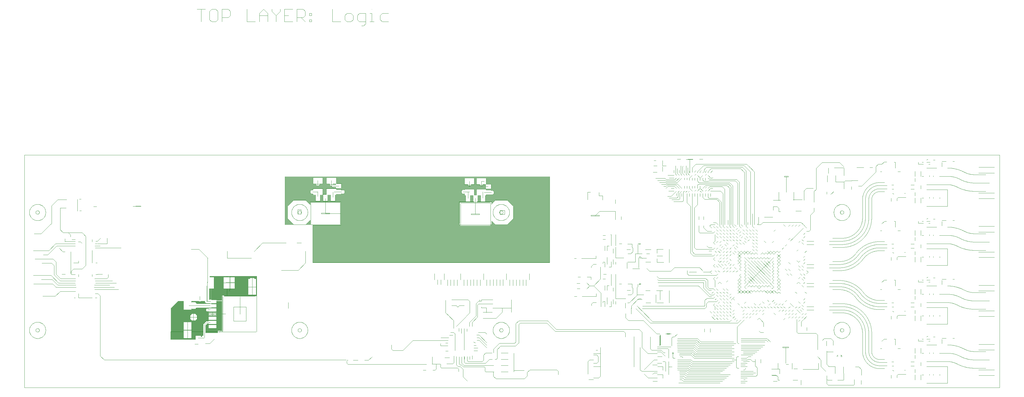
<source format=gtl>
*%FSLAX23Y23*%
*%MOIN*%
G01*
D11*
X4162Y5737D02*
Y8532D01*
X15879D02*
Y5737D01*
X4162D01*
Y8532D02*
X15879D01*
D15*
X6511Y6411D02*
X6344Y6414D01*
X6374Y6698D02*
X6235Y6698D01*
Y6746D02*
X6374Y6746D01*
X11509Y6688D02*
X11682Y6514D01*
X11710Y6530D02*
X11568Y6672D01*
X12275Y6946D02*
X12392Y6829D01*
X12769Y5794D02*
X12824D01*
X12847Y5814D02*
X12769D01*
Y5873D02*
X12946D01*
X12847Y5853D02*
X12769D01*
X12619Y5873D02*
X12119D01*
X12103Y5853D02*
X12595D01*
X12572Y5833D02*
X12090D01*
X12078Y5814D02*
X12548D01*
X12086Y5873D02*
X12036D01*
Y5853D02*
X12072D01*
X12054Y5833D02*
X12036D01*
X12054D02*
X12058D01*
X12804D02*
X12822D01*
X12519Y5794D02*
X12023D01*
X12938Y5873D02*
X12950D01*
X12918Y5892D02*
X12769D01*
X8297Y6066D02*
X8250D01*
X8169D02*
X8143D01*
X14736Y5946D02*
X14746D01*
X12548Y5932D02*
X12147D01*
X12154Y5951D02*
X12572D01*
X12595Y5971D02*
X12162D01*
X12170Y5991D02*
X12619D01*
X12643Y6010D02*
X12178D01*
X12186Y6030D02*
X12666D01*
X12769Y6010D02*
X12824D01*
X12769Y5932D02*
X12918D01*
X12151Y6010D02*
X12009D01*
Y6030D02*
X12158D01*
X12143Y5991D02*
X12009D01*
X12769D02*
X12847D01*
Y6030D02*
X12769D01*
X11765Y6010D02*
X11710D01*
X12769Y5912D02*
X12946D01*
X12135Y5971D02*
X12005D01*
X12056Y5951D02*
X12127D01*
X12056D02*
X12009D01*
X12194Y6050D02*
X12690D01*
X12166D02*
X12009D01*
Y6070D02*
X12174D01*
X11859Y6050D02*
X11832D01*
X8139Y6066D02*
X8111D01*
X12034Y5932D02*
X12097D01*
X12117D01*
X12137Y5912D02*
X12523D01*
X12643Y5892D02*
X12127D01*
X12107Y5912D02*
X12034D01*
X12036Y5892D02*
X12097D01*
X12099D01*
X12804Y5951D02*
X12814D01*
X12747Y5971D02*
X12727D01*
X12714Y6070D02*
X12662D01*
X12832Y6054D02*
X12871D01*
X12828Y6050D02*
X12800D01*
X12773Y6188D02*
X12985D01*
X12891Y6109D02*
X12859D01*
X12773Y6227D02*
X13032D01*
X13009Y6207D02*
X12773D01*
X12662Y6227D02*
X12265D01*
X12257Y6207D02*
X12690D01*
Y6168D02*
X12241D01*
X12225Y6129D02*
X12690D01*
Y6089D02*
X12210D01*
Y6227D02*
X12103D01*
X12095Y6207D02*
X12202D01*
X12194Y6188D02*
X12088D01*
X12009D01*
Y6207D02*
X12095D01*
X12103Y6227D02*
X12005D01*
X12249Y6188D02*
X12662D01*
X12773Y6129D02*
X12824D01*
X12840Y6089D02*
X12773D01*
X11808Y6168D02*
X11769D01*
X12217Y6109D02*
X12662D01*
Y6148D02*
X12233D01*
X11930Y6227D02*
X11800D01*
X11048Y6188D02*
X11029D01*
X12773Y6247D02*
X13056D01*
X12686D02*
X12273D01*
X12280Y6266D02*
X12710D01*
X12225D02*
X12119D01*
X12111Y6247D02*
X12217D01*
X12111D02*
X12005D01*
X12001Y6266D02*
X12119D01*
X11804Y6247D02*
X11788D01*
X9608Y6212D02*
X9563D01*
Y6180D02*
X9607D01*
X9590Y6243D02*
X9563D01*
X9268Y6095D02*
X9211D01*
X12009Y6168D02*
X12186D01*
X12178Y6148D02*
X12034D01*
X12030Y6129D02*
X12164D01*
X12168D01*
X12170D01*
X12798D02*
X12914D01*
X12938Y6148D02*
X12800D01*
X12798Y6168D02*
X12962D01*
X12745Y6266D02*
X12739D01*
X12743Y6109D02*
X12727D01*
X12058D02*
X12038D01*
X12058D02*
X12062D01*
X6216Y6317D02*
X5920D01*
Y6322D02*
X6074D01*
X6170D01*
X6216D01*
X6074Y6327D02*
X5920D01*
X6074D02*
X6170D01*
X6216D01*
X6074Y6332D02*
X5920D01*
X6170D02*
X6216D01*
X6074Y6337D02*
X5920D01*
X6170D02*
X6216D01*
X6074Y6342D02*
X5920D01*
X6170D02*
X6216D01*
X6074Y6347D02*
X5920D01*
X6170D02*
X6216D01*
X6074Y6352D02*
X5920D01*
X6170D02*
X6216D01*
X6282D02*
X6292D01*
X6074Y6357D02*
X5920D01*
X6170D02*
X6216D01*
X6282D02*
X6292D01*
X6074Y6362D02*
X5920D01*
X6170D02*
X6216D01*
X6282D01*
X6292D01*
X6310D01*
X6074Y6367D02*
X5920D01*
X6170D02*
X6216D01*
X6282D01*
X6292D01*
X6310D01*
X6074Y6372D02*
X5920D01*
X6170D02*
X6310D01*
X6074Y6377D02*
X5920D01*
X6170D02*
X6310D01*
X6074Y6382D02*
X5920D01*
X6170D02*
X6310D01*
X6074Y6387D02*
X5920D01*
X6170D02*
X6310D01*
X6074Y6392D02*
X5920D01*
X6170D02*
X6310D01*
X6074Y6397D02*
X5920D01*
X6170D02*
X6310D01*
X6074Y6402D02*
X5920D01*
X6170D02*
X6310D01*
X6074Y6407D02*
X5920D01*
X6170D02*
X6310D01*
X6344Y6412D02*
X6461D01*
X6170Y6330D02*
X6074D01*
X6292Y6362D02*
X6310D01*
X6282D02*
X6216D01*
X6282Y6349D02*
X6292D01*
X6340Y6395D02*
X6344D01*
X6216Y6315D02*
X5920D01*
Y6411D02*
X6074D01*
X6170D02*
X6310D01*
X6340D02*
X6344D01*
X6511D01*
X13455Y6391D02*
X13672D01*
X14901Y6296D02*
X14961D01*
X13060Y6286D02*
X12773D01*
X12828Y6325D02*
X13084D01*
X13076Y6306D02*
X12816D01*
X12682Y6286D02*
X12288D01*
X12773Y6325D02*
X12828D01*
X12816Y6306D02*
X12773D01*
X12249Y6325D02*
X12143D01*
X12135Y6306D02*
X12241D01*
X12233Y6286D02*
X12127D01*
X12009D01*
X12005Y6306D02*
X12135D01*
X12143Y6325D02*
X12009D01*
X11934Y6384D02*
X11867D01*
X11950Y6345D02*
X11969D01*
X11914Y6381D02*
X11883D01*
X11879Y6388D02*
X11918D01*
X6483Y6398D02*
X6340D01*
X6310D02*
X6170D01*
X6074D02*
X5921D01*
X6483Y6422D02*
X6532D01*
X6468Y6451D02*
X6374D01*
X6468Y6462D02*
X6532D01*
X6374D02*
X6340D01*
X6310D02*
X6170D01*
X6074D02*
X5921D01*
X6468Y6457D02*
X6532D01*
X6374D02*
X6340D01*
X6310D02*
X6170D01*
X6074D02*
X5921D01*
X6468Y6452D02*
X6532D01*
X6374D02*
X6340D01*
X6310D02*
X6170D01*
X6074D02*
X5921D01*
X6468Y6447D02*
X6532D01*
X6468D02*
X6374D01*
X6340D01*
X6310D02*
X6170D01*
X6074D02*
X5921D01*
X6468Y6442D02*
X6532D01*
X6468D02*
X6374D01*
X6340D01*
X6310D02*
X6170D01*
X6074D02*
X5921D01*
X6340Y6437D02*
X6532D01*
X6310D02*
X6170D01*
X6074D02*
X5921D01*
X6340Y6432D02*
X6532D01*
X6310D02*
X6170D01*
X6074D02*
X5921D01*
X6483Y6427D02*
X6532D01*
X6483D02*
X6340D01*
X6310D02*
X6170D01*
X6074D02*
X5921D01*
X6483Y6422D02*
X6532D01*
X6483D02*
X6340D01*
X6310D02*
X6170D01*
X6074D02*
X5921D01*
X6340Y6417D02*
X6483D01*
X6310D02*
X6170D01*
X6074D02*
X5921D01*
X6340Y6412D02*
X6483D01*
X6310D02*
X6170D01*
X6074D02*
X5921D01*
X6340Y6407D02*
X6483D01*
X6074D02*
X5921D01*
X6340Y6402D02*
X6483D01*
X6074D02*
X5921D01*
X9571Y6275D02*
X9580D01*
X6532Y6477D02*
X6468D01*
X6374D02*
X6340D01*
X6310D02*
X6170D01*
X6074D02*
X5921D01*
X6468Y6472D02*
X6532D01*
X6374D02*
X6340D01*
X6310D02*
X6170D01*
X6074D02*
X5921D01*
X6468Y6467D02*
X6532D01*
X6374D02*
X6340D01*
X6310D02*
X6170D01*
X6074D02*
X5921D01*
X14736Y6655D02*
X14746D01*
X12367Y6530D02*
X11710D01*
Y6514D02*
X11682D01*
X12347Y6530D02*
X12635D01*
X12666Y6514D02*
X12733D01*
X12678D02*
X11702D01*
X6442Y6621D02*
X6421D01*
X6400D01*
X6235Y6583D02*
X6194D01*
X6153D01*
X6358Y6535D02*
X6374D01*
X6358D02*
X6346D01*
X6337D01*
X6358Y6505D02*
X6374D01*
X6319Y6508D02*
X6310D01*
X6372Y6652D02*
X6374D01*
X6372D02*
X6353D01*
X6350D01*
X6215Y6625D02*
X6173D01*
Y6542D02*
X6215D01*
X6170Y6525D02*
X6074D01*
X6410Y6651D02*
X6468D01*
X6410D02*
X6374D01*
Y6601D02*
X6468D01*
Y6642D02*
X6374D01*
Y6551D02*
X6468D01*
Y6592D02*
X6374D01*
X6408Y6501D02*
X6468D01*
X6408D02*
X6374D01*
X6408Y6542D02*
X6468D01*
X6408D02*
X6374D01*
Y6492D02*
X6468D01*
Y6662D02*
X6532D01*
X6343D02*
X5921D01*
X6468Y6657D02*
X6532D01*
X6343D02*
X5921D01*
X6468Y6652D02*
X6532D01*
X6350D02*
X5921D01*
X6468Y6647D02*
X6532D01*
X6468D02*
X6374D01*
X5921D01*
X6468Y6642D02*
X6532D01*
X6374D02*
X5921D01*
X6468Y6637D02*
X6532D01*
X6374D02*
X5921D01*
X6468Y6632D02*
X6532D01*
X6374D02*
X5921D01*
X6468Y6627D02*
X6532D01*
X6374D02*
X5921D01*
X6468Y6622D02*
X6532D01*
X6374D02*
X6217D01*
X6171D02*
X5921D01*
X6468Y6617D02*
X6532D01*
X6374D02*
X6222D01*
X6166D02*
X5921D01*
X6468Y6612D02*
X6532D01*
X6374D02*
X6235D01*
X6227D01*
X6161D02*
X6153D01*
X5921D01*
X6468Y6607D02*
X6532D01*
X6374D02*
X6235D01*
X6153D02*
X5921D01*
X6468Y6602D02*
X6532D01*
X6374D02*
X6235D01*
X6153D02*
X5921D01*
X6468Y6597D02*
X6532D01*
X6468D02*
X6374D01*
X6235D01*
X6153D02*
X5921D01*
X6468Y6592D02*
X6532D01*
X6374D02*
X6235D01*
X6153D02*
X5921D01*
X6468Y6587D02*
X6532D01*
X6374D02*
X6235D01*
X6153D02*
X5921D01*
X6468Y6582D02*
X6532D01*
X6374D02*
X6235D01*
X6153D02*
X5921D01*
X6468Y6577D02*
X6532D01*
X6374D02*
X6235D01*
X6153D02*
X5921D01*
X6468Y6572D02*
X6532D01*
X6374D02*
X6235D01*
X6153D02*
X5921D01*
X6468Y6567D02*
X6532D01*
X6374D02*
X6235D01*
X6153D02*
X5921D01*
X6468Y6562D02*
X6532D01*
X6374D02*
X6235D01*
X6153D02*
X5921D01*
X6468Y6557D02*
X6532D01*
X6374D02*
X6235D01*
X6153D02*
X5921D01*
X6468Y6552D02*
X6532D01*
X6374D02*
X6224D01*
X6163D02*
X5921D01*
X6468Y6547D02*
X6532D01*
X6468D02*
X6374D01*
X6219D01*
X6168D02*
X5921D01*
X6468Y6542D02*
X6532D01*
X6374D02*
X6337D01*
X5921D01*
X6468Y6537D02*
X6532D01*
X6374D02*
X6356D01*
X6348D01*
X6337D01*
X5921D01*
X6468Y6532D02*
X6532D01*
X6337D02*
X6170D01*
X6074D01*
X5921D01*
X6468Y6527D02*
X6532D01*
X6337D02*
X6170D01*
X6074D01*
X5921D01*
X6468Y6522D02*
X6532D01*
X6333D02*
X6170D01*
X6074D02*
X5921D01*
X6468Y6517D02*
X6532D01*
X6328D02*
X6170D01*
X6074D02*
X5921D01*
X6468Y6512D02*
X6532D01*
X6323D02*
X6310D01*
X6170D01*
X6074D02*
X5921D01*
X6468Y6507D02*
X6532D01*
X6318D02*
X6310D01*
X6170D01*
X6074D02*
X5921D01*
X6468Y6502D02*
X6532D01*
X6374D02*
X6355D01*
X6310D02*
X6170D01*
X6074D02*
X5921D01*
X6468Y6497D02*
X6532D01*
X6468D02*
X6408D01*
X6374D01*
X6350D01*
X6308D02*
X6170D01*
X6074D02*
X5921D01*
X6468Y6492D02*
X6532D01*
X6374D02*
X6345D01*
X6305D02*
X6170D01*
X6074D02*
X5921D01*
X6468Y6487D02*
X6532D01*
X6374D02*
X6340D01*
X6310D02*
X6170D01*
X6074D02*
X5921D01*
X6468Y6482D02*
X6532D01*
X6374D02*
X6340D01*
X6310D02*
X6170D01*
X6074D02*
X5921D01*
X6074Y6673D02*
X6170D01*
X6468Y6672D02*
X6532D01*
X6343D02*
X6170D01*
X6074D01*
X5921D01*
X6468Y6667D02*
X6532D01*
X6343D02*
X6170D01*
X6074D01*
X5921D01*
X12406Y6849D02*
X12420D01*
X12408D02*
X12438D01*
X12418Y6829D02*
X12392D01*
X12336Y6687D02*
X11585D01*
X12378Y6770D02*
X12476D01*
X12437Y6810D02*
X12382D01*
X12362D01*
X12332Y6717D02*
X11590D01*
X11630Y6756D02*
X11685D01*
X11761Y6757D02*
X11838D01*
X6532Y6777D02*
X6468D01*
X6330D02*
X6289D01*
X6283D01*
X6257D02*
X6250D01*
X6170D01*
X6074D02*
X6009D01*
X6349Y6687D02*
X6350D01*
X6374Y6750D02*
X6394D01*
X6374D02*
X6365D01*
X6353D01*
X6350D01*
X6341Y6752D02*
X6339D01*
X6341Y6750D02*
X6365D01*
X6341D02*
X6338D01*
X6394Y6746D02*
X6406D01*
X6394D02*
X6382D01*
X6394Y6698D02*
X6406D01*
X6374Y6690D02*
X6372D01*
X6353D01*
X6350D01*
X6279Y6774D02*
X6260D01*
X6215Y6765D02*
X6173D01*
Y6682D02*
X6215D01*
X6850Y6852D02*
X6946D01*
X6951Y6839D02*
X6597D01*
X6468Y6751D02*
X6406D01*
X6408Y6701D02*
X6468D01*
Y6742D02*
X6417D01*
X6409D01*
X6410Y6692D02*
X6468D01*
X6410D02*
X6374D01*
X6597Y6857D02*
X6850D01*
Y6852D02*
X6946D01*
X6850D02*
X6597D01*
X6850Y6847D02*
X6946D01*
X6850D02*
X6597D01*
Y6842D02*
X6951D01*
X6532Y6772D02*
X6468D01*
X6330D02*
X6170D01*
X6074D02*
X6004D01*
X6468Y6767D02*
X6532D01*
X6330D02*
X6170D01*
X6074D02*
X5999D01*
X6468Y6762D02*
X6532D01*
X6330D02*
X6217D01*
X6074D02*
X5994D01*
X6468Y6757D02*
X6532D01*
X6330D02*
X6222D01*
X6074D02*
X5989D01*
X6468Y6752D02*
X6532D01*
X6340D02*
X6235D01*
X6227D01*
X6074D02*
X5984D01*
X6468Y6747D02*
X6532D01*
X6468D02*
X6374D01*
X6235D01*
X6074D02*
X5979D01*
X6468Y6742D02*
X6532D01*
X6074D02*
X5974D01*
X6468Y6737D02*
X6532D01*
X6074D02*
X5969D01*
X6468Y6732D02*
X6532D01*
X6074D02*
X5964D01*
X6468Y6727D02*
X6532D01*
X6074D02*
X5959D01*
X6468Y6722D02*
X6532D01*
X6074D02*
X5954D01*
X6468Y6717D02*
X6532D01*
X6074D02*
X5949D01*
X6468Y6712D02*
X6532D01*
X6074D02*
X5944D01*
X6468Y6707D02*
X6532D01*
X6074D02*
X5939D01*
X6468Y6702D02*
X6532D01*
X6074D02*
X5934D01*
X6468Y6697D02*
X6532D01*
X6468D02*
X6374D01*
X6235D01*
X6074D02*
X5929D01*
X6468Y6692D02*
X6532D01*
X6374D02*
X6350D01*
X6224D01*
X6074D02*
X5924D01*
X6468Y6687D02*
X6532D01*
X6349D02*
X6343D01*
X6219D01*
X6074D02*
X5921D01*
X6468Y6682D02*
X6532D01*
X6343D02*
X6170D01*
X6074D02*
X5921D01*
X6468Y6677D02*
X6532D01*
X6343D02*
X6170D01*
X6074D02*
X5921D01*
X6468Y6787D02*
X6532D01*
X6394Y6798D02*
X6381D01*
X6542Y6848D02*
X6562D01*
X6542D02*
X6532D01*
X6562Y6839D02*
X6594D01*
X6468Y6792D02*
X6417D01*
X6412D01*
X6411D01*
X6381Y6857D02*
X6594D01*
Y6852D02*
X6562D01*
X6532D01*
X6381D01*
X6562Y6847D02*
X6594D01*
X6532D02*
X6381D01*
X6562Y6842D02*
X6594D01*
X6532D02*
X6381D01*
Y6837D02*
X6532D01*
Y6832D02*
X6381D01*
Y6827D02*
X6532D01*
Y6822D02*
X6381D01*
Y6817D02*
X6532D01*
Y6812D02*
X6381D01*
Y6807D02*
X6532D01*
Y6802D02*
X6381D01*
X6468Y6797D02*
X6532D01*
X6468D02*
X6407D01*
X6468Y6792D02*
X6532D01*
X6597Y6867D02*
X6850D01*
Y6862D02*
X6597D01*
X6594Y6867D02*
X6381D01*
Y6862D02*
X6594D01*
X5294Y6917D02*
X5260D01*
X11756Y6904D02*
X11789D01*
X14901Y7005D02*
X14961D01*
X10836Y6928D02*
X10804D01*
X10954Y6959D02*
X10969D01*
X10836Y6991D02*
X10800D01*
X5264Y6917D02*
X5213D01*
X5005D01*
X11786Y7051D02*
X12275D01*
X12345D01*
X12391Y6928D02*
X12438D01*
X12333Y7027D02*
X11780D01*
X12385Y6908D02*
X12417D01*
X12318Y6999D02*
X11772D01*
X11783Y6959D02*
X12262D01*
X11828Y6904D02*
X11787D01*
X6690Y6927D02*
X6597D01*
X6929Y7047D02*
X6946D01*
X6867D02*
X6850D01*
X6924Y7052D02*
X6946D01*
X6872D02*
X6850D01*
X6690D01*
Y7047D02*
X6850D01*
Y7042D02*
X6690D01*
Y7037D02*
X6850D01*
Y7032D02*
X6690D01*
Y7027D02*
X6850D01*
Y7022D02*
X6690D01*
Y7017D02*
X6850D01*
Y7012D02*
X6690D01*
Y7007D02*
X6850D01*
Y7002D02*
X6690D01*
Y6997D02*
X6850D01*
Y6992D02*
X6690D01*
Y6987D02*
X6850D01*
Y6982D02*
X6690D01*
Y6977D02*
X6850D01*
Y6972D02*
X6690D01*
Y6967D02*
X6850D01*
Y6962D02*
X6690D01*
Y6957D02*
X6850D01*
Y6952D02*
X6690D01*
Y6947D02*
X6850D01*
Y6942D02*
X6690D01*
Y6937D02*
X6850D01*
Y6932D02*
X6690D01*
Y6927D02*
X6850D01*
X6690D02*
X6597D01*
X6690Y6922D02*
X6850D01*
X6690D02*
X6597D01*
Y6917D02*
X6850D01*
Y6912D02*
X6597D01*
Y6907D02*
X6850D01*
Y6902D02*
X6597D01*
Y6897D02*
X6850D01*
Y6892D02*
X6597D01*
Y6887D02*
X6850D01*
Y6882D02*
X6597D01*
Y6877D02*
X6850D01*
Y6872D02*
X6597D01*
X6594Y6927D02*
X6552D01*
X6440D02*
X6381D01*
X6440Y7052D02*
X6552D01*
Y7047D02*
X6440D01*
Y7042D02*
X6552D01*
Y7037D02*
X6440D01*
Y7032D02*
X6552D01*
Y7027D02*
X6440D01*
Y7022D02*
X6552D01*
Y7017D02*
X6440D01*
Y7012D02*
X6552D01*
Y7007D02*
X6440D01*
Y7002D02*
X6552D01*
Y6997D02*
X6440D01*
Y6992D02*
X6552D01*
Y6987D02*
X6440D01*
Y6982D02*
X6552D01*
Y6977D02*
X6440D01*
Y6972D02*
X6552D01*
Y6967D02*
X6440D01*
Y6962D02*
X6552D01*
Y6957D02*
X6440D01*
Y6952D02*
X6552D01*
Y6947D02*
X6440D01*
Y6942D02*
X6552D01*
Y6937D02*
X6440D01*
Y6932D02*
X6552D01*
Y6927D02*
X6594D01*
X6552D02*
X6440D01*
X6381D01*
X6552Y6922D02*
X6594D01*
X6552D02*
X6440D01*
X6381D01*
Y6917D02*
X6594D01*
Y6912D02*
X6381D01*
Y6907D02*
X6594D01*
Y6902D02*
X6381D01*
Y6897D02*
X6594D01*
Y6892D02*
X6381D01*
Y6887D02*
X6594D01*
Y6882D02*
X6381D01*
Y6877D02*
X6594D01*
Y6872D02*
X6381D01*
X12145Y7085D02*
X12438D01*
X12477D01*
X6690Y7065D02*
X6597D01*
X6876Y7056D02*
X6920D01*
X6951Y7067D02*
X6690D01*
X6597D01*
X6690Y7062D02*
X6951D01*
Y7057D02*
X6690D01*
X6594Y7065D02*
X6552D01*
X6440D02*
X6388D01*
X6552Y7067D02*
X6594D01*
X6552D02*
X6440D01*
X6388D01*
X6440Y7062D02*
X6552D01*
Y7057D02*
X6440D01*
X11762Y7242D02*
X11806D01*
X11797D02*
X11841D01*
X6951Y7075D02*
X6597D01*
X6690Y7072D02*
X6951D01*
X6690D02*
X6597D01*
X6594Y7075D02*
X6602D01*
X6594D02*
X6388D01*
X6552Y7072D02*
X6594D01*
X6552D02*
X6440D01*
X6388D01*
X7625Y7239D02*
X10471D01*
Y7247D02*
X7625D01*
Y7242D02*
X10471D01*
X12233Y7400D02*
X12280D01*
X12308Y7341D02*
X12217D01*
X14736Y7363D02*
X14746D01*
X12418Y7321D02*
X12292D01*
X12304Y7341D02*
X12391D01*
X12387Y7400D02*
X12277D01*
X12359Y7321D02*
X12438D01*
X12418Y7341D02*
X12363D01*
X12355Y7400D02*
X12438D01*
X12418Y7381D02*
X12387D01*
X12383Y7420D02*
X12422D01*
X11798Y7319D02*
X11763D01*
X11760Y7400D02*
X11836D01*
X11830Y7319D02*
X11791D01*
X12198Y7321D02*
X12438D01*
X7626Y7337D02*
X7625D01*
X7626Y7442D02*
X10471D01*
Y7437D02*
X7626D01*
Y7432D02*
X10471D01*
Y7427D02*
X7626D01*
Y7422D02*
X10471D01*
Y7417D02*
X7626D01*
Y7412D02*
X10471D01*
Y7407D02*
X7626D01*
Y7402D02*
X10471D01*
Y7397D02*
X7626D01*
Y7392D02*
X10471D01*
Y7387D02*
X7626D01*
Y7382D02*
X10471D01*
Y7377D02*
X7626D01*
Y7372D02*
X10471D01*
Y7367D02*
X7626D01*
Y7362D02*
X10471D01*
Y7357D02*
X7626D01*
Y7352D02*
X10471D01*
Y7347D02*
X7626D01*
Y7342D02*
X10471D01*
Y7337D02*
X7626D01*
Y7332D02*
X10471D01*
Y7327D02*
X7625D01*
Y7322D02*
X10471D01*
Y7317D02*
X7625D01*
Y7312D02*
X10471D01*
Y7307D02*
X7625D01*
Y7302D02*
X10471D01*
Y7297D02*
X7625D01*
Y7292D02*
X10471D01*
Y7287D02*
X7625D01*
Y7282D02*
X10471D01*
Y7277D02*
X7625D01*
Y7272D02*
X10471D01*
Y7267D02*
X7625D01*
Y7262D02*
X10471D01*
Y7257D02*
X7625D01*
Y7252D02*
X10471D01*
X12277Y7597D02*
X12383D01*
X12375Y7597D02*
X12363D01*
X12375D02*
X12438D01*
X12418Y7617D02*
X12367D01*
X7626Y7571D02*
X7625D01*
Y7637D02*
X10471D01*
Y7632D02*
X7625D01*
Y7627D02*
X10471D01*
Y7622D02*
X7625D01*
Y7617D02*
X10471D01*
Y7612D02*
X7625D01*
Y7607D02*
X10471D01*
Y7602D02*
X7625D01*
Y7597D02*
X10471D01*
Y7592D02*
X7625D01*
Y7587D02*
X10471D01*
Y7582D02*
X7625D01*
X7626Y7577D02*
X10471D01*
Y7572D02*
X7626D01*
Y7567D02*
X10471D01*
Y7562D02*
X7626D01*
Y7557D02*
X10471D01*
Y7552D02*
X7626D01*
Y7547D02*
X10471D01*
Y7542D02*
X7626D01*
Y7537D02*
X10471D01*
Y7532D02*
X7626D01*
Y7527D02*
X10471D01*
Y7522D02*
X7626D01*
Y7517D02*
X10471D01*
Y7512D02*
X7626D01*
Y7507D02*
X10471D01*
Y7502D02*
X7626D01*
Y7497D02*
X10471D01*
Y7492D02*
X7626D01*
Y7487D02*
X10471D01*
Y7482D02*
X7626D01*
Y7477D02*
X10471D01*
Y7472D02*
X7626D01*
Y7467D02*
X10471D01*
Y7462D02*
X7626D01*
Y7457D02*
X10471D01*
Y7452D02*
X7626D01*
Y7447D02*
X10471D01*
X6033Y6411D02*
Y6315D01*
X6028D02*
Y6411D01*
X6023D02*
Y6315D01*
X6018D02*
Y6411D01*
X6013D02*
Y6315D01*
X6008D02*
Y6411D01*
X6003D02*
Y6315D01*
X5998D02*
Y6411D01*
X5993D02*
Y6315D01*
X5988D02*
Y6411D01*
X5983D02*
Y6315D01*
X5978D02*
Y6411D01*
X5973D02*
Y6315D01*
X5968D02*
Y6411D01*
X5963D02*
Y6315D01*
X5958D02*
Y6411D01*
X5953D02*
Y6315D01*
X5948D02*
Y6411D01*
X5943D02*
Y6315D01*
X5938D02*
Y6411D01*
X5933D02*
Y6315D01*
X5928D02*
Y6411D01*
X5923D02*
Y6315D01*
X5920D02*
Y6411D01*
X5921Y6398D02*
Y6689D01*
X5923Y6691D02*
Y6398D01*
X5928D02*
Y6696D01*
X5933Y6701D02*
Y6398D01*
X5938D02*
Y6706D01*
X5943Y6711D02*
Y6398D01*
X5948D02*
Y6716D01*
X5953Y6721D02*
Y6398D01*
X5958D02*
Y6726D01*
X5963Y6731D02*
Y6398D01*
X5968D02*
Y6736D01*
X5973Y6741D02*
Y6398D01*
X5978D02*
Y6746D01*
X5983Y6751D02*
Y6398D01*
X5988D02*
Y6756D01*
X5993Y6761D02*
Y6398D01*
X5998D02*
Y6766D01*
X6003Y6771D02*
Y6398D01*
X6008D02*
Y6776D01*
X6013Y6777D02*
Y6398D01*
X6018D02*
Y6777D01*
X6023D02*
Y6398D01*
X6028D02*
Y6777D01*
X6033D02*
Y6398D01*
X5945Y6713D02*
X6009Y6777D01*
X5945Y6713D02*
X5921Y6689D01*
X14901Y7713D02*
X14961D01*
X12473Y7719D02*
X12438D01*
X13391Y7723D02*
X13493D01*
X13477D02*
X13036D01*
X13009Y7696D02*
X12969D01*
X12414D02*
X12410D01*
X12414D02*
X12458D01*
X10471Y7697D02*
X9965D01*
X9817D02*
X9763D01*
X9396D02*
X7962D01*
Y7691D02*
X7625D01*
X9396Y7684D02*
X9763D01*
X9964Y7697D02*
X10471D01*
X9818D02*
X9763D01*
X9396D02*
X7962D01*
X9763Y7692D02*
X10471D01*
X9396D02*
X7962D01*
X9763Y7687D02*
X10471D01*
X9396D02*
X7962D01*
X7625D01*
X9763Y7682D02*
X10471D01*
X9763D02*
X9396D01*
X7625D01*
X9763Y7677D02*
X10471D01*
X9763D02*
X9396D01*
X7625D01*
Y7672D02*
X10471D01*
Y7667D02*
X7625D01*
Y7662D02*
X10471D01*
Y7657D02*
X7625D01*
Y7652D02*
X10471D01*
Y7647D02*
X7625D01*
Y7642D02*
X10471D01*
X7962Y7830D02*
X7778D01*
X9776Y7696D02*
X10473D01*
X9386D02*
X7962D01*
X7595D02*
X7294D01*
X7396Y7697D02*
X7542D01*
X9818D02*
X9964D01*
X10037Y7832D02*
X10473D01*
X9386D02*
X7962D01*
X7323D02*
X7294D01*
X10037Y7827D02*
X10473D01*
X9386D02*
X7962D01*
X7323D02*
X7294D01*
X10037Y7822D02*
X10473D01*
X9386D02*
X7962D01*
X7323D02*
X7294D01*
X10037Y7817D02*
X10473D01*
X9386D02*
X7962D01*
X7323D02*
X7294D01*
X10037Y7812D02*
X10473D01*
X9386D02*
X7962D01*
X7323D02*
X7294D01*
X10037Y7807D02*
X10473D01*
X9386D02*
X7962D01*
X7323D02*
X7294D01*
X10037Y7802D02*
X10473D01*
X9386D02*
X7962D01*
X7323D02*
X7294D01*
X10037Y7797D02*
X10473D01*
X9386D02*
X7962D01*
X7323D02*
X7294D01*
X10037Y7792D02*
X10473D01*
X9386D02*
X7962D01*
X7323D02*
X7294D01*
X10037Y7787D02*
X10473D01*
X9386D02*
X7962D01*
X7323D02*
X7294D01*
X10037Y7782D02*
X10473D01*
X9386D02*
X7962D01*
X7323D02*
X7294D01*
X10037Y7777D02*
X10473D01*
X9386D02*
X7962D01*
X7323D02*
X7294D01*
X10037Y7772D02*
X10473D01*
X9386D02*
X7962D01*
X7323D02*
X7294D01*
X10037Y7767D02*
X10473D01*
X9386D02*
X7962D01*
X7323D02*
X7294D01*
X10037Y7762D02*
X10473D01*
X10037D02*
X10029D01*
X9386D02*
X7962D01*
X7331D02*
X7323D01*
X7294D01*
X10024Y7757D02*
X10473D01*
X9386D02*
X7962D01*
X7336D02*
X7294D01*
X10019Y7752D02*
X10473D01*
X9386D02*
X7962D01*
X7341D02*
X7294D01*
X10014Y7747D02*
X10473D01*
X9386D02*
X7962D01*
X7346D02*
X7294D01*
X10009Y7742D02*
X10473D01*
X9386D02*
X7962D01*
X7595D02*
X7587D01*
X7351D02*
X7294D01*
X10004Y7737D02*
X10473D01*
X9386D02*
X7962D01*
X7595D02*
X7582D01*
X7356D02*
X7294D01*
X9999Y7732D02*
X10473D01*
X9783D02*
X9776D01*
X9386D02*
X7962D01*
X7595D02*
X7577D01*
X7361D02*
X7294D01*
X9994Y7727D02*
X10473D01*
X9788D02*
X9776D01*
X9386D02*
X7962D01*
X7595D02*
X7572D01*
X7366D02*
X7294D01*
X9989Y7722D02*
X10473D01*
X9793D02*
X9776D01*
X9386D02*
X7962D01*
X7595D02*
X7567D01*
X7371D02*
X7294D01*
X9984Y7717D02*
X10473D01*
X9798D02*
X9776D01*
X9386D02*
X7962D01*
X7595D02*
X7562D01*
X7376D02*
X7294D01*
X9979Y7712D02*
X10473D01*
X9803D02*
X9776D01*
X9386D02*
X7962D01*
X7595D02*
X7557D01*
X7381D02*
X7294D01*
X9974Y7707D02*
X10473D01*
X9808D02*
X9776D01*
X9386D02*
X7962D01*
X7595D02*
X7552D01*
X7386D02*
X7294D01*
X9969Y7702D02*
X10473D01*
X9813D02*
X9776D01*
X9386D02*
X7962D01*
X7595D02*
X7547D01*
X7391D02*
X7294D01*
X9964Y7697D02*
X10473D01*
X9818D02*
X9776D01*
X9386D02*
X7962D01*
X7595D02*
X7542D01*
X7396D02*
X7294D01*
X6058Y6411D02*
Y6315D01*
X6053D02*
Y6411D01*
X6048D02*
Y6315D01*
X6043D02*
Y6411D01*
X6038D02*
Y6315D01*
Y6398D02*
Y6777D01*
X6043D02*
Y6398D01*
X6048D02*
Y6777D01*
X6053D02*
Y6398D01*
X6058D02*
Y6777D01*
X6228Y6411D02*
Y6362D01*
X6223D02*
Y6411D01*
X6218D02*
Y6362D01*
X6213D02*
Y6315D01*
Y6362D02*
Y6411D01*
X6208Y6362D02*
Y6315D01*
Y6362D02*
Y6411D01*
X6203D02*
Y6315D01*
X6198D02*
Y6411D01*
X6193D02*
Y6315D01*
X6188D02*
Y6411D01*
X6183D02*
Y6315D01*
X6178D02*
Y6330D01*
Y6411D01*
X6173Y6330D02*
Y6315D01*
Y6330D02*
Y6411D01*
X6168Y6330D02*
Y6315D01*
X6163D02*
Y6330D01*
X6158D02*
Y6315D01*
X6153D02*
Y6330D01*
X6148D02*
Y6315D01*
X6143D02*
Y6330D01*
X6138D02*
Y6315D01*
X6133D02*
Y6330D01*
X6128D02*
Y6315D01*
X6123D02*
Y6330D01*
X6118D02*
Y6315D01*
X6113D02*
Y6330D01*
X6108D02*
Y6315D01*
X6103D02*
Y6330D01*
X6098D02*
Y6315D01*
X6093D02*
Y6330D01*
X6088D02*
Y6315D01*
X6083D02*
Y6330D01*
X6078D02*
Y6315D01*
X6073D02*
Y6330D01*
Y6411D01*
X6068Y6330D02*
Y6315D01*
Y6330D02*
Y6411D01*
X6063D02*
Y6315D01*
X6074Y6330D02*
Y6411D01*
X6170D02*
Y6330D01*
X6216Y6315D02*
Y6362D01*
X6194Y6583D02*
Y6625D01*
Y6583D02*
Y6542D01*
X6153Y6563D02*
Y6604D01*
X6170Y6525D02*
Y6398D01*
X6074D02*
Y6525D01*
X6170Y6765D02*
Y6777D01*
Y6765D02*
Y6762D01*
Y6685D02*
Y6682D01*
Y6673D01*
X6074D02*
Y6777D01*
X6063D02*
Y6398D01*
X6068Y6673D02*
Y6777D01*
Y6673D02*
Y6525D01*
Y6398D01*
X6073Y6673D02*
Y6777D01*
Y6673D02*
Y6525D01*
Y6398D01*
X6078Y6525D02*
Y6673D01*
X6083D02*
Y6525D01*
X6088D02*
Y6673D01*
X6093D02*
Y6525D01*
X6098D02*
Y6673D01*
X6103D02*
Y6525D01*
X6108D02*
Y6673D01*
X6113D02*
Y6525D01*
X6118D02*
Y6673D01*
X6123D02*
Y6525D01*
X6128D02*
Y6673D01*
X6133D02*
Y6525D01*
X6138D02*
Y6673D01*
X6143D02*
Y6525D01*
X6148D02*
Y6673D01*
X6153D02*
Y6604D01*
Y6562D02*
Y6525D01*
X6158Y6609D02*
Y6673D01*
Y6557D02*
Y6525D01*
X6163Y6614D02*
Y6673D01*
Y6552D02*
Y6525D01*
X6168Y6625D02*
Y6673D01*
Y6542D02*
Y6525D01*
X6173Y6765D02*
Y6777D01*
Y6682D02*
Y6673D01*
Y6625D01*
Y6542D02*
Y6525D01*
Y6398D01*
X6178Y6765D02*
Y6777D01*
Y6682D02*
Y6673D01*
Y6625D01*
Y6542D02*
Y6525D01*
Y6398D01*
X6183Y6765D02*
Y6777D01*
Y6682D02*
Y6625D01*
Y6542D02*
Y6398D01*
X6188Y6765D02*
Y6777D01*
Y6682D02*
Y6625D01*
Y6542D02*
Y6398D01*
X6193Y6765D02*
Y6777D01*
Y6682D02*
Y6625D01*
Y6542D02*
Y6398D01*
X6198Y6765D02*
Y6777D01*
Y6682D02*
Y6625D01*
Y6542D02*
Y6398D01*
X6203Y6765D02*
Y6777D01*
Y6682D02*
Y6625D01*
Y6542D02*
Y6398D01*
X6208Y6765D02*
Y6777D01*
Y6682D02*
Y6625D01*
Y6542D02*
Y6398D01*
X6213Y6765D02*
Y6777D01*
Y6682D02*
Y6625D01*
Y6542D02*
Y6398D01*
X6218Y6765D02*
Y6777D01*
Y6682D02*
Y6625D01*
Y6542D02*
Y6398D01*
X6223Y6765D02*
Y6777D01*
Y6765D02*
Y6756D01*
Y6691D02*
Y6682D01*
Y6625D01*
Y6616D01*
Y6551D02*
Y6542D01*
Y6398D01*
X6228Y6751D02*
Y6777D01*
Y6696D02*
Y6611D01*
Y6556D02*
Y6398D01*
X6231Y6698D02*
X6235Y6698D01*
X6153Y6563D02*
X6173Y6542D01*
X6235Y6604D02*
X6215Y6625D01*
X6173Y6682D02*
X6170Y6685D01*
X6233Y6746D02*
X6215Y6765D01*
X6173Y6625D02*
X6153Y6604D01*
X6215Y6542D02*
X6235Y6563D01*
X6170Y6762D02*
X6173Y6765D01*
X6231Y6698D02*
X6215Y6682D01*
X12387Y8014D02*
X12489D01*
X12481Y7999D02*
X12442D01*
X12336D01*
X12001Y8016D02*
X11910D01*
X11962Y7973D02*
X12068D01*
X12025Y7995D02*
X11938D01*
X12387Y8014D02*
X12410D01*
X9746Y7970D02*
X9698D01*
X9641D01*
X9608D01*
X9599D01*
X9561D02*
X9551D01*
X9518D01*
X9461D01*
X9415D01*
X9396D01*
X9386D01*
X9763D02*
X9776D01*
X9763D02*
X9746D01*
X7542Y7989D02*
X7396D01*
X9818D02*
X9964D01*
X7962Y7969D02*
X7595D01*
X7750Y7981D02*
X7807D01*
X7840Y7981D02*
X7897D01*
X7717D02*
X7660D01*
X9599Y7974D02*
X9608D01*
X9561D02*
X9551D01*
X9641Y7974D02*
X9698D01*
X9518D02*
X9461D01*
X9698Y8032D02*
X10473D01*
X9641D02*
X9608D01*
X9551D02*
X9518D01*
X9461D02*
X7897D01*
X7840D02*
X7807D01*
X7750D02*
X7717D01*
X7660D02*
X7294D01*
X9698Y8027D02*
X10473D01*
X9641D02*
X9608D01*
X9551D02*
X9518D01*
X9461D02*
X7897D01*
X7840D02*
X7807D01*
X7750D02*
X7717D01*
X7660D02*
X7294D01*
X9698Y8022D02*
X10473D01*
X9641D02*
X9608D01*
X9551D02*
X9518D01*
X9461D02*
X7897D01*
X7840D02*
X7807D01*
X7750D02*
X7717D01*
X7660D02*
X7294D01*
X9698Y8017D02*
X10473D01*
X9641D02*
X9608D01*
X9551D02*
X9518D01*
X9461D02*
X7897D01*
X7840D02*
X7807D01*
X7750D02*
X7717D01*
X7660D02*
X7294D01*
X9698Y8012D02*
X10473D01*
X9641D02*
X9608D01*
X9551D02*
X9518D01*
X9461D02*
X7897D01*
X7840D02*
X7807D01*
X7750D02*
X7717D01*
X7660D02*
X7294D01*
X9698Y8007D02*
X10473D01*
X9641D02*
X9608D01*
X9551D02*
X9518D01*
X9461D02*
X7897D01*
X7840D02*
X7807D01*
X7750D02*
X7717D01*
X7660D02*
X7294D01*
X9698Y8002D02*
X10473D01*
X9641D02*
X9608D01*
X9551D02*
X9518D01*
X9461D02*
X7897D01*
X7840D02*
X7807D01*
X7750D02*
X7717D01*
X7660D02*
X7294D01*
X9698Y7997D02*
X10473D01*
X9641D02*
X9608D01*
X9551D02*
X9518D01*
X9461D02*
X7897D01*
X7840D02*
X7807D01*
X7750D02*
X7717D01*
X7660D02*
X7294D01*
X9698Y7992D02*
X10473D01*
X9641D02*
X9608D01*
X9551D02*
X9518D01*
X9461D02*
X7897D01*
X7840D02*
X7807D01*
X7750D02*
X7717D01*
X7660D02*
X7294D01*
X9966Y7987D02*
X10473D01*
X9816D02*
X9698D01*
X9641D02*
X9608D01*
X9551D02*
X9518D01*
X9461D02*
X7897D01*
X7840D02*
X7807D01*
X7750D02*
X7717D01*
X7660D02*
X7544D01*
X7394D02*
X7294D01*
X9971Y7982D02*
X10473D01*
X9811D02*
X9698D01*
X9641D02*
X9608D01*
X9551D02*
X9518D01*
X9461D02*
X7897D01*
X7840D02*
X7807D01*
X7750D02*
X7717D01*
X7660D02*
X7549D01*
X7389D02*
X7294D01*
X9976Y7977D02*
X10473D01*
X9806D02*
X9776D01*
X9746D01*
X9698D01*
X9641D02*
X9608D01*
X9551D02*
X9518D01*
X9461D02*
X9386D01*
X7962D01*
X7897D01*
X7840D01*
X7807D01*
X7750D01*
X7717D01*
X7660D01*
X7595D01*
X7554D01*
X7384D02*
X7294D01*
X9981Y7972D02*
X10473D01*
X9801D02*
X9776D01*
X9746D01*
X9698D01*
X9641D01*
X9608D01*
X9599D01*
X9561D02*
X9551D01*
X9518D01*
X9461D01*
X9386D01*
X7962D01*
X7595D01*
X7559D01*
X7379D02*
X7294D01*
X9986Y7967D02*
X10473D01*
X9796D02*
X9776D01*
X9386D02*
X7962D01*
X7595D02*
X7564D01*
X7374D02*
X7294D01*
X9991Y7962D02*
X10473D01*
X9791D02*
X9776D01*
X9386D02*
X7962D01*
X7595D02*
X7569D01*
X7369D02*
X7294D01*
X9996Y7957D02*
X10473D01*
X9786D02*
X9776D01*
X9386D02*
X7962D01*
X7595D02*
X7574D01*
X7364D02*
X7294D01*
X10001Y7952D02*
X10473D01*
X9386D02*
X7962D01*
X7595D02*
X7579D01*
X7359D02*
X7294D01*
X10006Y7947D02*
X10473D01*
X9386D02*
X7962D01*
X7595D02*
X7584D01*
X7354D02*
X7294D01*
X10011Y7942D02*
X10473D01*
X9386D02*
X7962D01*
X7349D02*
X7294D01*
X10016Y7937D02*
X10473D01*
X9386D02*
X7962D01*
X7344D02*
X7294D01*
X10021Y7932D02*
X10473D01*
X9386D02*
X7962D01*
X7339D02*
X7294D01*
X10026Y7927D02*
X10473D01*
X9386D02*
X7962D01*
X7334D02*
X7294D01*
X10037Y7922D02*
X10473D01*
X9386D02*
X7962D01*
X7323D02*
X7294D01*
X10037Y7917D02*
X10473D01*
X9386D02*
X7962D01*
X7323D02*
X7294D01*
X10037Y7912D02*
X10473D01*
X9386D02*
X7962D01*
X7323D02*
X7294D01*
X10037Y7907D02*
X10473D01*
X9386D02*
X7962D01*
X7323D02*
X7294D01*
X10037Y7902D02*
X10473D01*
X9386D02*
X7962D01*
X7323D02*
X7294D01*
X10037Y7897D02*
X10473D01*
X9386D02*
X7962D01*
X7323D02*
X7294D01*
X10037Y7892D02*
X10473D01*
X9386D02*
X7962D01*
X7323D02*
X7294D01*
X10037Y7887D02*
X10473D01*
X9386D02*
X7962D01*
X7323D02*
X7294D01*
X10037Y7882D02*
X10473D01*
X9386D02*
X7962D01*
X7323D02*
X7294D01*
X10037Y7877D02*
X10473D01*
X9386D02*
X7962D01*
X7323D02*
X7294D01*
X10037Y7872D02*
X10473D01*
X9386D02*
X7962D01*
X7323D02*
X7294D01*
X10037Y7867D02*
X10473D01*
X9386D02*
X7962D01*
X7323D02*
X7294D01*
X10037Y7862D02*
X10473D01*
X9386D02*
X7962D01*
X7323D02*
X7294D01*
X10037Y7857D02*
X10473D01*
X9386D02*
X7962D01*
X7323D02*
X7294D01*
X10037Y7852D02*
X10473D01*
X9386D02*
X7962D01*
X7323D02*
X7294D01*
X10037Y7847D02*
X10473D01*
X9386D02*
X7962D01*
X7323D02*
X7294D01*
X10037Y7842D02*
X10473D01*
X9386D02*
X7962D01*
X7323D02*
X7294D01*
X10037Y7837D02*
X10473D01*
X9386D02*
X7962D01*
X7323D02*
X7294D01*
X6253Y6411D02*
Y6362D01*
X6248D02*
Y6411D01*
X6243D02*
Y6362D01*
X6238D02*
Y6411D01*
X6233D02*
Y6362D01*
X6235Y6563D02*
Y6604D01*
X6233Y6746D02*
Y6777D01*
Y6698D02*
Y6606D01*
Y6561D02*
Y6398D01*
X6238Y6746D02*
Y6777D01*
Y6698D02*
Y6398D01*
X6243Y6746D02*
Y6777D01*
Y6698D02*
Y6398D01*
X6248Y6746D02*
Y6777D01*
Y6698D02*
Y6398D01*
X6253Y6746D02*
Y6774D01*
Y6698D02*
Y6398D01*
X6343Y6395D02*
Y6411D01*
X6308D02*
Y6362D01*
X6303D02*
Y6411D01*
X6298D02*
Y6362D01*
X6293D02*
Y6411D01*
X6288Y6362D02*
Y6349D01*
Y6362D02*
Y6411D01*
X6283Y6362D02*
Y6349D01*
Y6362D02*
Y6411D01*
X6278D02*
Y6362D01*
X6273D02*
Y6411D01*
X6268D02*
Y6362D01*
X6263D02*
Y6411D01*
X6258D02*
Y6362D01*
X6292D02*
Y6349D01*
X6282D02*
Y6362D01*
X6310D02*
Y6411D01*
X6340D02*
Y6395D01*
X6344D02*
Y6411D01*
Y6414D01*
X6337Y6526D02*
Y6535D01*
X6350Y6687D02*
Y6688D01*
X6330Y6764D02*
Y6777D01*
Y6764D02*
Y6762D01*
Y6759D01*
Y6776D02*
Y6777D01*
Y6776D02*
Y6773D01*
Y6774D02*
Y6776D01*
Y6774D02*
Y6771D01*
X6340Y6487D02*
Y6398D01*
X6310Y6499D02*
Y6508D01*
Y6499D02*
Y6487D01*
Y6398D01*
X6343Y6661D02*
Y6681D01*
X6374Y6748D02*
Y6750D01*
Y6698D02*
Y6698D01*
Y6692D02*
Y6690D01*
Y6688D01*
Y6687D01*
Y6654D02*
Y6652D01*
Y6651D01*
Y6648D01*
Y6642D02*
Y6601D01*
Y6598D01*
Y6592D02*
Y6551D01*
Y6548D01*
Y6542D02*
Y6535D01*
Y6505D02*
Y6501D01*
Y6498D01*
Y6492D02*
Y6451D01*
Y6448D01*
X6258Y6746D02*
Y6774D01*
Y6698D02*
Y6398D01*
X6263Y6746D02*
Y6774D01*
Y6698D02*
Y6398D01*
X6268Y6746D02*
Y6774D01*
Y6698D02*
Y6398D01*
X6273Y6746D02*
Y6774D01*
Y6698D02*
Y6398D01*
X6278Y6746D02*
Y6774D01*
Y6698D02*
Y6398D01*
X6283Y6746D02*
Y6774D01*
Y6698D02*
Y6398D01*
X6288Y6746D02*
Y6774D01*
Y6698D02*
Y6398D01*
X6293Y6746D02*
Y6777D01*
Y6698D02*
Y6398D01*
X6298Y6746D02*
Y6777D01*
Y6698D02*
Y6398D01*
X6303Y6746D02*
Y6777D01*
Y6698D02*
Y6508D01*
Y6398D01*
X6308Y6746D02*
Y6777D01*
Y6698D02*
Y6508D01*
Y6497D01*
Y6489D01*
Y6398D01*
X6313Y6746D02*
Y6777D01*
Y6698D02*
Y6508D01*
X6318Y6746D02*
Y6777D01*
Y6698D02*
Y6508D01*
X6323Y6746D02*
Y6777D01*
Y6698D02*
Y6512D01*
X6328Y6746D02*
Y6777D01*
Y6698D02*
Y6517D01*
X6333Y6752D02*
Y6759D01*
Y6698D02*
Y6535D01*
Y6522D01*
X6338Y6535D02*
Y6698D01*
Y6535D02*
Y6527D01*
X6343Y6687D02*
Y6698D01*
Y6687D02*
Y6681D01*
Y6657D02*
Y6535D01*
Y6490D02*
Y6398D01*
X6348Y6690D02*
Y6698D01*
Y6652D02*
Y6537D01*
Y6495D02*
Y6398D01*
X6353Y6690D02*
Y6698D01*
Y6652D02*
Y6540D01*
Y6500D02*
Y6398D01*
X6358Y6690D02*
Y6698D01*
Y6652D02*
Y6535D01*
Y6505D02*
Y6398D01*
X6363Y6690D02*
Y6698D01*
Y6652D02*
Y6535D01*
Y6505D02*
Y6398D01*
X6368Y6692D02*
Y6698D01*
Y6651D02*
Y6642D01*
Y6601D01*
Y6592D01*
Y6551D01*
Y6542D01*
Y6535D01*
Y6501D02*
Y6492D01*
Y6451D01*
Y6398D01*
X6373Y6692D02*
Y6698D01*
Y6651D02*
Y6642D01*
Y6601D01*
Y6592D01*
Y6551D01*
Y6542D01*
Y6535D01*
Y6501D02*
Y6492D01*
Y6451D01*
Y6398D01*
X6378Y6692D02*
Y6698D01*
Y6651D02*
Y6642D01*
Y6601D02*
Y6592D01*
Y6551D02*
Y6542D01*
Y6501D02*
Y6492D01*
Y6451D02*
Y6398D01*
X6383Y6692D02*
Y6698D01*
Y6651D02*
Y6642D01*
Y6601D02*
Y6592D01*
Y6551D02*
Y6542D01*
Y6501D02*
Y6492D01*
Y6451D02*
Y6398D01*
X6388Y6692D02*
Y6698D01*
Y6651D02*
Y6642D01*
Y6601D02*
Y6592D01*
Y6551D02*
Y6542D01*
Y6501D02*
Y6492D01*
Y6451D02*
Y6398D01*
X6393Y6692D02*
Y6698D01*
Y6651D02*
Y6642D01*
Y6601D02*
Y6592D01*
Y6551D02*
Y6542D01*
Y6501D02*
Y6492D01*
Y6451D02*
Y6398D01*
X6398Y6692D02*
Y6698D01*
Y6651D02*
Y6642D01*
Y6601D02*
Y6592D01*
Y6551D02*
Y6542D01*
Y6501D02*
Y6492D01*
Y6451D02*
Y6398D01*
X6403Y6692D02*
Y6698D01*
Y6651D02*
Y6642D01*
Y6601D02*
Y6592D01*
Y6551D02*
Y6542D01*
Y6501D02*
Y6492D01*
Y6451D02*
Y6398D01*
X6408Y6692D02*
Y6698D01*
Y6651D02*
Y6642D01*
Y6601D02*
Y6592D01*
Y6551D02*
Y6542D01*
Y6501D02*
Y6492D01*
Y6451D02*
Y6398D01*
X6413Y6692D02*
Y6698D01*
Y6651D02*
Y6642D01*
Y6601D02*
Y6592D01*
Y6551D02*
Y6542D01*
Y6501D02*
Y6492D01*
Y6451D02*
Y6398D01*
X6418Y6742D02*
Y6751D01*
Y6701D02*
Y6692D01*
Y6651D02*
Y6642D01*
Y6601D02*
Y6592D01*
Y6551D02*
Y6542D01*
Y6501D02*
Y6492D01*
Y6451D02*
Y6398D01*
X6423Y6742D02*
Y6751D01*
Y6701D02*
Y6692D01*
Y6651D02*
Y6642D01*
Y6601D02*
Y6592D01*
Y6551D02*
Y6542D01*
Y6501D02*
Y6492D01*
Y6451D02*
Y6398D01*
X6428Y6742D02*
Y6751D01*
Y6701D02*
Y6692D01*
Y6651D02*
Y6642D01*
Y6601D02*
Y6592D01*
Y6551D02*
Y6542D01*
Y6501D02*
Y6492D01*
Y6451D02*
Y6398D01*
X6381Y6798D02*
Y6927D01*
X6388Y7065D02*
Y7075D01*
X6383Y6927D02*
Y6798D01*
X6388Y7065D02*
Y7075D01*
Y6927D02*
Y6798D01*
X6393Y7065D02*
Y7075D01*
Y6927D02*
Y6798D01*
X6398Y7065D02*
Y7075D01*
Y6927D02*
Y6798D01*
X6403Y7065D02*
Y7075D01*
X6408D02*
Y7065D01*
Y6927D02*
Y6796D01*
X6413Y7065D02*
Y7075D01*
Y6927D02*
Y6792D01*
X6418Y7065D02*
Y7075D01*
Y6927D02*
Y6792D01*
X6423Y7065D02*
Y7075D01*
Y6927D02*
Y6792D01*
X6428Y7065D02*
Y7075D01*
Y6927D02*
Y6792D01*
X6235Y6746D02*
X6233Y6746D01*
X6374Y6698D02*
X6394Y6698D01*
X6394Y6746D02*
X6374Y6746D01*
X6337Y6754D02*
X6330Y6762D01*
X6337Y6754D02*
X6339Y6752D01*
X6340Y6751D01*
X6341Y6750D01*
X6337Y6756D02*
X6330Y6764D01*
X6337Y6756D02*
X6341Y6752D01*
X6352Y6541D02*
X6358Y6535D01*
X6310Y6487D02*
X6304Y6493D01*
X6409Y6742D02*
X6406Y6746D01*
X6343Y6661D02*
X6347Y6657D01*
X6353Y6652D01*
X6374Y6688D02*
X6372Y6690D01*
X6260Y6774D02*
X6257Y6777D01*
X6406Y6798D02*
X6411Y6793D01*
X6412Y6792D01*
X6406Y6751D02*
X6406Y6750D01*
X6358Y6505D02*
X6353Y6501D01*
X6345Y6492D01*
X6340Y6487D01*
X6346Y6535D02*
X6352Y6541D01*
X6346Y6535D02*
X6340Y6529D01*
X6337Y6526D01*
X6319Y6508D01*
X6316Y6505D01*
X6310Y6499D01*
X6304Y6493D01*
X6406Y6698D02*
X6408Y6701D01*
X6353Y6690D02*
X6349Y6687D01*
X6343Y6681D01*
X6372Y6652D02*
X6374Y6654D01*
X6279Y6774D02*
X6283Y6777D01*
X12479Y8223D02*
X12702D01*
X12625Y8184D02*
X12481D01*
X12485Y8168D02*
X12603D01*
X12525Y8101D02*
X12511D01*
X12493D01*
X11920D02*
X11901D01*
X11861Y8227D02*
X11769D01*
X11792Y8203D02*
X11910D01*
X11867Y8180D02*
X11816D01*
X11843Y8156D02*
X11869D01*
X11893D02*
X11904D01*
X11910Y8172D02*
X11885D01*
X11875Y8188D02*
X11920D01*
X11914Y8219D02*
X11869D01*
X14736Y8073D02*
X14746D01*
X12637Y8199D02*
X12383D01*
X12395Y8152D02*
X12546D01*
X11966Y8133D02*
X11932D01*
X12347Y8168D02*
X12489D01*
X12497Y8101D02*
X12406D01*
X12005Y8188D02*
X11906D01*
Y8172D02*
X11989D01*
X11973Y8156D02*
X11903D01*
X11906Y8203D02*
X12005D01*
X11989Y8219D02*
X11910D01*
X12300Y8184D02*
X12489D01*
Y8152D02*
X12395D01*
X12473Y8223D02*
X12485D01*
X12477D02*
X12387D01*
X12387Y8199D02*
X12300D01*
X12304D02*
X12269D01*
X12328Y8215D02*
X12379D01*
X12304Y8184D02*
X12261D01*
X12406Y8133D02*
X12434D01*
X11966Y8101D02*
X11918D01*
X11934Y8038D02*
X11889D01*
X7971Y8111D02*
X7969D01*
Y8069D02*
X7971D01*
X7902Y8175D02*
X7877D01*
Y8147D02*
X7902D01*
X7877D02*
X7873D01*
X7865D01*
X7857D01*
X7697Y8162D02*
X7677D01*
X7839D02*
X7850D01*
X9500Y8159D02*
X9518D01*
X9642D02*
X9660D01*
X7629Y8113D02*
X7609D01*
Y8065D02*
X7629D01*
X7974Y8114D02*
X7998D01*
Y8066D02*
X7974D01*
X9448Y8115D02*
X9449D01*
X9448D02*
X9424D01*
X9448Y8067D02*
X9449D01*
X9448D02*
X9424D01*
X9770Y8106D02*
X9790D01*
Y8058D02*
X9770D01*
X7790Y8059D02*
X7750D01*
X7746Y8052D02*
X7717D01*
X7660D02*
X7629D01*
Y8129D02*
X7746D01*
Y8187D02*
X7708D01*
X7666D02*
X7629D01*
X7897Y8052D02*
X7908D01*
X7840D02*
X7807D01*
X7902Y8129D02*
X7908D01*
X7902D02*
X7790D01*
X7870Y8187D02*
X7902D01*
X7828D02*
X7790D01*
X7908Y8132D02*
X7969D01*
X7908D02*
X7902D01*
X7908Y8189D02*
X7969D01*
Y8062D02*
X7908D01*
Y8119D02*
X7969D01*
X9567Y8052D02*
X9591D01*
X9551Y8045D02*
X9518D01*
X9461D02*
X9449D01*
Y8122D02*
X9567D01*
Y8180D02*
X9528D01*
X9490D02*
X9449D01*
X9698Y8045D02*
X9709D01*
X9641D02*
X9608D01*
X9703Y8122D02*
X9709D01*
X9703D02*
X9591D01*
X9670Y8180D02*
X9703D01*
X9632D02*
X9591D01*
X9709Y8125D02*
X9770D01*
X9709D02*
X9703D01*
X9709Y8182D02*
X9770D01*
Y8055D02*
X9709D01*
Y8112D02*
X9770D01*
X9709Y8227D02*
X10473D01*
X9591D02*
X9567D01*
X9449D02*
X7908D01*
X7790D02*
X7746D01*
X7629D02*
X7294D01*
X9709Y8222D02*
X10473D01*
X9591D02*
X9567D01*
X9449D02*
X7908D01*
X7790D02*
X7746D01*
X7629D02*
X7294D01*
X9709Y8217D02*
X10473D01*
X9591D02*
X9567D01*
X9449D02*
X7908D01*
X7790D02*
X7746D01*
X7629D02*
X7294D01*
X9709Y8212D02*
X10473D01*
X9591D02*
X9567D01*
X9449D02*
X7908D01*
X7790D02*
X7746D01*
X7629D02*
X7294D01*
X9709Y8207D02*
X10473D01*
X9591D02*
X9567D01*
X9449D02*
X7908D01*
X7790D02*
X7746D01*
X7629D02*
X7294D01*
X9709Y8202D02*
X10473D01*
X9591D02*
X9567D01*
X9449D02*
X7908D01*
X7790D02*
X7746D01*
X7629D02*
X7294D01*
X9709Y8197D02*
X10473D01*
X9591D02*
X9567D01*
X9449D02*
X7969D01*
X7908D01*
X7790D02*
X7746D01*
X7629D02*
X7294D01*
X9709Y8192D02*
X10473D01*
X9591D02*
X9567D01*
X9449D02*
X7969D01*
X7908D01*
X7790D02*
X7746D01*
X7629D02*
X7294D01*
X9770Y8187D02*
X10473D01*
X9770D02*
X9709D01*
X9591D02*
X9567D01*
X9449D02*
X7969D01*
X7790D02*
X7746D01*
X7629D02*
X7294D01*
X9770Y8182D02*
X10473D01*
X9591D02*
X9567D01*
X9449D02*
X7969D01*
X7902D02*
X7870D01*
X7828D02*
X7790D01*
X7746D01*
X7708D01*
X7666D02*
X7629D01*
X7294D01*
X9770Y8177D02*
X10473D01*
X9703D02*
X9670D01*
X9632D02*
X9591D01*
X9567D01*
X9528D01*
X9490D02*
X9449D01*
X7969D01*
X7902D02*
X7875D01*
X7828D02*
X7708D01*
X7666D02*
X7294D01*
X9770Y8172D02*
X10473D01*
X9703D02*
X9670D01*
X9632D02*
X9591D01*
X9567D01*
X9528D01*
X9490D02*
X9449D01*
X7969D01*
X7829D02*
X7707D01*
X7667D02*
X7294D01*
X9770Y8167D02*
X10473D01*
X9703D02*
X9668D01*
X9634D02*
X9526D01*
X9492D02*
X7969D01*
X7834D02*
X7702D01*
X7672D02*
X7294D01*
X9770Y8162D02*
X10473D01*
X9703D02*
X9663D01*
X9639D02*
X9521D01*
X9497D02*
X7969D01*
X7850D02*
X7294D01*
X9770Y8157D02*
X10473D01*
X9703D02*
X7969D01*
X7855D02*
X7294D01*
X9770Y8152D02*
X10473D01*
X9703D02*
X7969D01*
X7857D02*
X7294D01*
X9770Y8147D02*
X10473D01*
X9703D02*
X7969D01*
X7902D02*
X7877D01*
X7873D02*
X7865D01*
X7857D01*
X7294D01*
X9770Y8142D02*
X10473D01*
X9703D02*
X7969D01*
X7902D02*
X7872D01*
X7870D02*
X7857D01*
X7294D01*
X9770Y8137D02*
X10473D01*
X9703D02*
X7969D01*
X7902D02*
X7790D01*
X7746D01*
X7629D01*
X7294D01*
X9770Y8132D02*
X10473D01*
X9703D02*
X7969D01*
X7908D01*
X7902D02*
X7790D01*
X7746D01*
X7629D01*
X7294D01*
X9770Y8127D02*
X10473D01*
X9703D02*
X9591D01*
X9567D01*
X9449D01*
X7969D01*
X7908D01*
X7790D02*
X7746D01*
X7629D02*
X7294D01*
X9770Y8122D02*
X10473D01*
X9770D02*
X9709D01*
X9591D02*
X9567D01*
X9449D02*
X7969D01*
X7908D01*
X7790D02*
X7746D01*
X7629D02*
X7294D01*
X9770Y8117D02*
X10473D01*
X9770D02*
X9709D01*
X9591D02*
X9567D01*
X9449D02*
X7969D01*
X7790D02*
X7746D01*
X7629D02*
X7294D01*
X9770Y8112D02*
X10473D01*
X9591D02*
X9567D01*
X9421D02*
X8000D01*
X7790D02*
X7746D01*
X7608D02*
X7294D01*
X9770Y8107D02*
X10473D01*
X9591D02*
X9567D01*
X9412D02*
X8010D01*
X7790D02*
X7746D01*
X7597D02*
X7294D01*
X9802Y8102D02*
X10473D01*
X9802D02*
X9794D01*
X9591D02*
X9567D01*
X9412D02*
X8010D01*
X7790D02*
X7746D01*
X7597D02*
X7294D01*
X9802Y8097D02*
X10473D01*
X9591D02*
X9567D01*
X9412D02*
X8010D01*
X7790D02*
X7746D01*
X7597D02*
X7294D01*
X9802Y8092D02*
X10473D01*
X9591D02*
X9567D01*
X9412D02*
X8010D01*
X7790D02*
X7746D01*
X7597D02*
X7294D01*
X9802Y8087D02*
X10473D01*
X9591D02*
X9567D01*
X9412D02*
X8010D01*
X7790D02*
X7746D01*
X7597D02*
X7294D01*
X9802Y8082D02*
X10473D01*
X9591D02*
X9567D01*
X9412D02*
X8010D01*
X7790D02*
X7746D01*
X7597D02*
X7294D01*
X9802Y8077D02*
X10473D01*
X9591D02*
X9567D01*
X9412D02*
X8010D01*
X7790D02*
X7746D01*
X7597D02*
X7294D01*
X9802Y8072D02*
X10473D01*
X9591D02*
X9567D01*
X9419D02*
X9413D01*
X9412D02*
X8010D01*
X8004D01*
X7790D02*
X7746D01*
X7597D02*
X7294D01*
X9802Y8067D02*
X10473D01*
X9591D02*
X9567D01*
X9449D02*
X7999D01*
X7790D02*
X7750D01*
X7607D02*
X7294D01*
X9802Y8062D02*
X10473D01*
X9802D02*
X9794D01*
X9591D02*
X9567D01*
X9449D02*
X7969D01*
X7908D01*
X7790D02*
X7750D01*
X7629D02*
X7294D01*
X9770Y8057D02*
X10473D01*
X9591D02*
X9567D01*
X9449D02*
X7969D01*
X7908D01*
X7629D02*
X7294D01*
X9770Y8052D02*
X10473D01*
X9770D02*
X9709D01*
X9591D02*
X9567D01*
X9449D02*
X7908D01*
X7629D02*
X7294D01*
X9770Y8047D02*
X10473D01*
X9770D02*
X9709D01*
X9449D02*
X7908D01*
X7897D01*
X7840D02*
X7807D01*
X7746D02*
X7717D01*
X7660D02*
X7629D01*
X7294D01*
X9709Y8042D02*
X10473D01*
X9709D02*
X9698D01*
X9641D02*
X9608D01*
X9551D02*
X9518D01*
X9461D02*
X9449D01*
X7897D01*
X7840D02*
X7807D01*
X7750D02*
X7717D01*
X7660D02*
X7294D01*
X9709Y8037D02*
X10473D01*
X9709D02*
X9698D01*
X9641D02*
X9608D01*
X9551D02*
X9518D01*
X9461D02*
X9449D01*
X7897D01*
X7840D02*
X7807D01*
X7750D02*
X7717D01*
X7660D02*
X7294D01*
X6433Y6751D02*
Y6742D01*
Y6701D02*
Y6692D01*
Y6651D02*
Y6642D01*
Y6601D02*
Y6592D01*
Y6551D02*
Y6542D01*
Y6501D02*
Y6492D01*
Y6451D02*
Y6398D01*
X6438Y6742D02*
Y6751D01*
Y6701D02*
Y6692D01*
Y6651D02*
Y6642D01*
Y6601D02*
Y6592D01*
Y6551D02*
Y6542D01*
Y6501D02*
Y6492D01*
Y6451D02*
Y6398D01*
X6443Y6742D02*
Y6751D01*
Y6701D02*
Y6692D01*
Y6651D02*
Y6642D01*
Y6601D02*
Y6592D01*
Y6551D02*
Y6542D01*
Y6501D02*
Y6492D01*
Y6451D02*
Y6398D01*
X6448Y6742D02*
Y6751D01*
Y6701D02*
Y6692D01*
Y6651D02*
Y6642D01*
Y6601D02*
Y6592D01*
Y6551D02*
Y6542D01*
Y6501D02*
Y6492D01*
Y6451D02*
Y6398D01*
X6440Y6927D02*
Y7065D01*
X6433D02*
Y7075D01*
Y6927D02*
Y6792D01*
X6438Y7065D02*
Y7075D01*
Y6927D02*
Y6792D01*
X6443Y7065D02*
Y7075D01*
Y7065D02*
Y6927D01*
Y6792D01*
X6448Y7065D02*
Y7075D01*
Y7065D02*
Y6927D01*
Y6792D01*
X6511Y6411D02*
Y6411D01*
X6597Y7065D02*
Y7075D01*
Y6927D02*
Y6839D01*
X6483Y6422D02*
Y6398D01*
X6532Y6422D02*
Y6777D01*
X6468D02*
Y6751D01*
Y6748D01*
Y6742D02*
Y6701D01*
Y6698D01*
Y6692D02*
Y6651D01*
Y6648D01*
Y6642D02*
Y6601D01*
Y6598D01*
Y6592D02*
Y6551D01*
Y6548D01*
Y6542D02*
Y6501D01*
Y6498D01*
Y6492D02*
Y6451D01*
Y6448D01*
X6453Y6742D02*
Y6751D01*
Y6701D02*
Y6692D01*
Y6651D02*
Y6642D01*
Y6601D02*
Y6592D01*
Y6551D02*
Y6542D01*
Y6501D02*
Y6492D01*
Y6451D02*
Y6398D01*
X6458Y6742D02*
Y6751D01*
Y6701D02*
Y6692D01*
Y6651D02*
Y6642D01*
Y6601D02*
Y6592D01*
Y6551D02*
Y6542D01*
Y6501D02*
Y6492D01*
Y6451D02*
Y6398D01*
X6463Y6742D02*
Y6751D01*
Y6701D02*
Y6692D01*
Y6651D02*
Y6642D01*
Y6601D02*
Y6592D01*
Y6551D02*
Y6542D01*
Y6501D02*
Y6492D01*
Y6451D02*
Y6398D01*
X6468Y6751D02*
Y6777D01*
Y6751D02*
Y6742D01*
Y6701D01*
Y6692D01*
Y6651D01*
Y6642D01*
Y6601D01*
Y6592D01*
Y6551D01*
Y6542D01*
Y6501D01*
Y6492D01*
Y6451D01*
Y6398D01*
X6473Y6751D02*
Y6777D01*
Y6751D02*
Y6742D01*
Y6701D01*
Y6692D01*
Y6651D01*
Y6642D01*
Y6601D01*
Y6592D01*
Y6551D01*
Y6542D01*
Y6501D01*
Y6492D01*
Y6451D01*
Y6398D01*
X6478Y6422D02*
Y6777D01*
Y6422D02*
Y6398D01*
X6483Y6422D02*
Y6777D01*
Y6422D02*
Y6398D01*
X6488Y6422D02*
Y6777D01*
X6493D02*
Y6422D01*
X6498D02*
Y6777D01*
X6503D02*
Y6422D01*
X6508D02*
Y6777D01*
X6513D02*
Y6422D01*
X6518D02*
Y6777D01*
X6523D02*
Y6422D01*
X6528D02*
Y6777D01*
X6598Y7065D02*
Y7075D01*
Y6927D02*
Y6839D01*
X6603Y7065D02*
Y7075D01*
Y6927D02*
Y6839D01*
X6608Y7065D02*
Y7075D01*
Y6927D02*
Y6839D01*
X6613Y7065D02*
Y7075D01*
Y6927D02*
Y6839D01*
X6618Y7065D02*
Y7075D01*
Y6927D02*
Y6839D01*
X6623Y7065D02*
Y7075D01*
Y6927D02*
Y6839D01*
X6594Y7075D02*
Y7076D01*
Y7075D02*
Y7065D01*
Y6927D02*
Y6839D01*
X6562D02*
Y6848D01*
X6532D02*
Y6787D01*
X6552Y6927D02*
Y7065D01*
X6468Y6792D02*
Y6787D01*
X6453Y6792D02*
Y7075D01*
X6458D02*
Y6792D01*
X6463D02*
Y7075D01*
X6468D02*
Y6792D01*
X6473D02*
Y7075D01*
X6478D02*
Y6787D01*
X6483D02*
Y7075D01*
X6488D02*
Y6787D01*
X6493D02*
Y7075D01*
X6498D02*
Y6787D01*
X6503D02*
Y7075D01*
X6508D02*
Y6787D01*
X6513D02*
Y7075D01*
X6518D02*
Y6787D01*
X6523D02*
Y7075D01*
X6528D02*
Y6848D01*
Y6787D01*
X6533Y6848D02*
Y7075D01*
X6538D02*
Y6848D01*
X6543D02*
Y7075D01*
X6548D02*
Y7065D01*
Y6927D01*
Y6848D01*
X6553Y7065D02*
Y7075D01*
Y6927D02*
Y6848D01*
X6558Y7065D02*
Y7075D01*
Y6927D02*
Y6848D01*
X6563Y7065D02*
Y7075D01*
Y6927D02*
Y6848D01*
Y6839D01*
X6568Y7065D02*
Y7075D01*
Y6927D02*
Y6848D01*
Y6839D01*
X6573Y7065D02*
Y7075D01*
Y6927D02*
Y6839D01*
X6578Y7065D02*
Y7075D01*
Y6927D02*
Y6839D01*
X6583Y7065D02*
Y7075D01*
Y6927D02*
Y6839D01*
X6588Y7065D02*
Y7075D01*
Y6927D02*
Y6839D01*
X6593Y7065D02*
Y7075D01*
Y6927D02*
Y6839D01*
X6602Y7075D02*
X6594Y7076D01*
X12477Y8239D02*
X12719D01*
X11916Y8258D02*
X11908D01*
X11859Y8253D02*
X11745D01*
X11877Y8235D02*
X11903D01*
X11910D02*
X11891D01*
Y8290D02*
X11914D01*
X14901Y8423D02*
X14961D01*
X11763Y8402D02*
X11723D01*
X11717Y8327D02*
X11763D01*
X11830Y8402D02*
X11873D01*
X12322Y8406D02*
X12810D01*
X12769Y8369D02*
X12410D01*
X12357Y8386D02*
X12788D01*
X11966Y8290D02*
X11910D01*
X11906Y8235D02*
X11973D01*
X11966Y8258D02*
X11910D01*
X12395Y8239D02*
X12485D01*
X12426Y8258D02*
X12410D01*
X10473Y8274D02*
X9572D01*
X7294D01*
X7629Y8264D02*
X7746D01*
X7790D02*
X7908D01*
X9449Y8257D02*
X9567D01*
X9591D02*
X9709D01*
X10473Y8272D02*
X7908D01*
X7790D01*
X7746D01*
X7629D01*
X7294D01*
X7908Y8267D02*
X10473D01*
X7908D02*
X7790D01*
X7746D01*
X7629D01*
X7294D01*
X9709Y8262D02*
X10473D01*
X9709D02*
X9591D01*
X9567D01*
X9449D01*
X7908D01*
X7790D02*
X7746D01*
X7629D02*
X7294D01*
X9709Y8257D02*
X10473D01*
X9591D02*
X9567D01*
X9449D02*
X7908D01*
X7790D02*
X7746D01*
X7629D02*
X7294D01*
X9709Y8252D02*
X10473D01*
X9591D02*
X9567D01*
X9449D02*
X7908D01*
X7790D02*
X7746D01*
X7629D02*
X7294D01*
X9709Y8247D02*
X10473D01*
X9591D02*
X9567D01*
X9449D02*
X7908D01*
X7790D02*
X7746D01*
X7629D02*
X7294D01*
X9709Y8242D02*
X10473D01*
X9591D02*
X9567D01*
X9449D02*
X7908D01*
X7790D02*
X7746D01*
X7629D02*
X7294D01*
X9709Y8237D02*
X10473D01*
X9591D02*
X9567D01*
X9449D02*
X7908D01*
X7790D02*
X7746D01*
X7629D02*
X7294D01*
X9709Y8232D02*
X10473D01*
X9591D02*
X9567D01*
X9449D02*
X7908D01*
X7790D02*
X7746D01*
X7629D02*
X7294D01*
X6628Y7075D02*
Y7065D01*
Y6927D02*
Y6839D01*
X6633Y7065D02*
Y7075D01*
Y6927D02*
Y6839D01*
X6638Y7065D02*
Y7075D01*
Y6927D02*
Y6839D01*
X6643Y7065D02*
Y7075D01*
Y6927D02*
Y6839D01*
X6751Y6829D02*
Y6620D01*
X6690Y6927D02*
Y7065D01*
X6648D02*
Y7075D01*
Y6927D02*
Y6839D01*
X6653Y7065D02*
Y7075D01*
Y6927D02*
Y6839D01*
X6658Y7065D02*
Y7075D01*
Y6927D02*
Y6839D01*
X6663Y7065D02*
Y7075D01*
Y6927D02*
Y6839D01*
X6668Y7065D02*
Y7075D01*
Y6927D02*
Y6839D01*
X6673Y7065D02*
Y7075D01*
Y6927D02*
Y6839D01*
X6678Y7065D02*
Y7075D01*
Y6927D02*
Y6839D01*
X6683Y7065D02*
Y7075D01*
Y6927D02*
Y6839D01*
X6688Y7065D02*
Y7075D01*
Y6927D02*
Y6839D01*
X6693Y7065D02*
Y7075D01*
Y7065D02*
Y6927D01*
Y6839D01*
X6698Y7065D02*
Y7075D01*
Y7065D02*
Y6927D01*
Y6839D01*
X6703D02*
Y7075D01*
X6708D02*
Y6839D01*
X6713D02*
Y7075D01*
X6718D02*
Y6839D01*
X6723D02*
Y7075D01*
X6728D02*
Y6839D01*
X6733D02*
Y7075D01*
X6738D02*
Y6839D01*
X6743D02*
Y7075D01*
X6748D02*
Y6839D01*
X6753D02*
Y7075D01*
X6758D02*
Y6839D01*
X6763D02*
Y7075D01*
X6768D02*
Y6839D01*
X6773D02*
Y7075D01*
X6778D02*
Y6839D01*
X6783D02*
Y7075D01*
X6788D02*
Y6839D01*
X6793D02*
Y7075D01*
X6798D02*
Y6839D01*
X6803D02*
Y7075D01*
X6808D02*
Y6839D01*
X6813D02*
Y7075D01*
X6818D02*
Y6839D01*
X12836Y8424D02*
X12840D01*
X12292Y8424D02*
X12229D01*
X12249Y8424D02*
X12840D01*
X12194Y8481D02*
X12113D01*
X12046Y8483D02*
X12007D01*
X12273D02*
X12314D01*
X11749Y8467D02*
X11725D01*
X6823Y7075D02*
Y6839D01*
X6828D02*
Y7075D01*
X6833D02*
Y6839D01*
X6838D02*
Y7075D01*
X6951D02*
Y7047D01*
Y6852D01*
Y6839D01*
X6946Y6852D02*
Y7047D01*
X6850D02*
Y6852D01*
X6843Y7047D02*
Y7075D01*
Y7047D02*
Y6852D01*
Y6839D01*
X6848Y7047D02*
Y7075D01*
Y7047D02*
Y6852D01*
Y6839D01*
X6853Y7047D02*
Y7075D01*
Y6852D02*
Y6839D01*
X6858Y7047D02*
Y7075D01*
Y6852D02*
Y6839D01*
X6863Y7047D02*
Y7075D01*
Y6852D02*
Y6839D01*
X6868Y7056D02*
Y7075D01*
Y7056D02*
Y7048D01*
Y6852D02*
Y6839D01*
X6873Y7056D02*
Y7075D01*
Y6852D02*
Y6839D01*
X6878Y7056D02*
Y7075D01*
Y6852D02*
Y6839D01*
X6883Y7056D02*
Y7075D01*
Y6852D02*
Y6839D01*
X6888Y7056D02*
Y7075D01*
Y6852D02*
Y6839D01*
X6893Y7056D02*
Y7075D01*
Y6852D02*
Y6839D01*
X6898Y7056D02*
Y7075D01*
Y6852D02*
Y6839D01*
X6903Y7056D02*
Y7075D01*
Y6852D02*
Y6839D01*
X6908Y7056D02*
Y7075D01*
Y6852D02*
Y6839D01*
X6913Y7056D02*
Y7075D01*
Y6852D02*
Y6839D01*
X6918Y7056D02*
Y7075D01*
Y6852D02*
Y6839D01*
X6923Y7056D02*
Y7075D01*
Y6852D02*
Y6839D01*
X6928Y7056D02*
Y7075D01*
Y7056D02*
Y7048D01*
Y6852D02*
Y6839D01*
X6933Y7047D02*
Y7075D01*
Y6852D02*
Y6839D01*
X6938Y7047D02*
Y7075D01*
Y6852D02*
Y6839D01*
X6943Y7047D02*
Y7075D01*
Y6852D02*
Y6839D01*
X6948Y7047D02*
Y7075D01*
Y7047D02*
Y6852D01*
Y6839D01*
X6929Y7047D02*
X6920Y7056D01*
X6876D02*
X6867Y7047D01*
X7294Y7696D02*
Y8274D01*
X7323Y7916D02*
Y7770D01*
X7396Y7697D01*
X7323Y7916D02*
X7396Y7989D01*
X7597Y8077D02*
Y8101D01*
X7595Y7969D02*
Y7937D01*
Y7749D02*
Y7696D01*
X7601Y8073D02*
X7597Y8077D01*
X7601Y8073D02*
X7609Y8065D01*
X7542Y7989D02*
X7563Y7969D01*
X7595Y7937D01*
X7601Y8105D02*
X7609Y8113D01*
X7601Y8105D02*
X7597Y8101D01*
X7595Y7749D02*
X7542Y7697D01*
X7625Y7691D02*
Y7571D01*
Y7337D02*
Y7239D01*
X7626Y7337D02*
Y7571D01*
X7778Y7830D02*
Y7969D01*
X7708Y8183D02*
Y8187D01*
X7666D02*
Y8183D01*
X7750Y8059D02*
Y8052D01*
Y7981D01*
X7717Y7981D02*
Y8052D01*
X7660D02*
Y7981D01*
X7746Y8059D02*
Y8129D01*
Y8059D02*
Y8052D01*
X7629Y8113D02*
Y8129D01*
Y8065D02*
Y8052D01*
X7746Y8187D02*
Y8264D01*
X7629D02*
Y8187D01*
X7790Y8129D02*
Y8059D01*
Y8187D02*
Y8264D01*
X7677Y8162D02*
X7666Y8173D01*
X7697Y8162D02*
X7708Y8173D01*
X7962Y7697D02*
Y7691D01*
X7857Y8147D02*
Y8155D01*
X7870Y8183D02*
Y8187D01*
Y8183D02*
Y8182D01*
X7828Y8183D02*
Y8187D01*
X7962Y7969D02*
Y7696D01*
X7807Y7981D02*
Y8052D01*
X7897D02*
Y7981D01*
X7840D02*
Y8052D01*
X7908Y8129D02*
Y8132D01*
Y8129D02*
Y8119D01*
Y8062D02*
Y8052D01*
Y8189D02*
Y8264D01*
X7969Y8189D02*
Y8132D01*
X7902Y8175D02*
Y8187D01*
Y8147D02*
Y8132D01*
Y8129D01*
X7969Y8119D02*
Y8114D01*
Y8111D01*
Y8069D02*
Y8066D01*
Y8062D01*
X7839Y8162D02*
X7828Y8173D01*
X7870Y8182D02*
X7877Y8175D01*
X7857Y8155D02*
X7850Y8162D01*
X7857Y8155D02*
X7865Y8147D01*
X7869Y8143D01*
X7871Y8141D01*
X7971Y8069D02*
X7974Y8066D01*
X7873Y8147D02*
X7869Y8143D01*
X7871Y8141D02*
X7877Y8147D01*
X7971Y8111D02*
X7974Y8114D01*
X8010Y8102D02*
Y8078D01*
Y8102D02*
X7998Y8114D01*
X8010Y8078D02*
X7998Y8066D01*
X8338Y6107D02*
X8297Y6066D01*
X9061Y6106D02*
Y6024D01*
X9324Y6963D02*
Y7034D01*
X9284D02*
Y6963D01*
X9363Y6963D02*
Y7034D01*
X9320Y6540D02*
Y6451D01*
X9318Y6542D02*
X9269Y6591D01*
X9318Y6542D02*
X9320Y6540D01*
X9385Y6108D02*
Y6081D01*
X9521Y6963D02*
Y7034D01*
X9481D02*
Y6963D01*
X9442D02*
Y7034D01*
X9417Y6106D02*
Y6081D01*
X9447D02*
Y6113D01*
X9511Y6111D02*
Y6076D01*
X9543Y6080D02*
Y6119D01*
X9481Y6111D02*
Y6079D01*
X9396Y7684D02*
Y7697D01*
X9386Y7962D02*
Y7970D01*
Y7941D02*
Y7938D01*
X9413Y8101D02*
Y8104D01*
Y8081D02*
Y8078D01*
X9386Y7962D02*
Y7941D01*
Y7706D01*
Y7696D01*
X9528Y8178D02*
Y8180D01*
X9490D02*
Y8178D01*
X9412Y8103D02*
Y8079D01*
X9551Y8045D02*
Y7974D01*
X9518Y7974D02*
Y8045D01*
X9461D02*
Y7974D01*
X9449Y8115D02*
Y8122D01*
Y8115D02*
Y8113D01*
Y8112D01*
Y8070D02*
Y8069D01*
Y8067D01*
Y8045D01*
Y8180D02*
Y8257D01*
X9490Y8169D02*
X9500Y8159D01*
X9412Y8079D02*
X9424Y8067D01*
X9449Y8113D02*
X9448Y8115D01*
X9518Y8159D02*
X9528Y8169D01*
X9424Y8115D02*
X9412Y8103D01*
X9448Y8067D02*
X9449Y8069D01*
X9560Y7038D02*
Y6963D01*
X9717D02*
Y7034D01*
X9639D02*
Y6963D01*
X9599Y6963D02*
Y7034D01*
X9599Y7970D02*
Y7974D01*
X9561D02*
Y7970D01*
X9670Y8178D02*
Y8180D01*
X9632D02*
Y8178D01*
Y8175D01*
X9608Y8045D02*
Y7974D01*
X9698Y7974D02*
Y8045D01*
X9641D02*
Y7974D01*
X9567Y8052D02*
Y8122D01*
Y8180D02*
Y8257D01*
X9709Y8125D02*
Y8122D01*
Y8112D01*
Y8055D02*
Y8045D01*
X9591Y8052D02*
Y8122D01*
X9709Y8182D02*
Y8257D01*
X9591D02*
Y8180D01*
X9703D02*
Y8125D01*
Y8122D01*
X9560Y6286D02*
X9571Y6275D01*
X9642Y8159D02*
X9632Y8169D01*
X9660Y8159D02*
X9670Y8169D01*
X9757Y7034D02*
Y6963D01*
X9914Y6963D02*
Y7038D01*
X9875Y7034D02*
Y6963D01*
X9836D02*
Y7038D01*
X9796D02*
Y6963D01*
X9763Y7684D02*
Y7697D01*
X9776Y7947D02*
Y7970D01*
Y7947D02*
Y7941D01*
Y7739D02*
Y7706D01*
Y7696D01*
X9802Y8070D02*
Y8094D01*
X9770Y8125D02*
Y8182D01*
Y8112D02*
Y8106D01*
Y8058D02*
Y8055D01*
X9817Y7697D02*
X9818Y7697D01*
X9792Y8103D02*
X9790Y8106D01*
X9792Y8103D02*
X9802Y8094D01*
X9776Y7739D02*
X9808Y7706D01*
X9818Y7697D01*
X9792Y8061D02*
X9802Y8070D01*
X9792Y8061D02*
X9790Y8058D01*
X9818Y7989D02*
X9799Y7970D01*
X9790Y7962D01*
X9776Y7947D01*
X10111Y7034D02*
Y6963D01*
X10072Y6963D02*
Y7034D01*
X10032D02*
Y6963D01*
X9993D02*
Y7034D01*
X10037Y7770D02*
Y7916D01*
X9964Y7989D01*
X9965Y7697D02*
X9964Y7697D01*
X10037Y7770D01*
X10151Y7034D02*
Y6963D01*
X10190D02*
Y7034D01*
X10471Y7239D02*
Y7697D01*
X10473Y7696D02*
Y8274D01*
X10918Y6995D02*
X10954Y6959D01*
X10918Y6924D01*
X11521Y6719D02*
X11580Y6660D01*
X11800Y6792D02*
Y6893D01*
X11867Y6042D02*
Y5932D01*
X11903Y6093D02*
Y6196D01*
X11832Y5892D02*
Y5849D01*
Y5947D02*
Y5991D01*
X11800Y6247D02*
Y6373D01*
X11796Y6361D02*
Y6247D01*
X11804D02*
Y6365D01*
X11749Y6756D02*
Y6853D01*
X11800Y6888D02*
Y6904D01*
X11830Y8335D02*
Y8394D01*
Y8404D02*
Y8465D01*
X11761Y7400D02*
X11761Y7354D01*
Y7288D02*
X11761Y7243D01*
X11863Y8249D02*
X11859Y8253D01*
X11861Y8227D02*
X11869Y8219D01*
X11877Y8235D02*
X11863Y8249D01*
X11859Y6050D02*
X11867Y6042D01*
X11903Y6196D02*
X11891Y6207D01*
X11808Y6168D02*
X11859Y6117D01*
X11786Y7051D02*
X11764Y7073D01*
X11769Y7038D02*
X11780Y7027D01*
X11869Y8133D02*
X11893Y8156D01*
X11885Y8172D02*
X11869Y8156D01*
X11867Y8180D02*
X11869Y8182D01*
X11875Y8188D01*
X11908Y7400D02*
Y7239D01*
Y6904D02*
Y6755D01*
X11954Y6164D02*
Y6144D01*
X11958D02*
Y6156D01*
X11950D02*
Y6144D01*
X11938Y6239D02*
Y6286D01*
Y6314D02*
Y6333D01*
X11997Y8046D02*
Y8070D01*
X12036Y8016D02*
Y8007D01*
Y8016D02*
Y8077D01*
X12017Y8089D02*
Y8032D01*
X12048Y8302D02*
Y8345D01*
X12068Y8341D02*
Y8314D01*
X12005Y8314D02*
Y8337D01*
X11985Y8333D02*
Y8302D01*
X11966Y8321D02*
Y8349D01*
X12029D02*
Y8321D01*
X12092D02*
Y8345D01*
Y8258D02*
Y8235D01*
X12060Y8070D02*
Y8038D01*
X12092Y8133D02*
Y8160D01*
X12005Y8331D02*
Y8371D01*
X12048Y8337D02*
Y8404D01*
X12068Y8383D02*
Y8337D01*
Y8383D02*
Y8386D01*
Y8388D01*
Y8392D01*
X11985Y8402D02*
Y8331D01*
X12080Y8089D02*
Y7985D01*
X12027Y7997D02*
X12025Y7995D01*
X12092Y8290D02*
X12068Y8314D01*
X12048Y8302D02*
X12060Y8290D01*
X12029D02*
X12005Y8314D01*
X11985Y8302D02*
X11997Y8290D01*
X12005Y8188D02*
X12060Y8133D01*
X12029D02*
X11989Y8172D01*
X11973Y8156D02*
X11997Y8133D01*
X12005Y6381D02*
X11969Y6345D01*
X11950D02*
X11938Y6333D01*
X12001Y8016D02*
X12003Y8018D01*
X12068Y7973D02*
X12080Y7985D01*
X12036Y8007D02*
X12027Y7997D01*
X12003Y8018D02*
X12017Y8032D01*
X11997Y8101D02*
X11934Y8038D01*
X12017Y8089D02*
X12027Y8099D01*
X12036Y8077D02*
X12060Y8101D01*
X12029D02*
X12017Y8089D01*
X12005Y8203D02*
X12060Y8258D01*
X12029D02*
X11989Y8219D01*
X11973Y8235D02*
X11997Y8258D01*
X12068Y8392D02*
X12080Y8404D01*
X12092Y8101D02*
X12080Y8089D01*
X12099Y5892D02*
X12119Y5873D01*
X12105Y5853D02*
X12086Y5873D01*
X12072Y5853D02*
X12092Y5833D01*
X12078Y5814D02*
X12058Y5833D01*
X12074Y6097D02*
X12062Y6109D01*
X12127Y7103D02*
Y7144D01*
X12214Y7420D02*
Y7900D01*
X12186Y7947D02*
Y7373D01*
X12265Y7755D02*
Y7794D01*
Y7684D02*
Y7609D01*
X12131Y8365D02*
Y8381D01*
Y8365D02*
Y8345D01*
X12111D02*
Y8353D01*
X12131Y8345D02*
Y8314D01*
X12186Y8070D02*
Y7936D01*
X12249D02*
Y8070D01*
X12111Y8302D02*
Y8349D01*
X12123Y8070D02*
Y8042D01*
Y7959D01*
X12186Y8325D02*
Y8381D01*
X12280Y8333D02*
Y8321D01*
X12217Y8325D02*
Y8333D01*
X12249D02*
Y8321D01*
X12154D02*
Y8341D01*
X12249Y8258D02*
Y8219D01*
X12280Y8231D02*
Y8258D01*
X12123D02*
Y8235D01*
X12154Y8231D02*
Y8258D01*
X12186D02*
Y8231D01*
X12217D02*
Y8258D01*
Y8070D02*
Y8038D01*
X12154D02*
Y8070D01*
X12249Y8133D02*
Y8172D01*
X12280Y8160D02*
Y8133D01*
X12217Y8136D02*
Y8160D01*
X12154D02*
Y8133D01*
X12123D02*
Y8160D01*
X12186D02*
Y8133D01*
X12111Y8347D02*
Y8404D01*
X12280Y8070D02*
Y8038D01*
X12166Y7916D02*
Y7353D01*
X12127Y7103D02*
X12129Y7101D01*
X12198Y6129D02*
X12217Y6109D01*
X12174Y6070D02*
X12194Y6050D01*
X12151Y6010D02*
X12170Y5991D01*
X12162Y5971D02*
X12143Y5991D01*
X12145Y7085D02*
X12129Y7101D01*
X12233Y7400D02*
X12214Y7420D01*
X12186Y7373D02*
X12217Y7341D01*
X12273Y7601D02*
X12265Y7609D01*
X12249Y6325D02*
X12288Y6286D01*
X12280Y6266D02*
X12241Y6306D01*
X12233Y6286D02*
X12273Y6247D01*
X12265Y6227D02*
X12225Y6266D01*
X12217Y6247D02*
X12257Y6207D01*
X12249Y6188D02*
X12210Y6227D01*
X12202Y6207D02*
X12241Y6168D01*
X12233Y6148D02*
X12194Y6188D01*
X12206Y6148D02*
X12225Y6129D01*
X12190Y6109D02*
X12210Y6089D01*
X12158Y6030D02*
X12178Y6010D01*
X12186Y6030D02*
X12166Y6050D01*
X12277Y7597D02*
X12273Y7601D01*
X12127Y5951D02*
X12147Y5932D01*
X12154Y5951D02*
X12135Y5971D01*
X12275Y6946D02*
X12264Y6957D01*
X12262Y6959D01*
X12198Y7321D02*
X12166Y7353D01*
X12154Y8290D02*
X12131Y8314D01*
X12115Y8298D02*
X12111Y8302D01*
X12115Y8298D02*
X12123Y8290D01*
Y7959D02*
X12166Y7916D01*
X12261Y8207D02*
X12249Y8219D01*
X12257Y8211D02*
X12269Y8199D01*
X12280Y8101D02*
X12296Y8085D01*
X12123Y8101D02*
X12107Y8085D01*
X12263Y8347D02*
X12322Y8406D01*
X12229Y8424D02*
X12186Y8381D01*
X12154Y8101D02*
X12139Y8085D01*
X12217Y8290D02*
X12233Y8306D01*
X12233Y8117D02*
X12217Y8101D01*
X12280Y8333D02*
X12296Y8349D01*
X12233D02*
X12217Y8333D01*
X12249D02*
X12265Y8349D01*
X12261Y8184D02*
X12249Y8172D01*
Y7936D02*
X12214Y7900D01*
X12188Y6166D02*
X12208Y6146D01*
X12188Y6166D02*
X12186Y6168D01*
X12176Y6150D02*
X12200Y6127D01*
X12196Y6103D02*
X12170Y6129D01*
X12117Y5932D02*
X12137Y5912D01*
X12125Y5894D02*
X12107Y5912D01*
X12458Y6672D02*
Y6711D01*
Y6947D02*
Y7026D01*
X12458Y7499D02*
Y7577D01*
X12324Y7660D02*
Y7684D01*
Y7755D02*
Y7794D01*
X12371Y7025D02*
Y6948D01*
X12349Y6944D02*
Y7011D01*
X12323Y6994D02*
Y6932D01*
X12355Y6747D02*
Y6706D01*
X12337Y6722D02*
Y6785D01*
X12312Y8022D02*
Y8070D01*
X12375D02*
Y8046D01*
X12328Y8337D02*
Y8357D01*
X12343Y8333D02*
Y8321D01*
X12375D02*
Y8333D01*
X12343Y8258D02*
Y8231D01*
X12312D02*
Y8258D01*
X12375Y8054D02*
Y8026D01*
X12343Y8038D02*
Y8070D01*
X12406D02*
Y8038D01*
X12481Y6652D02*
X12497Y6633D01*
X12418D02*
X12399Y6652D01*
X12477Y7125D02*
X12458Y7144D01*
X12318Y6999D02*
X12323Y6994D01*
X12497Y7656D02*
X12477Y7676D01*
X12438Y6731D02*
X12458Y6711D01*
X12458Y6908D02*
X12438Y6928D01*
X12438Y6652D02*
X12458Y6633D01*
X12454Y6558D02*
X12458Y6554D01*
X12454Y6558D02*
X12418Y6593D01*
X12477Y6573D02*
X12497Y6554D01*
X12481Y6570D02*
X12477Y6573D01*
X12481Y6570D02*
X12497Y6554D01*
X12477Y7361D02*
X12458Y7381D01*
X12438Y7203D02*
X12458Y7184D01*
X12497Y7696D02*
X12473Y7719D01*
X12477Y7203D02*
X12497Y7184D01*
X12418Y7105D02*
X12399Y7125D01*
X12438Y7046D02*
X12458Y7026D01*
X12458Y7262D02*
X12438Y7282D01*
X12497Y7617D02*
X12477Y7636D01*
Y7558D02*
X12497Y7538D01*
Y7577D02*
X12477Y7597D01*
X12458Y7656D02*
X12438Y7676D01*
X12418Y7656D02*
X12391Y7684D01*
X12438Y7479D02*
X12458Y7459D01*
X12383Y7420D02*
X12363Y7440D01*
X12477Y6888D02*
X12497Y6869D01*
Y6908D02*
X12477Y6928D01*
Y6849D02*
X12497Y6829D01*
X12477Y6731D02*
X12497Y6711D01*
X12477Y6692D02*
X12497Y6672D01*
X12438Y6613D02*
X12458Y6593D01*
X12477Y6613D02*
X12497Y6593D01*
X12367Y7617D02*
X12324Y7660D01*
X12345Y7051D02*
X12371Y7025D01*
Y6948D02*
X12391Y6928D01*
X12346Y7014D02*
X12333Y7027D01*
X12346Y7014D02*
X12349Y7011D01*
Y6944D02*
X12384Y6909D01*
X12385Y6908D01*
X12406Y6849D02*
X12323Y6932D01*
X12336Y7999D02*
X12312Y8022D01*
X12395Y8239D02*
X12375Y8258D01*
X12328Y8215D02*
X12312Y8231D01*
X12375Y8026D02*
X12387Y8014D01*
X12489D02*
X12532Y7971D01*
X12513Y7967D02*
X12481Y7999D01*
X12497Y7105D02*
X12477Y7085D01*
X12497Y6790D02*
X12477Y6770D01*
X12473Y6806D02*
X12477Y6810D01*
X12473Y6806D02*
X12458Y6790D01*
Y6751D02*
X12438Y6731D01*
Y6810D02*
X12458Y6829D01*
X12438Y6849D02*
X12458Y6869D01*
X12438Y7203D02*
X12458Y7223D01*
X12497Y7066D02*
X12477Y7046D01*
X12399Y7125D02*
X12418Y7144D01*
X12395Y7680D02*
X12410Y7696D01*
X12458Y7066D02*
X12438Y7046D01*
Y7282D02*
X12458Y7302D01*
X12438Y7479D02*
X12458Y7499D01*
Y7341D02*
X12438Y7321D01*
X12438Y7400D02*
X12458Y7420D01*
X12438Y7597D02*
X12458Y7617D01*
X12497Y7420D02*
X12477Y7400D01*
X12497Y7341D02*
X12477Y7321D01*
X12438Y6888D02*
X12418Y6869D01*
X12355Y6706D02*
X12336Y6687D01*
X12355Y6747D02*
X12378Y6770D01*
X12362Y6810D02*
X12337Y6785D01*
Y6722D02*
X12332Y6717D01*
X12393Y8351D02*
X12410Y8369D01*
X12357Y8386D02*
X12340Y8369D01*
X12343Y8373D02*
X12328Y8357D01*
X12395Y8152D02*
X12395Y8152D01*
X12375Y8133D01*
X12343Y8290D02*
X12359Y8306D01*
Y8117D02*
X12343Y8101D01*
X12312Y8321D02*
X12328Y8337D01*
X12343Y8333D02*
X12359Y8349D01*
X12375Y8333D02*
X12395Y8353D01*
X12406Y8321D02*
X12430Y8345D01*
X12387Y8223D02*
X12379Y8215D01*
X12347Y8168D02*
X12312Y8133D01*
X12343Y8136D02*
X12359Y8152D01*
X12426Y8258D02*
X12436Y8268D01*
X12674Y8162D02*
Y8127D01*
X12654Y8154D02*
Y8079D01*
X12576Y8123D02*
Y7719D01*
X12635Y8134D02*
Y8136D01*
Y8134D02*
Y7991D01*
X12556Y8070D02*
Y7721D01*
X12536Y7719D02*
Y7713D01*
Y7719D02*
Y7967D01*
X12517Y7963D02*
Y7707D01*
X12635Y7849D02*
Y7999D01*
X12654Y8081D02*
Y7904D01*
X12674Y8113D02*
Y8129D01*
Y8113D02*
Y7951D01*
X12556Y7727D02*
Y7676D01*
X12674Y7928D02*
Y7967D01*
X12517Y7715D02*
Y7676D01*
X12536Y7696D02*
Y7719D01*
X12576Y7723D02*
Y7696D01*
X12615D02*
Y7751D01*
X12654Y7755D02*
Y7696D01*
X12674Y7680D02*
Y7743D01*
X12635Y7727D02*
Y7676D01*
X12654Y7719D02*
Y7908D01*
X12674Y7936D02*
Y7688D01*
X12635Y7715D02*
Y7888D01*
X12556Y8070D02*
X12552Y8073D01*
X12517Y6652D02*
X12536Y6633D01*
X12635Y7321D02*
X12654Y7341D01*
X12654Y8154D02*
X12625Y8184D01*
X12603Y8168D02*
X12635Y8136D01*
X12552Y8073D02*
X12525Y8101D01*
X12532Y7971D02*
X12536Y7967D01*
X12517Y7963D02*
X12513Y7967D01*
X12497Y7144D02*
X12517Y7125D01*
X12536Y7656D02*
X12517Y7676D01*
Y6573D02*
X12536Y6554D01*
Y6593D02*
X12517Y6613D01*
X12536Y7184D02*
X12517Y7203D01*
X12521Y7357D02*
X12497Y7381D01*
X12517Y7400D02*
X12536Y7381D01*
Y7577D02*
X12517Y7597D01*
Y7558D02*
X12536Y7538D01*
Y7617D02*
X12517Y7636D01*
X12497Y7223D02*
X12517Y7203D01*
X12517Y6888D02*
X12536Y6869D01*
X12517Y6849D02*
X12536Y6829D01*
X12517Y6810D02*
X12536Y6790D01*
X12517Y6731D02*
X12536Y6711D01*
X12517Y6692D02*
X12536Y6672D01*
X12576Y7656D02*
X12556Y7676D01*
X12635Y6692D02*
X12654Y6672D01*
Y6711D02*
X12635Y6731D01*
X12635Y6652D02*
X12654Y6633D01*
X12635Y6613D02*
X12654Y6593D01*
X12615Y6829D02*
X12595Y6849D01*
Y6573D02*
X12599Y6570D01*
X12615Y6554D01*
Y6633D02*
X12595Y6652D01*
X12576Y6633D02*
X12556Y6652D01*
X12595Y6613D02*
X12615Y6593D01*
X12560Y6570D02*
X12556Y6573D01*
X12560Y6570D02*
X12576Y6554D01*
Y6593D02*
X12556Y6613D01*
X12654Y7262D02*
X12635Y7282D01*
X12694Y7499D02*
X12674Y7518D01*
X12615Y7459D02*
X12595Y7479D01*
X12615Y7538D02*
X12595Y7558D01*
Y7518D02*
X12615Y7499D01*
X12694Y7660D02*
X12674Y7680D01*
X12654Y7656D02*
X12635Y7676D01*
X12615Y7656D02*
X12595Y7676D01*
X12556Y7518D02*
X12576Y7499D01*
Y7577D02*
X12556Y7597D01*
X12576Y7617D02*
X12556Y7636D01*
X12595Y7597D02*
X12615Y7577D01*
Y7617D02*
X12595Y7636D01*
X12635Y7597D02*
X12654Y7577D01*
Y7617D02*
X12635Y7636D01*
X12635Y7518D02*
X12654Y7499D01*
Y7538D02*
X12635Y7558D01*
X12576Y7538D02*
X12556Y7558D01*
X12674Y7636D02*
X12694Y7617D01*
X12674Y7597D02*
X12694Y7577D01*
X12674Y7558D02*
X12694Y7538D01*
X12536Y7223D02*
X12556Y7203D01*
X12576Y7223D02*
X12595Y7203D01*
X12694Y7341D02*
X12674Y7361D01*
X12595Y7440D02*
X12576Y7459D01*
X12595Y6928D02*
X12615Y6908D01*
X12576D02*
X12560Y6924D01*
X12556Y6928D01*
Y6888D02*
X12576Y6869D01*
X12595Y6888D02*
X12615Y6869D01*
X12576Y6829D02*
X12556Y6849D01*
Y6810D02*
X12576Y6790D01*
X12595Y6810D02*
X12615Y6790D01*
X12576Y6751D02*
X12560Y6766D01*
X12556Y6770D01*
X12595Y6770D02*
X12615Y6751D01*
X12635Y6770D02*
X12654Y6751D01*
X12576Y6711D02*
X12556Y6731D01*
X12595D02*
X12615Y6711D01*
X12576Y6672D02*
X12556Y6692D01*
X12595D02*
X12615Y6672D01*
X12674Y8162D02*
X12637Y8199D01*
X12576Y8123D02*
X12546Y8152D01*
X12536Y7459D02*
X12517Y7440D01*
X12536Y7262D02*
X12517Y7243D01*
Y7479D02*
X12536Y7499D01*
Y7341D02*
X12517Y7321D01*
X12536Y7302D02*
X12517Y7282D01*
X12595Y7361D02*
X12599Y7365D01*
X12654Y6868D02*
X12635Y6849D01*
X12694Y6672D02*
X12674Y6652D01*
X12694Y6633D02*
X12674Y6613D01*
X12678Y6577D02*
X12674Y6573D01*
X12678Y6577D02*
X12694Y6593D01*
X12658Y6554D02*
X12635Y6530D01*
X12654Y6790D02*
X12674Y6810D01*
X12654Y6829D02*
X12635Y6810D01*
X12595Y7007D02*
X12615Y7026D01*
X12556Y7125D02*
X12576Y7144D01*
X12536Y7420D02*
X12556Y7440D01*
X12576Y7420D02*
X12556Y7400D01*
X12595Y7400D02*
X12615Y7420D01*
X12635Y7400D02*
X12654Y7420D01*
X12576Y7381D02*
X12556Y7361D01*
X12595D02*
X12615Y7381D01*
X12635Y7361D02*
X12654Y7381D01*
X12576Y7341D02*
X12556Y7321D01*
X12595D02*
X12615Y7341D01*
X12599Y7325D02*
X12595Y7321D01*
X12576Y7302D02*
X12556Y7282D01*
X12595D02*
X12615Y7302D01*
X12576Y7262D02*
X12556Y7243D01*
X12635Y7203D02*
X12654Y7223D01*
X12576Y7184D02*
X12556Y7164D01*
X12595D02*
X12615Y7184D01*
X12635Y7164D02*
X12654Y7184D01*
X12615Y7144D02*
X12595Y7125D01*
X12635D02*
X12654Y7144D01*
X12674Y7125D02*
X12694Y7144D01*
X12674Y7203D02*
X12694Y7223D01*
X12674Y7440D02*
X12694Y7459D01*
X12615Y7262D02*
X12595Y7243D01*
X12615Y7223D02*
X12635Y7243D01*
X12832Y8188D02*
Y8343D01*
X12812Y8325D02*
Y8166D01*
X12753Y8136D02*
Y8205D01*
X12733Y8192D02*
Y8125D01*
Y8133D02*
Y7904D01*
X12753Y7947D02*
Y8148D01*
X12812Y8172D02*
Y7983D01*
X12832Y8003D02*
Y8196D01*
Y8022D02*
Y7719D01*
X12694Y7424D02*
Y7420D01*
X12733Y7825D02*
Y7900D01*
Y7916D02*
Y7877D01*
X12753Y7845D02*
Y7959D01*
Y7967D02*
Y7916D01*
X12733Y7755D02*
Y7696D01*
X12832Y7676D02*
Y7751D01*
X12733Y7747D02*
Y7829D01*
X12753Y7849D02*
Y7743D01*
X12851Y7723D02*
Y7696D01*
X12753Y7676D02*
Y7747D01*
X12812Y7762D02*
Y7696D01*
Y7758D02*
Y7987D01*
Y7944D01*
X12826Y5969D02*
Y5963D01*
X12725Y6280D02*
Y6467D01*
X12716Y6097D02*
Y5983D01*
X12875Y8388D02*
X12840Y8424D01*
X12788Y8386D02*
X12832Y8343D01*
X12812Y8325D02*
X12804Y8333D01*
X12719Y8239D02*
X12753Y8205D01*
X12733Y8192D02*
X12731Y8194D01*
X12702Y8223D01*
X12871Y8392D02*
X12934Y8329D01*
X12694Y7184D02*
X12714Y7164D01*
Y7676D02*
X12694Y7696D01*
Y7420D02*
X12714Y7400D01*
X12694Y7381D02*
X12714Y7361D01*
X12773Y7499D02*
X12753Y7518D01*
X12871Y7558D02*
X12891Y7538D01*
X12851D02*
X12832Y7558D01*
X12851Y7656D02*
X12836Y7672D01*
X12832Y7676D01*
X12773Y7656D02*
X12753Y7676D01*
X12875Y7633D02*
X12891Y7617D01*
X12875Y7633D02*
X12871Y7636D01*
Y7597D02*
X12891Y7577D01*
X12812Y7617D02*
X12792Y7636D01*
X12832D02*
X12851Y7617D01*
X12812Y7577D02*
X12792Y7597D01*
X12832D02*
X12851Y7577D01*
X12812Y7538D02*
X12832Y7518D01*
X12788Y7680D02*
X12773Y7696D01*
X12788Y7680D02*
X12792Y7676D01*
X12753Y7479D02*
X12773Y7459D01*
X12792Y7479D02*
X12812Y7459D01*
Y6711D02*
X12832Y6692D01*
X12753Y6731D02*
X12733Y6751D01*
X12773Y6711D02*
X12792Y6692D01*
X12851Y6711D02*
X12871Y6692D01*
X12832Y7479D02*
X12812Y7499D01*
X12733Y7459D02*
X12714Y7479D01*
X12733Y7499D02*
X12714Y7518D01*
X12733Y7577D02*
X12714Y7597D01*
Y7558D02*
X12733Y7538D01*
X12714Y7440D02*
X12733Y7420D01*
X12887Y8329D02*
X12810Y8406D01*
X12769Y8369D02*
X12804Y8333D01*
X12714Y6573D02*
X12694Y6554D01*
X12859Y6109D02*
X12840Y6089D01*
X12753Y7558D02*
X12773Y7577D01*
X12792Y7558D02*
X12773Y7538D01*
X12753Y7597D02*
X12773Y7617D01*
X12753Y7636D02*
X12733Y7617D01*
X12851Y7499D02*
X12871Y7518D01*
X12812Y6672D02*
X12792Y6652D01*
X12832Y6613D02*
X12851Y6633D01*
X12871Y6613D02*
X12891Y6633D01*
X12812Y6593D02*
X12792Y6573D01*
X12832Y6573D02*
X12851Y6593D01*
X12871Y6573D02*
X12891Y6593D01*
X12773Y6554D02*
X12733Y6514D01*
X12714Y7125D02*
X12733Y7144D01*
X12714Y7636D02*
X12733Y7656D01*
Y6554D02*
X12714Y6534D01*
X12824Y5961D02*
X12814Y5951D01*
X12824Y5961D02*
X12826Y5963D01*
X12731Y6473D02*
X12812Y6554D01*
X12731Y6473D02*
X12725Y6467D01*
Y6280D02*
X12739Y6266D01*
X12727Y6109D02*
X12716Y6097D01*
Y5983D02*
X12727Y5971D01*
X12828Y6050D02*
X12832Y6054D01*
X12887Y8276D02*
Y8329D01*
Y8286D02*
Y8003D01*
X12934Y8215D02*
Y8329D01*
X12887Y8018D02*
Y7696D01*
X12934D02*
Y8223D01*
Y7755D02*
Y7696D01*
X12910Y7676D02*
Y7825D01*
X12944Y6030D02*
Y5997D01*
X12966Y5975D02*
Y5888D01*
X13095Y6286D02*
X13076Y6306D01*
X12969Y7381D02*
X12950Y7400D01*
X12930Y7381D02*
X12910Y7400D01*
X12891Y6711D02*
X12910Y6692D01*
X12969Y7420D02*
X12950Y7440D01*
X12969Y7459D02*
X12950Y7479D01*
X12969Y7499D02*
X12950Y7518D01*
X12969Y7538D02*
X12950Y7558D01*
X12969Y7577D02*
X12950Y7597D01*
X12969Y7617D02*
X12950Y7636D01*
X12930Y6711D02*
X12950Y6692D01*
X12969Y6711D02*
X12989Y6692D01*
X13009Y6711D02*
X13029Y6692D01*
X13048Y6711D02*
X13068Y6692D01*
X12930Y7656D02*
X12910Y7676D01*
Y7518D02*
X12930Y7499D01*
X12910Y7440D02*
X12930Y7420D01*
Y7459D02*
X12910Y7479D01*
X12930Y7538D02*
X12910Y7558D01*
X12930Y7577D02*
X12910Y7597D01*
X12930Y7617D02*
X12910Y7636D01*
X13009Y7696D02*
X13036Y7723D01*
X12969Y6672D02*
X12950Y6652D01*
X12989D02*
X13009Y6672D01*
X13029Y6652D02*
X13048Y6672D01*
X12969Y6633D02*
X12950Y6613D01*
X12989Y6731D02*
X13009Y6751D01*
X13048Y6633D02*
X13029Y6613D01*
X12930Y6672D02*
X12910Y6652D01*
X12930Y6633D02*
X12910Y6613D01*
X12944Y5997D02*
X12966Y5975D01*
Y5888D02*
X12950Y5873D01*
X13127Y6286D02*
X13084Y6325D01*
X13107Y6770D02*
X13088Y6790D01*
Y6711D02*
X13107Y6692D01*
X13127Y6711D02*
X13147Y6692D01*
X13166Y6711D02*
X13186Y6692D01*
X13206Y6711D02*
X13221Y6696D01*
X13225Y6692D01*
X13245Y6711D02*
X13265Y6692D01*
Y7400D02*
X13284Y7420D01*
X13280Y7416D02*
X13265Y7400D01*
X13245Y6672D02*
X13225Y6652D01*
X13269Y6656D02*
X13284Y6672D01*
X13269Y6656D02*
X13265Y6652D01*
X13151Y6774D02*
X13166Y6790D01*
X13151Y6774D02*
X13147Y6770D01*
X13186Y6731D02*
X13206Y6751D01*
X13269Y6735D02*
X13284Y6751D01*
X13269Y6735D02*
X13265Y6731D01*
X13245Y6751D02*
X13225Y6731D01*
X13127Y6751D02*
X13107Y6731D01*
X13442Y6527D02*
Y6404D01*
Y6512D02*
Y6556D01*
X13363Y7144D02*
X13343Y7164D01*
X13324Y7144D02*
X13304Y7164D01*
X13284Y6711D02*
X13304Y6692D01*
X13442Y6404D02*
X13455Y6391D01*
X13383Y7085D02*
X13363Y7105D01*
X13343Y7085D02*
X13324Y7105D01*
X13462Y7164D02*
X13481Y7144D01*
X13343Y7518D02*
X13363Y7538D01*
Y6711D02*
X13343Y6692D01*
X13304Y6770D02*
X13324Y6790D01*
X13363Y6672D02*
X13343Y6652D01*
X13383Y6652D02*
X13403Y6672D01*
X13422Y6692D02*
X13442Y6711D01*
X13462Y6692D02*
X13481Y6711D01*
X13363Y6633D02*
X13347Y6617D01*
X13343Y6613D01*
X13383D02*
X13403Y6633D01*
X13422Y6613D02*
X13442Y6633D01*
X13481Y6593D02*
X13462Y6573D01*
X13363Y6593D02*
X13343Y6573D01*
X13383D02*
X13403Y6593D01*
X13422Y6573D02*
X13442Y6593D01*
X13481Y6554D02*
X13462Y6534D01*
X13343Y7676D02*
X13363Y7696D01*
X13383Y7676D02*
X13403Y7696D01*
X13422Y7676D02*
X13442Y7696D01*
X13462Y7676D02*
X13481Y7696D01*
X13324Y7459D02*
X13304Y7440D01*
X13304Y7440D02*
X13324Y7459D01*
Y6672D02*
X13304Y6652D01*
X13324Y6633D02*
X13304Y6613D01*
X13497Y6531D02*
Y6473D01*
X13563Y6460D02*
Y6423D01*
X13521Y7538D02*
X13540Y7558D01*
X13560Y7656D02*
X13540Y7676D01*
X13481Y6672D02*
X13501Y6652D01*
X13521Y7696D02*
X13493Y7723D01*
X13481Y7105D02*
X13501Y7085D01*
X13519Y7146D02*
X13501Y7164D01*
X13501Y6967D02*
X13521Y6947D01*
X13580Y7125D02*
X13560Y7144D01*
X13521Y7105D02*
X13540Y7085D01*
Y7676D02*
X13521Y7696D01*
Y7066D02*
X13536Y7050D01*
X13540Y7046D01*
X13521Y7499D02*
X13501Y7518D01*
X13501Y7479D02*
X13521Y7459D01*
X13501Y7203D02*
X13521Y7184D01*
X13501Y7046D02*
X13521Y7026D01*
X13505Y6727D02*
X13521Y6711D01*
X13505Y6727D02*
X13501Y6731D01*
Y6692D02*
X13521Y6672D01*
Y7223D02*
X13540Y7243D01*
X13520Y6554D02*
X13497Y6531D01*
X13560Y7105D02*
X13584Y7129D01*
X13560Y6633D02*
X13540Y6613D01*
X13560Y6593D02*
X13521Y6554D01*
X13521Y7577D02*
X13540Y7597D01*
Y7321D02*
X13521Y7302D01*
X13540Y7282D02*
X13521Y7262D01*
X13536Y7003D02*
X13521Y6987D01*
X13536Y7003D02*
X13540Y7007D01*
Y6810D02*
X13521Y6790D01*
X13540Y6770D02*
X13521Y6751D01*
Y6633D02*
X13501Y6613D01*
X13521Y6593D02*
X13501Y6573D01*
X13692Y6371D02*
Y6192D01*
Y6371D02*
X13672Y6391D01*
X13854Y8063D02*
X13881Y8090D01*
X13933Y6130D02*
Y6110D01*
X13973Y6106D02*
Y6131D01*
X14901Y8423D02*
Y8448D01*
Y7738D02*
Y7713D01*
Y7030D02*
Y7005D01*
Y6321D02*
Y6296D01*
D19*
X4548Y7440D02*
X4441Y7333D01*
X11609Y5952D02*
X11726Y6070D01*
X9469Y6591D02*
X9351Y6473D01*
X8830Y6303D02*
X8709Y6182D01*
X10944Y5833D02*
X10999D01*
X11712Y5814D02*
X11767D01*
Y5853D02*
X11657D01*
X11063D02*
X11000D01*
X10169Y5843D02*
X9828D01*
X11765Y5892D02*
X11828D01*
X13139Y5888D02*
X13194D01*
X6547Y6069D02*
X5123D01*
X6547D02*
X7873D01*
X8050Y6016D02*
X8991D01*
X11725Y5912D02*
X11767D01*
X11038Y6030D02*
X10999D01*
X11765Y6030D02*
X11820D01*
X11828Y5991D02*
X11769D01*
X12914Y6050D02*
X12942D01*
X12847Y6070D02*
X12777D01*
X11767D02*
X11726D01*
X11000D02*
X10954D01*
X11903Y5987D02*
X11942D01*
X11083Y5991D02*
X11000D01*
X11579Y5932D02*
X11767D01*
X9158Y6020D02*
X9060D01*
X9237Y6023D02*
X9310D01*
X9367Y5973D02*
X9170D01*
X8048Y6066D02*
X8036D01*
X9068Y5946D02*
X9094D01*
X9096Y5946D02*
X9089D01*
X8985Y5948D02*
X8951D01*
X8027Y6069D02*
X7864D01*
X10043Y5942D02*
X10165D01*
X9974Y6002D02*
X9888D01*
Y5927D02*
X9973D01*
X9688Y5985D02*
X9469D01*
X9706Y5925D02*
X9803D01*
X9398Y5991D02*
X9372D01*
X9397Y6009D02*
X9413D01*
X9437Y5985D02*
X9479D01*
X9444Y6004D02*
X9800D01*
X9686Y6030D02*
X9460D01*
X9494Y6050D02*
X9653D01*
X9662D01*
X9682Y6030D02*
X9701D01*
X10235Y5951D02*
X10558D01*
X4534Y7463D02*
X4455Y7384D01*
X12855Y6077D02*
X12887D01*
X9974Y6077D02*
X9888D01*
X9784D02*
X9748D01*
X11765Y6207D02*
X11891D01*
X11815Y6227D02*
X11767D01*
X11765Y6188D02*
X11812D01*
X11765D02*
X11698D01*
X11038Y6129D02*
X11000D01*
X11768Y6109D02*
X11823D01*
X11765Y6148D02*
X11651D01*
X11765Y6168D02*
X11808D01*
X11843Y6156D02*
X11859D01*
X11816Y6227D02*
X11918D01*
X11083Y6148D02*
X11000D01*
X8709Y6182D02*
X8639D01*
X8652D02*
X8590D01*
X9222Y6177D02*
X9253D01*
X9250Y6240D02*
X9180D01*
X9183D02*
X9162D01*
X9889Y6152D02*
X9973D01*
X9780D02*
X9705D01*
X9817Y6077D02*
X9831D01*
X9883Y6236D02*
X10064D01*
X10053Y6271D02*
X9870D01*
X11962Y6089D02*
X11979D01*
X4542Y7099D02*
Y7246D01*
X4519Y7203D02*
Y7094D01*
X4649Y7491D02*
Y7493D01*
Y7495D01*
Y7528D01*
X4489Y7233D02*
X4519Y7203D01*
X4482Y7086D02*
X4574Y6994D01*
X4624Y7370D02*
X4579Y7415D01*
X4542Y7099D02*
X4595Y7046D01*
X4542Y7246D02*
X4536Y7252D01*
X4505Y7283D01*
X4519Y7094D02*
X4594Y7019D01*
X4562Y6969D02*
X4495Y7036D01*
X4538Y6946D02*
X4540Y6944D01*
X4538Y6946D02*
X4501Y6983D01*
X4591Y6892D02*
X4590Y6891D01*
X4534Y6835D01*
X4536Y7465D02*
X4538Y7467D01*
X4536Y7465D02*
X4534Y7463D01*
X9221Y6272D02*
X9248D01*
X9599Y6306D02*
X9627D01*
X9627Y6337D02*
X9599D01*
X9595Y6369D02*
X9627D01*
X9251Y6303D02*
X8830D01*
X9167Y6335D02*
X9258D01*
X9281Y6399D02*
X9296D01*
X9310Y6366D02*
X9269D01*
X9285Y6399D02*
X9318D01*
X9615Y6400D02*
X9698D01*
X10553Y6438D02*
X11549D01*
X11362Y6414D02*
X10538D01*
X4720Y7110D02*
Y7370D01*
X4814Y7261D02*
Y7236D01*
Y6867D02*
Y6816D01*
X4852Y7474D02*
X4835Y7491D01*
X9674Y6570D02*
X9714D01*
Y6571D02*
X9787D01*
X9828D01*
X10118Y6514D02*
X10135D01*
X10102Y6539D02*
X10452D01*
X10439Y6514D02*
X10132D01*
X4977Y7361D02*
Y7387D01*
Y7491D02*
Y7495D01*
Y7517D01*
Y7096D02*
Y7073D01*
Y7236D02*
Y7364D01*
X5047Y6866D02*
X5074Y6839D01*
X5038Y7495D02*
X5078Y7535D01*
X4977Y6816D02*
X4976Y6815D01*
X5013Y6816D02*
X5033D01*
X4977D02*
X4814D01*
X4534Y6835D02*
X4384D01*
X4760Y6815D02*
X4771D01*
X9654Y6792D02*
X9789D01*
X9714Y6696D02*
X9654D01*
X9788Y6693D02*
X10013D01*
X9788Y6743D02*
X9619D01*
X11265Y6806D02*
X11387D01*
X9445Y6722D02*
X9387D01*
X9351D02*
X9296D01*
X9297Y6793D02*
X9484D01*
X9491D01*
X5074Y6839D02*
Y6118D01*
X5170Y7063D02*
Y7095D01*
X5157Y7465D02*
Y7532D01*
X5074Y6118D02*
X5123Y6069D01*
X5153Y7046D02*
X5170Y7063D01*
X5046Y6867D02*
X5032D01*
X5047Y6866D02*
X5013D01*
X5017Y6867D02*
X5032D01*
X4999Y6944D02*
X5242D01*
X5243Y6994D02*
X5266D01*
X5017D01*
X5040Y7046D02*
X5153D01*
X4776D02*
X4595D01*
X4593Y7020D02*
X4775D01*
X4714Y6994D02*
X4574D01*
X4562Y6969D02*
X4780D01*
X4495Y7036D02*
X4365D01*
X4540Y6944D02*
X4685D01*
X4777Y6892D02*
X4591D01*
X4685Y6944D02*
X4690D01*
X4781D01*
X4772Y6994D02*
X4708D01*
X5006Y7046D02*
X5036D01*
X10969Y6959D02*
X11001D01*
X4501Y6983D02*
X4273D01*
X5003Y6969D02*
X5187D01*
X5210Y7021D02*
X5218D01*
X5217Y7020D02*
X5013D01*
X10812Y7066D02*
X10843D01*
X10922D02*
X10969D01*
X4654Y7100D02*
X4614D01*
X4752Y7236D02*
X4814D01*
X5040Y7099D02*
X5098D01*
X4772Y7097D02*
X4725D01*
X4489Y7233D02*
X4415D01*
X4422D02*
X4374D01*
X4293Y7086D02*
X4482D01*
X4392D02*
X4268D01*
X4757Y7097D02*
X4773D01*
X5019Y7098D02*
X5040D01*
X5035Y7235D02*
X5018D01*
X4649Y7370D02*
X4624D01*
X5320Y7415D02*
X5321D01*
X5320D02*
X5020D01*
X4505Y7283D02*
X4492D01*
X4289D01*
X4390Y7333D02*
X4441D01*
X4548Y7440D02*
X4771D01*
X4455Y7384D02*
X4436D01*
X4449D02*
X4268D01*
X11265Y7298D02*
X11363D01*
X5072Y7439D02*
X5010D01*
X5012Y7415D02*
X5042D01*
X4835Y7491D02*
X4829D01*
X4831D02*
X4809D01*
X5039Y7465D02*
X5157D01*
X4771Y7492D02*
X4649D01*
X4732Y7517D02*
X4772D01*
X4773Y7467D02*
X4538D01*
X5020Y7495D02*
X5038D01*
X5032Y7465D02*
X5014D01*
X8036Y6058D02*
Y6029D01*
X8049Y6016D01*
X8571Y6201D02*
Y6251D01*
Y6201D02*
X8590Y6182D01*
X9162Y6240D02*
Y6268D01*
X9161Y6015D02*
Y5982D01*
X9110Y5960D02*
Y6020D01*
X9161Y5982D02*
X9170Y5973D01*
X9110Y5960D02*
X9096Y5946D01*
X9224Y6637D02*
Y6722D01*
X9245Y6963D02*
Y7034D01*
X9320Y6542D02*
Y6477D01*
X9224Y6692D02*
Y6786D01*
X9336Y6381D02*
Y6182D01*
X9323Y6115D02*
Y6045D01*
Y6036D01*
X9354Y6082D02*
Y6110D01*
Y6083D02*
Y6056D01*
Y6009D01*
X9269Y6592D02*
X9224Y6637D01*
X9273Y6589D02*
X9320Y6542D01*
X9369Y6704D02*
X9351Y6722D01*
X9318Y6399D02*
X9331Y6386D01*
X9336Y6381D01*
X9354Y6009D02*
X9364Y5999D01*
X9323Y6036D02*
X9310Y6023D01*
X9383Y6415D02*
Y6438D01*
X9384Y6450D02*
Y6413D01*
X9379Y5961D02*
Y5953D01*
Y5929D01*
X9385Y6040D02*
Y6081D01*
Y6080D02*
Y6105D01*
Y6044D02*
Y6021D01*
X9514Y6637D02*
Y6722D01*
X9512Y6723D02*
Y6772D01*
X9446Y6448D02*
Y6191D01*
X9478Y6413D02*
Y6444D01*
X9510Y6519D02*
Y6520D01*
Y6519D02*
Y6472D01*
X9541Y6474D02*
Y6520D01*
X9417Y6106D02*
Y6082D01*
X9448Y6081D02*
Y6105D01*
X9481Y6106D02*
Y6088D01*
X9432Y5957D02*
Y5868D01*
Y5867D01*
X9417Y6029D02*
Y6081D01*
X9447Y6082D02*
Y6063D01*
X9481D02*
Y6082D01*
X9447Y6063D02*
Y6043D01*
X9414Y6391D02*
Y6447D01*
X9367Y5973D02*
X9379Y5961D01*
X9372Y5991D02*
X9364Y5999D01*
X9385Y6021D02*
X9397Y6009D01*
X9512Y6772D02*
X9491Y6793D01*
X9433Y5866D02*
X9484Y5815D01*
X9432Y5957D02*
X9398Y5991D01*
X9432Y5867D02*
X9436Y5863D01*
Y5986D02*
X9413Y6009D01*
X9436Y5986D02*
X9437Y5985D01*
X9444Y6004D02*
X9417Y6031D01*
X9447Y6043D02*
X9460Y6030D01*
X9481Y6063D02*
X9494Y6050D01*
X9369Y6704D02*
X9387Y6722D01*
X9514Y6637D02*
X9469Y6592D01*
X9510Y6520D02*
X9587Y6597D01*
X9607Y6586D02*
X9541Y6520D01*
X9714Y6688D02*
Y6696D01*
Y6688D02*
Y6640D01*
X9654Y6696D02*
Y6707D01*
X9633Y6778D02*
Y6793D01*
X9654Y6792D02*
Y6777D01*
X9607Y6731D02*
Y6585D01*
X9588Y6597D02*
Y6747D01*
X9696Y5977D02*
Y5935D01*
X9680Y6068D02*
Y6123D01*
Y6126D01*
Y6128D01*
X9654Y6778D02*
X9619Y6778D01*
X9627Y6369D02*
X9717Y6278D01*
Y6215D02*
X9627Y6306D01*
X9627Y6337D02*
X9717Y6247D01*
X9717Y6381D02*
X9698Y6400D01*
X9688Y5985D02*
X9696Y5977D01*
Y5935D02*
X9703Y5928D01*
X9706Y5925D01*
X9607Y6731D02*
X9619Y6743D01*
X9588Y6747D02*
X9619Y6778D01*
X9673Y6061D02*
X9662Y6050D01*
X9673Y6061D02*
X9680Y6068D01*
Y6128D02*
X9704Y6152D01*
X9748Y6077D02*
X9701Y6030D01*
X9902Y6644D02*
Y6694D01*
X9798Y6199D02*
Y6155D01*
X9797Y5927D02*
Y5874D01*
X9844Y6090D02*
Y6195D01*
X9797Y5874D02*
X9829Y5842D01*
X9828Y6571D02*
X9902Y6644D01*
X9868Y6221D02*
X9843Y6196D01*
X9866Y6219D02*
X9883Y6236D01*
X9870Y6271D02*
X9798Y6199D01*
X9844Y6090D02*
X9831Y6077D01*
X10013Y6643D02*
Y6793D01*
X10043Y6150D02*
Y5927D01*
X10067Y6285D02*
Y6495D01*
X10102Y6498D02*
Y6273D01*
X10067Y6494D02*
Y6505D01*
X10093Y6265D02*
X10064Y6236D01*
X10093Y6265D02*
X10102Y6274D01*
X10067Y6285D02*
X10053Y6271D01*
X10102Y6498D02*
X10118Y6514D01*
X10101Y6539D02*
X10067Y6505D01*
X10203Y5919D02*
Y5877D01*
Y5919D02*
X10235Y5951D01*
X10203Y5877D02*
X10169Y5843D01*
X10553Y6438D02*
X10453Y6538D01*
X10452Y6539D01*
X10439Y6514D02*
X10539Y6414D01*
X10576Y5933D02*
Y5893D01*
Y5933D02*
X10558Y5951D01*
X10934Y5901D02*
Y6050D01*
X11056Y6048D02*
Y6067D01*
X11088Y6711D02*
Y6873D01*
X11084Y7042D02*
Y7188D01*
X10971Y7194D02*
Y7180D01*
X10977Y6743D02*
Y6722D01*
X10969Y7038D02*
Y7066D01*
X11083Y6219D02*
Y5873D01*
X11056Y6067D02*
X11056Y6111D01*
X11038Y6129D01*
X11088Y6873D02*
X11001Y6959D01*
X10954Y6070D02*
X10934Y6050D01*
X10971Y7194D02*
X10995Y7218D01*
X10996Y6762D02*
X10977Y6743D01*
X11056Y6048D02*
X11038Y6030D01*
X11001Y6959D02*
X11084Y7042D01*
X11083Y5873D02*
X11063Y5853D01*
X11162Y7219D02*
Y7302D01*
X11265Y7444D02*
Y7577D01*
Y7014D02*
Y6963D01*
Y7014D02*
Y7101D01*
Y6963D02*
Y6806D01*
Y6766D02*
Y6739D01*
Y6766D02*
Y6774D01*
X11237Y6798D02*
Y6743D01*
X11162Y6739D02*
Y6821D01*
X11237Y6904D02*
Y6936D01*
Y6904D02*
Y6896D01*
X11265Y7298D02*
Y7428D01*
Y7247D02*
Y7219D01*
X11237D02*
Y7278D01*
Y7353D02*
Y7408D01*
X11332Y7755D02*
Y7794D01*
X11485Y6349D02*
Y5987D01*
X11383Y6348D02*
Y6393D01*
X11362Y6414D01*
X11682Y6345D02*
Y6203D01*
X11584Y6215D02*
Y6345D01*
X11559Y6219D02*
Y5951D01*
X11583Y6345D02*
Y6404D01*
X11725Y5912D02*
X11710Y5896D01*
X11579Y5932D02*
X11559Y5951D01*
X11609Y5901D02*
X11657Y5853D01*
X11698Y6188D02*
X11682Y6203D01*
X11651Y6148D02*
X11584Y6215D01*
X11583Y6404D02*
X11564Y6423D01*
X11549Y6438D01*
X11903Y6050D02*
Y5892D01*
X11843Y6156D02*
X11812Y6188D01*
X11938Y6258D02*
Y6290D01*
Y6282D02*
Y6321D01*
X11954Y6140D02*
Y6115D01*
Y6119D02*
Y6097D01*
X11958Y6093D01*
X11960Y6091D01*
X11962Y6089D01*
X12847Y6070D02*
X12855Y6077D01*
X13009D02*
Y6034D01*
X12942D02*
Y6050D01*
Y6030D02*
Y6077D01*
X12914Y6050D02*
X12887Y6077D01*
X13194Y5888D02*
X13217Y5865D01*
D21*
X13044Y6400D02*
X13005D01*
X4813Y7070D02*
Y7097D01*
X10996Y6761D02*
X11031D01*
X11111Y7042D02*
X11143D01*
X11151Y7101D02*
X11119D01*
X11186Y7188D02*
X11210D01*
X12320Y7125D02*
X12363D01*
X12237D02*
X12151D01*
X11031Y7219D02*
X10996D01*
X11111Y7519D02*
X11141D01*
X13052Y7786D02*
X13151D01*
X7938Y8161D02*
X7871D01*
X9672Y8153D02*
X9734D01*
X7871Y8161D02*
X7869Y8163D01*
X7848Y8184D01*
X9651Y8174D02*
X9672Y8153D01*
X11214Y7251D02*
Y7188D01*
X11162Y6963D02*
Y6908D01*
Y7384D02*
Y7440D01*
X11214Y6774D02*
X11214Y6711D01*
X12280Y8258D02*
X12249Y8290D01*
X12154Y8133D02*
X12186Y8101D01*
X12280Y8133D02*
X12308Y8105D01*
X12158Y8262D02*
X12186Y8290D01*
X12158Y8262D02*
X12154Y8258D01*
X12280Y8258D02*
X12312Y8290D01*
X12280Y8133D02*
X12249Y8101D01*
X12458Y7026D02*
Y6947D01*
X12403Y6447D02*
Y6404D01*
X12332Y6408D02*
Y6444D01*
X12458Y7026D02*
X12438Y7046D01*
X12406Y8258D02*
X12375Y8290D01*
X12308Y8105D02*
X12312Y8101D01*
X12497Y7499D02*
X12477Y7479D01*
X12497Y7066D02*
X12477Y7046D01*
X12458Y7066D02*
X12438Y7046D01*
X12375Y8101D02*
X12406Y8133D01*
X12497Y7262D02*
X12517Y7243D01*
Y7007D02*
X12536Y6987D01*
X12674Y6810D02*
X12694Y6790D01*
X12517Y6770D02*
X12497Y6751D01*
X12517Y7243D02*
X12532Y7258D01*
X12517Y7007D02*
X12497Y6987D01*
X12599Y7010D02*
X12615Y7026D01*
X12674Y6810D02*
X12654Y6790D01*
X12674Y6810D02*
X12694Y6829D01*
X12812Y6947D02*
X12832Y6928D01*
Y6770D02*
X12812Y6751D01*
Y6633D02*
X12792Y6613D01*
X12981Y7723D02*
Y7786D01*
Y7723D02*
Y7711D01*
X13044Y6518D02*
Y6471D01*
X13009Y6554D02*
X12989Y6573D01*
X12950Y6731D02*
X12930Y6751D01*
X13068Y7479D02*
X13048Y7499D01*
X13009Y6554D02*
X13044Y6518D01*
X12989Y6416D02*
X13005Y6400D01*
X12989Y6928D02*
X12969Y6947D01*
X13029Y6770D02*
X13048Y6751D01*
X12989Y6573D02*
X12969Y6554D01*
Y7699D02*
X12981Y7711D01*
X13009Y6947D02*
X12989Y6928D01*
X13166Y6751D02*
X13182Y6766D01*
X13166Y6633D02*
X13186Y6613D01*
X13147Y6928D02*
X13143Y6932D01*
X13147Y7479D02*
X13166Y7499D01*
Y7617D02*
X13186Y7636D01*
X13166Y6947D02*
X13147Y6928D01*
X13442Y6672D02*
X13462Y6652D01*
Y7046D02*
X13481Y7066D01*
X13363Y7223D02*
X13343Y7243D01*
X13304Y7676D02*
X13284Y7696D01*
X13363Y6751D02*
X13383Y6731D01*
X13481Y7184D02*
X13462Y7203D01*
X13466Y7003D02*
X13481Y6987D01*
X13422Y6888D02*
X13442Y6869D01*
X13462Y6770D02*
X13481Y6751D01*
X13462Y6652D02*
X13481Y6633D01*
X13403Y6711D02*
X13363Y6751D01*
X13462Y7243D02*
X13442Y7262D01*
X13304Y6573D02*
X13284Y6554D01*
X13442Y6987D02*
X13462Y7007D01*
X13442Y7381D02*
X13458Y7396D01*
X13403Y7538D02*
X13442Y7577D01*
X13403Y7538D02*
X13363Y7499D01*
X13442Y7577D02*
X13481Y7617D01*
Y7262D02*
X13462Y7243D01*
X13540Y6888D02*
X13560Y6869D01*
X13481Y7617D02*
X13521Y7656D01*
X13560Y7381D02*
X13544Y7365D01*
X13540Y7361D01*
X6337Y10285D02*
X6237D01*
X6287D02*
X6337D01*
X6287D02*
Y10135D01*
X6412Y10285D02*
X6462D01*
X6412D02*
X6387Y10260D01*
Y10160D01*
X6412Y10135D01*
X6462D01*
X6487Y10160D01*
Y10260D01*
X6462Y10285D01*
X6537D02*
Y10135D01*
Y10285D02*
X6612D01*
X6637Y10260D01*
Y10210D01*
X6612Y10185D01*
X6537D01*
X6837Y10135D02*
Y10285D01*
Y10135D02*
X6937D01*
X6987D02*
Y10235D01*
X7037Y10285D01*
X7087Y10235D01*
Y10135D01*
Y10210D01*
X6987D01*
X7137Y10260D02*
Y10285D01*
Y10260D02*
X7187Y10210D01*
X7237Y10260D01*
Y10285D01*
X7187Y10210D02*
Y10135D01*
X7287Y10285D02*
X7387D01*
X7287D02*
Y10135D01*
X7387D01*
X7337Y10210D02*
X7287D01*
X7437Y10285D02*
Y10135D01*
Y10285D02*
X7512D01*
X7537Y10260D01*
Y10210D01*
X7512Y10185D01*
X7437D01*
X7487D02*
X7537Y10135D01*
X7587Y10235D02*
X7612D01*
Y10210D01*
X7587D01*
Y10235D01*
Y10160D02*
X7612D01*
Y10135D01*
X7587D01*
Y10160D01*
X7862Y10135D02*
Y10285D01*
Y10135D02*
X7962D01*
X8037D02*
X8087D01*
X8112Y10160D01*
Y10210D01*
X8087Y10235D01*
X8037D01*
X8012Y10210D01*
Y10160D01*
X8037Y10135D01*
X8212Y10085D02*
X8237D01*
X8262Y10110D01*
Y10235D01*
X8187D01*
X8162Y10210D01*
Y10160D01*
X8187Y10135D01*
X8262D01*
X8312D02*
X8361D01*
X8336D01*
Y10235D01*
X8312D01*
X8336Y10285D02*
X8337D01*
X8461Y10235D02*
X8536D01*
X8461D02*
X8436Y10210D01*
Y10160D01*
X8461Y10135D01*
X8536D01*
D22*
X12851Y7262D02*
X13131Y6983D01*
X13127Y7105D02*
X12969Y7262D01*
X12851Y7223D02*
X13088Y6987D01*
X13048Y6987D02*
X12851Y7184D01*
Y7144D02*
X13009Y6987D01*
X12969D02*
X12851Y7105D01*
X13009Y7262D02*
X13127Y7144D01*
Y7026D02*
X12891Y7262D01*
X12930D02*
X13127Y7066D01*
Y7262D02*
X12847Y6983D01*
X14221Y8160D02*
X14391Y8329D01*
X14001Y5827D02*
X13932D01*
X13867Y5825D02*
X13814D01*
X13820Y5766D02*
X14125D01*
X14436Y6041D02*
X14526D01*
Y6001D02*
X14436D01*
X14586Y5996D02*
X14606D01*
Y6046D02*
X14581D01*
X13903Y5990D02*
X13827D01*
X14145Y5985D02*
X14188D01*
X6248Y6261D02*
X6209D01*
X6336Y6266D02*
X6389D01*
X13806Y6168D02*
X13878D01*
X6946Y6407D02*
X6498D01*
X6188Y6428D02*
X6173D01*
X6063D01*
X6513Y6416D02*
X6539D01*
X6184Y6429D02*
X6070D01*
X6250Y6334D02*
X6323D01*
X15001Y6321D02*
X15041D01*
X14961D02*
X14946D01*
X15026Y6296D02*
X15041D01*
X15081Y6346D02*
X15101D01*
X15186Y6331D02*
X15236D01*
X13854Y6325D02*
X13770D01*
X6463Y6608D02*
X6379D01*
Y6635D02*
X6463D01*
X6239Y6583D02*
X6152D01*
X6362Y6622D02*
X6580D01*
X6393Y6520D02*
X6352D01*
X9674Y6644D02*
X9784D01*
X13831Y6671D02*
X13986D01*
X6396Y6672D02*
X6365D01*
X13561Y6671D02*
X13646D01*
X14436Y6710D02*
X14526D01*
Y6750D02*
X14436D01*
X13986Y6711D02*
X13831D01*
X14586Y6705D02*
X14606D01*
Y6755D02*
X14581D01*
X11135Y6774D02*
X11119D01*
X11190Y6711D02*
X11210D01*
X13561Y6711D02*
X13646D01*
X6689Y7002D02*
X6584D01*
X6845Y6948D02*
X6948D01*
X13561Y6950D02*
X13646D01*
Y6990D02*
X13561D01*
X13831Y6950D02*
X13956D01*
Y6990D02*
X13831D01*
X15186Y7040D02*
X15236D01*
X14961Y7030D02*
X14946D01*
X15026Y7005D02*
X15041D01*
Y7030D02*
X15001D01*
X11562Y6978D02*
X11546D01*
X11548Y6987D02*
X11567D01*
X11568Y6983D02*
X11545D01*
X11186Y6963D02*
X11162D01*
X11627Y6904D02*
X11678D01*
X15081Y7055D02*
X15101D01*
X13956Y7218D02*
X13831D01*
X13831Y7178D02*
X13956D01*
X13646D02*
X13561D01*
Y7218D02*
X13646D01*
X12399Y7125D02*
X12363D01*
X11686Y7247D02*
X11627D01*
X14436Y7418D02*
X14526D01*
X14586Y7413D02*
X14606D01*
X11690Y7396D02*
X11623D01*
X11186Y7440D02*
X11162D01*
X14436Y7458D02*
X14526D01*
X13986D02*
X13831D01*
X13646D02*
X13561D01*
X11214Y7577D02*
X11206D01*
X13831Y7498D02*
X13986D01*
X13590Y7617D02*
X13560D01*
X14581Y7463D02*
X14606D01*
X13646Y7498D02*
X13561D01*
X11565Y7468D02*
X11549D01*
X11544Y7463D02*
X11564D01*
X11566Y7466D02*
X11531D01*
X11143Y7566D02*
X11111D01*
X15186Y7748D02*
X15236D01*
X15101Y7763D02*
X15081D01*
X15041Y7738D02*
X15001D01*
X15026Y7713D02*
X15041D01*
X14961Y7738D02*
X14946D01*
X7956Y7697D02*
X7603D01*
X9401Y7692D02*
X9761D01*
X6193Y6626D02*
Y6541D01*
X6124Y6527D02*
Y6327D01*
X7597Y7963D02*
X7956D01*
X9401Y7955D02*
X9761D01*
X6379Y6615D02*
Y6608D01*
Y6626D02*
Y6635D01*
X6421Y6644D02*
Y6600D01*
X6325Y6493D02*
Y6339D01*
X6270Y6793D02*
Y6832D01*
X6352Y6520D02*
X6325Y6493D01*
X6445Y6322D02*
X6389Y6266D01*
X14024Y8224D02*
X14103D01*
X14581Y8173D02*
X14606D01*
X14526Y8168D02*
X14436D01*
Y8128D02*
X14526D01*
X14586Y8123D02*
X14606D01*
X14010Y8210D02*
X13909D01*
X14104Y8226D02*
X14177D01*
X14182Y8160D02*
X14202D01*
X14194D02*
X14221D01*
X9540Y8174D02*
X9489D01*
X9629Y8172D02*
X9672D01*
X9664Y8166D02*
X9635D01*
X9529Y8164D02*
X9487D01*
X7869Y8180D02*
X7830D01*
X7712Y8184D02*
X7670D01*
X6463Y6635D02*
Y6608D01*
X6538Y6407D02*
Y6847D01*
X6547Y6833D02*
Y6415D01*
X15026Y8423D02*
X15041D01*
X14227Y8383D02*
X14165D01*
X14418Y8422D02*
X14467D01*
X14351Y8384D02*
X14318D01*
X14247D02*
X14162D01*
X14009Y8379D02*
X13893D01*
X6636Y7071D02*
Y6920D01*
X15186Y8458D02*
X15236D01*
X15101Y8473D02*
X15081D01*
X15041Y8448D02*
X15001D01*
X14961D02*
X14946D01*
X13788Y8442D02*
X13745D01*
X13788D02*
X13956D01*
X12178Y8483D02*
X12131D01*
X12178D02*
X12192D01*
X6951Y6841D02*
Y6410D01*
X6898Y6849D02*
Y7063D01*
X7603Y7697D02*
Y7955D01*
X7686Y8158D02*
Y8184D01*
X7956Y7963D02*
Y7697D01*
X7849Y8152D02*
Y8180D01*
X9401Y7947D02*
Y7692D01*
X9509Y8154D02*
Y8174D01*
X9761Y7955D02*
Y7692D01*
X11111Y6774D02*
Y6755D01*
Y7231D02*
Y7239D01*
X11123Y7251D02*
X11135Y7239D01*
X11123Y7251D02*
X11111Y7239D01*
X11135Y6963D02*
Y6908D01*
Y6774D02*
Y6711D01*
Y7188D02*
Y7239D01*
Y7384D02*
Y7440D01*
X11214Y7101D02*
Y6963D01*
Y7444D02*
Y7577D01*
X11560Y7314D02*
X11584Y7290D01*
X12156Y8320D02*
Y8483D01*
X12851Y7066D02*
X12930Y6987D01*
X12891D02*
X12851Y7026D01*
X12871Y6967D02*
X12891Y6947D01*
X12828Y7010D02*
X12812Y7026D01*
X12828Y7010D02*
X12832Y7007D01*
Y7046D02*
X12812Y7066D01*
X12832Y7085D02*
X12812Y7105D01*
X12832Y7125D02*
X12812Y7144D01*
X12828Y7168D02*
X12812Y7184D01*
X12828Y7168D02*
X12832Y7164D01*
Y7203D02*
X12812Y7223D01*
X12832Y7243D02*
X12812Y7262D01*
X12773Y7341D02*
X12733Y7381D01*
Y7341D02*
X12773Y7302D01*
X12773Y7262D02*
X12733Y7302D01*
Y7262D02*
X12773Y7223D01*
X12753Y7203D02*
X12773Y7184D01*
X12753Y7164D02*
X12773Y7144D01*
X12851Y6908D02*
X12891Y6869D01*
X12851Y6869D02*
X12812Y6908D01*
X12773D02*
X12812Y6869D01*
X12773D02*
X12733Y6908D01*
Y6947D02*
X12777Y6904D01*
X12773Y6947D02*
X12733Y6987D01*
Y7026D02*
X12773Y6987D01*
Y7026D02*
X12753Y7046D01*
X12773Y7066D02*
X12753Y7085D01*
X12851Y7262D02*
X12812Y7302D01*
Y7341D02*
X12773Y7381D01*
X12812D02*
X12851Y7341D01*
X12891Y7341D02*
X12851Y7381D01*
Y7302D02*
X12871Y7282D01*
X12851Y6987D02*
X12812Y6947D01*
X12851D02*
X12871Y6967D01*
X12832Y7007D02*
X12812Y6987D01*
X12812Y7026D02*
X12832Y7046D01*
X12812Y7066D02*
X12832Y7085D01*
X12812Y7105D02*
X12832Y7125D01*
X12812Y7144D02*
X12832Y7164D01*
X12812Y7184D02*
X12832Y7203D01*
X12812Y7223D02*
X12832Y7243D01*
X12773Y7341D02*
X12733Y7302D01*
X12733Y7262D02*
X12773Y7302D01*
Y7223D02*
X12753Y7203D01*
X12733Y7223D02*
X12773Y7262D01*
Y7184D02*
X12753Y7164D01*
X12891Y6908D02*
X12851Y6869D01*
X12851Y6908D02*
X12812Y6869D01*
X12773D02*
X12812Y6908D01*
X12773D02*
X12733Y6869D01*
X12733Y6908D02*
X12773Y6947D01*
X12733D02*
X12773Y6987D01*
X12733D02*
X12773Y7026D01*
X12733D02*
X12773Y7066D01*
X12753Y7085D02*
X12773Y7105D01*
X12816Y7345D02*
X12851Y7381D01*
X12816Y7345D02*
X12812Y7341D01*
X12851Y7341D02*
X12891Y7381D01*
X12773D02*
X12733Y7341D01*
X12773D02*
X12812Y7381D01*
X12891Y7302D02*
X12871Y7282D01*
X12891Y6908D02*
X12910Y6888D01*
Y7282D02*
X12891Y7302D01*
X13048Y7262D02*
X13127Y7184D01*
X12950Y6967D02*
X12969Y6947D01*
X12989Y6967D02*
X13009Y6947D01*
X13029Y6967D02*
X13048Y6947D01*
X13068Y6967D02*
X13088Y6947D01*
X12969Y7341D02*
X12950Y7361D01*
X13029Y7361D02*
X13048Y7341D01*
X13068Y7361D02*
X13088Y7341D01*
X13048Y6908D02*
X13088Y6869D01*
X13029Y6888D02*
X13009Y6908D01*
X12989Y6888D02*
X12969Y6908D01*
X12950Y6888D02*
X12930Y6908D01*
X13029Y7282D02*
X13009Y7302D01*
X12989Y7282D02*
X12969Y7302D01*
X13048Y7302D02*
X13068Y7282D01*
X12950Y7282D02*
X12930Y7302D01*
X12910Y6967D02*
X12930Y6947D01*
Y7341D02*
X12910Y7361D01*
Y6967D02*
X12891Y6947D01*
Y7341D02*
X12910Y7361D01*
X12950Y6967D02*
X12930Y6947D01*
X12969Y6947D02*
X12989Y6967D01*
X13009Y6947D02*
X13029Y6967D01*
X13048Y6947D02*
X13068Y6967D01*
Y7282D02*
X13088Y7302D01*
X12950Y7361D02*
X12930Y7341D01*
X13009Y7341D02*
X13029Y7361D01*
X13048Y7341D02*
X13068Y7361D01*
X13088Y6908D02*
X13068Y6888D01*
X13048Y6908D02*
X13029Y6888D01*
X13009Y6908D02*
X12989Y6888D01*
X12969Y6908D02*
X12950Y6888D01*
X13029Y7282D02*
X13048Y7302D01*
X13009Y7302D02*
X12989Y7282D01*
X12969Y7302D02*
X12950Y7282D01*
X12930Y6908D02*
X12910Y6888D01*
Y7282D02*
X12930Y7302D01*
X13088Y7262D02*
X13127Y7223D01*
X13107Y7282D02*
X13088Y7302D01*
X13111Y7357D02*
X13088Y7381D01*
Y6908D02*
X13127Y6869D01*
X13166Y6947D02*
X13127Y6987D01*
X13166Y7223D02*
X13147Y7243D01*
Y7203D02*
X13166Y7184D01*
X13147Y7164D02*
X13166Y7144D01*
X13147Y7125D02*
X13166Y7105D01*
X13147Y7085D02*
X13166Y7066D01*
X13147Y7046D02*
X13166Y7026D01*
X13147Y7007D02*
X13166Y6987D01*
X13166Y7341D02*
X13147Y7361D01*
X13147D02*
X13127Y7381D01*
X13166D02*
X13186Y7361D01*
X13206Y7341D02*
X13245Y7302D01*
X13206Y7302D02*
X13245Y7262D01*
X13206D02*
X13245Y7223D01*
X13225Y7203D02*
X13206Y7223D01*
Y7184D02*
X13225Y7164D01*
X13206Y7144D02*
X13225Y7125D01*
X13206Y7105D02*
X13221Y7089D01*
X13225Y7085D01*
X13206Y7066D02*
X13245Y7026D01*
X13206Y7026D02*
X13245Y6987D01*
X13206D02*
X13245Y6947D01*
X13206Y6947D02*
X13245Y6908D01*
X13206Y6869D02*
X13166Y6908D01*
X13127D02*
X13166Y6869D01*
X13225Y6888D02*
X13245Y6869D01*
X13225Y7361D02*
X13206Y7381D01*
X13107Y6967D02*
X13127Y6947D01*
Y7341D02*
X13107Y7361D01*
Y6967D02*
X13088Y6947D01*
Y7341D02*
X13107Y7361D01*
X13127Y6908D02*
X13088Y6869D01*
X13127Y7262D02*
X13166Y7302D01*
Y7262D02*
X13147Y7243D01*
X13166Y7223D02*
X13147Y7203D01*
X13166Y7184D02*
X13147Y7164D01*
X13166Y7144D02*
X13147Y7125D01*
X13166Y7105D02*
X13147Y7085D01*
X13166Y7066D02*
X13147Y7046D01*
X13166Y7026D02*
X13147Y7007D01*
X13127Y7341D02*
X13147Y7361D01*
X13166Y7341D02*
X13186Y7361D01*
X13166Y7381D02*
X13147Y7361D01*
X13186D02*
X13206Y7381D01*
X13245Y7341D02*
X13206Y7302D01*
X13245Y7302D02*
X13206Y7262D01*
X13245D02*
X13206Y7223D01*
X13206Y7184D02*
X13245Y7223D01*
X13225Y7164D02*
X13206Y7144D01*
X13225Y7125D02*
X13206Y7105D01*
X13225Y7085D02*
X13210Y7070D01*
X13206Y7066D01*
X13225Y7046D02*
X13206Y7026D01*
Y6987D02*
X13245Y7026D01*
Y6987D02*
X13206Y6947D01*
X13166Y6908D02*
X13127Y6869D01*
X13206Y6908D02*
X13245Y6947D01*
X13225Y6888D02*
X13207Y6870D01*
X13225Y7361D02*
X13245Y7381D01*
X13127Y7302D02*
X13107Y7282D01*
Y7361D02*
X13127Y7381D01*
X13466Y7483D02*
X13481Y7499D01*
X13650Y7854D02*
Y7898D01*
X13606Y7810D02*
Y7633D01*
X13650Y7967D02*
Y8095D01*
Y7854D02*
X13606Y7810D01*
Y7633D02*
X13603Y7630D01*
X13590Y7617D01*
X13650Y8095D02*
X13676Y8121D01*
Y8322D01*
X13802Y8091D02*
Y8063D01*
Y6042D02*
Y6015D01*
X13810Y8209D02*
Y8285D01*
X13800Y6296D02*
Y6239D01*
X13802Y6175D02*
Y6021D01*
X13676Y8310D02*
Y8373D01*
X13822Y8375D02*
Y8314D01*
X13733Y6068D02*
Y5989D01*
X13802Y5879D02*
Y5837D01*
Y5857D02*
Y5784D01*
X13734Y6068D02*
X13692Y6110D01*
X13802Y6015D02*
X13821Y5996D01*
X13823Y5994D01*
X13825Y5992D01*
X13827Y5990D01*
X13880Y6299D02*
X13854Y6325D01*
X13733Y5989D02*
X13790Y5932D01*
X13802Y5837D02*
X13814Y5825D01*
X13804Y5782D02*
X13820Y5766D01*
X13804Y5782D02*
X13802Y5784D01*
X13850Y8060D02*
X13885Y8095D01*
X13770Y6325D02*
X13748Y6303D01*
X13676Y8373D02*
X13745Y8442D01*
X13880Y6299D02*
Y6245D01*
X13903Y5990D02*
Y5908D01*
X14002Y5911D02*
Y5987D01*
X13909Y8210D02*
Y8288D01*
X14010Y8210D02*
Y8200D01*
Y8125D01*
Y8287D02*
Y8373D01*
X13984Y6120D02*
Y6108D01*
X14005Y5908D02*
Y5831D01*
X13984Y6120D02*
X13973Y6131D01*
X13977Y6123D02*
X13982Y6118D01*
X14005Y8392D02*
X13956Y8442D01*
X14024Y8224D02*
X14010Y8210D01*
X13934Y6128D02*
X13918Y6112D01*
X14005Y5831D02*
X14001Y5827D01*
X14133Y5833D02*
Y5772D01*
X14219Y5888D02*
Y5953D01*
X14217Y5823D02*
Y5776D01*
X14214Y5959D02*
X14188Y5985D01*
X14214Y5959D02*
X14219Y5953D01*
X14133Y5774D02*
X14125Y5766D01*
X14266Y7778D02*
Y7998D01*
Y6391D02*
Y6171D01*
X14306Y7778D02*
Y7998D01*
Y6391D02*
Y6171D01*
X14391Y8329D02*
Y8394D01*
X14418Y8422D01*
X15001Y8473D02*
X15016Y8483D01*
Y7773D02*
X15001Y7763D01*
X15016Y7065D02*
X15001Y7055D01*
X15016Y6356D02*
X15001Y6346D01*
X15186Y8393D02*
Y8443D01*
Y7733D02*
Y7683D01*
Y7025D02*
Y6975D01*
Y6316D02*
Y6266D01*
X14179Y6839D02*
X14177Y6841D01*
X14175Y6844D01*
X14173Y6847D01*
X14171Y6849D01*
X14169Y6852D01*
X14167Y6854D01*
X14164Y6857D01*
X14162Y6859D01*
X14160Y6862D01*
X14158Y6864D01*
X14155Y6866D01*
X14153Y6869D01*
X14151Y6871D01*
X14148Y6873D01*
X14146Y6876D01*
X14143Y6878D01*
X14141Y6880D01*
X14138Y6882D01*
X14136Y6884D01*
X14133Y6886D01*
X14131Y6889D01*
X14128Y6891D01*
X14125Y6893D01*
X14123Y6895D01*
X14120Y6897D01*
X14117Y6899D01*
X14115Y6900D01*
X14112Y6902D01*
X14109Y6904D01*
X14106Y6906D01*
X14104Y6908D01*
X14101Y6910D01*
X14098Y6911D01*
X14095Y6913D01*
X14092Y6915D01*
X14089Y6916D01*
X14086Y6918D01*
X14083Y6919D01*
X14080Y6921D01*
X14077Y6922D01*
X14074Y6924D01*
X14071Y6925D01*
X14068Y6926D01*
X14065Y6928D01*
X14062Y6929D01*
X14059Y6930D01*
X14056Y6931D01*
X14053Y6933D01*
X14050Y6934D01*
X14047Y6935D01*
X14044Y6936D01*
X14040Y6937D01*
X14037Y6938D01*
X14034Y6939D01*
X14031Y6940D01*
X14028Y6941D01*
X14024Y6942D01*
X14021Y6942D01*
X14018Y6943D01*
X14015Y6944D01*
X14012Y6944D01*
X14008Y6945D01*
X14005Y6946D01*
X14002Y6946D01*
X13998Y6947D01*
X13995Y6947D01*
X13992Y6948D01*
X13989Y6948D01*
X13985Y6949D01*
X13982Y6949D01*
X13979Y6949D01*
X13975Y6949D01*
X13972Y6950D01*
X13969Y6950D01*
X13965Y6950D01*
X13962Y6950D01*
X13959Y6950D01*
X13955Y6950D01*
Y6990D02*
X13959Y6990D01*
X13962Y6990D01*
X13965Y6990D01*
X13969Y6990D01*
X13972Y6990D01*
X13975Y6990D01*
X13978Y6989D01*
X13982Y6989D01*
X13985Y6989D01*
X13988Y6988D01*
X13992Y6988D01*
X13995Y6988D01*
X13998Y6987D01*
X14001Y6987D01*
X14005Y6986D01*
X14008Y6986D01*
X14011Y6985D01*
X14014Y6985D01*
X14018Y6984D01*
X14021Y6983D01*
X14024Y6983D01*
X14027Y6982D01*
X14030Y6981D01*
X14034Y6980D01*
X14037Y6980D01*
X14040Y6979D01*
X14043Y6978D01*
X14046Y6977D01*
X14049Y6976D01*
X14053Y6975D01*
X14056Y6974D01*
X14059Y6973D01*
X14062Y6972D01*
X14065Y6971D01*
X14068Y6970D01*
X14071Y6969D01*
X14074Y6967D01*
X14077Y6966D01*
X14080Y6965D01*
X14083Y6963D01*
X14086Y6962D01*
X14089Y6961D01*
X14092Y6959D01*
X14095Y6958D01*
X14098Y6957D01*
X14101Y6955D01*
X14104Y6954D01*
X14107Y6952D01*
X14110Y6950D01*
X14113Y6949D01*
X14116Y6947D01*
X14118Y6946D01*
X14121Y6944D01*
X14124Y6942D01*
X14127Y6940D01*
X14130Y6939D01*
X14132Y6937D01*
X14135Y6935D01*
X14138Y6933D01*
X14141Y6931D01*
X14143Y6929D01*
X14146Y6927D01*
X14148Y6925D01*
X14151Y6923D01*
X14154Y6921D01*
X14156Y6919D01*
X14159Y6917D01*
X14161Y6915D01*
X14164Y6913D01*
X14166Y6911D01*
X14169Y6909D01*
X14171Y6906D01*
X14174Y6904D01*
X14176Y6902D01*
X14178Y6900D01*
X14181Y6897D01*
X14183Y6895D01*
X14185Y6893D01*
X14188Y6890D01*
X14190Y6888D01*
X14192Y6886D01*
X14194Y6883D01*
X14197Y6881D01*
X14199Y6878D01*
X14201Y6876D01*
X14203Y6873D01*
X14205Y6871D01*
X14207Y6868D01*
X14209Y6865D01*
X14211Y6863D01*
X13986Y7498D02*
X13989Y7498D01*
X13993Y7498D01*
X13996Y7498D01*
X13999Y7498D01*
X14003Y7499D01*
X14006Y7499D01*
X14009Y7499D01*
X14013Y7499D01*
X14016Y7500D01*
X14019Y7500D01*
X14023Y7501D01*
X14026Y7501D01*
X14029Y7502D01*
X14032Y7502D01*
X14036Y7503D01*
X14039Y7503D01*
X14042Y7504D01*
X14045Y7505D01*
X14049Y7505D01*
X14052Y7506D01*
X14055Y7507D01*
X14058Y7508D01*
X14062Y7509D01*
X14065Y7510D01*
X14068Y7510D01*
X14071Y7511D01*
X14074Y7512D01*
X14078Y7514D01*
X14081Y7515D01*
X14084Y7516D01*
X14087Y7517D01*
X14090Y7518D01*
X14093Y7519D01*
X14096Y7521D01*
X14099Y7522D01*
X14102Y7523D01*
X14105Y7525D01*
X14108Y7526D01*
X14111Y7528D01*
X14114Y7529D01*
X14117Y7531D01*
X14120Y7532D01*
X14123Y7534D01*
X14126Y7536D01*
X14129Y7537D01*
X14132Y7539D01*
X14135Y7541D01*
X14137Y7543D01*
X14140Y7544D01*
X14143Y7546D01*
X14146Y7548D01*
X14148Y7550D01*
X14151Y7552D01*
X14154Y7554D01*
X14156Y7556D01*
X14159Y7558D01*
X14162Y7560D01*
X14164Y7562D01*
X14167Y7564D01*
X14169Y7567D01*
X14172Y7569D01*
X14174Y7571D01*
X14177Y7573D01*
X14179Y7576D01*
X14182Y7578D01*
X14184Y7580D01*
X14186Y7583D01*
X14189Y7585D01*
X14191Y7587D01*
X14193Y7590D01*
X14195Y7592D01*
X14198Y7595D01*
X14200Y7597D01*
X14202Y7600D01*
X14204Y7602D01*
X14206Y7605D01*
X14208Y7608D01*
X14210Y7610D01*
X14212Y7613D01*
X14214Y7616D01*
X14216Y7618D01*
X14218Y7621D01*
X14220Y7624D01*
X14222Y7627D01*
X14223Y7630D01*
X14225Y7632D01*
X14227Y7635D01*
X14228Y7638D01*
X14230Y7641D01*
X14232Y7644D01*
X14233Y7647D01*
X14235Y7650D01*
X14236Y7653D01*
X14238Y7656D01*
X14239Y7659D01*
X14241Y7662D01*
X14242Y7665D01*
X14243Y7668D01*
X14245Y7671D01*
X14246Y7674D01*
X14247Y7677D01*
X14248Y7680D01*
X14249Y7683D01*
X14251Y7687D01*
X14252Y7690D01*
X14253Y7693D01*
X14254Y7696D01*
X14255Y7699D01*
X14256Y7702D01*
X14256Y7706D01*
X14257Y7709D01*
X14258Y7712D01*
X14259Y7715D01*
X14260Y7719D01*
X14260Y7722D01*
X14261Y7725D01*
X14262Y7728D01*
X14262Y7732D01*
X14263Y7735D01*
X14263Y7738D01*
X14264Y7742D01*
X14264Y7745D01*
X14264Y7748D01*
X14265Y7752D01*
X14265Y7755D01*
X14265Y7758D01*
X14265Y7762D01*
X14266Y7765D01*
X14266Y7768D01*
X14266Y7771D01*
X14266Y7775D01*
X14266Y7778D01*
X14306D02*
X14306Y7775D01*
X14306Y7771D01*
X14306Y7768D01*
X14306Y7765D01*
X14306Y7761D01*
X14305Y7758D01*
X14305Y7755D01*
X14305Y7751D01*
X14305Y7748D01*
X14304Y7745D01*
X14304Y7741D01*
X14303Y7738D01*
X14303Y7735D01*
X14303Y7731D01*
X14302Y7728D01*
X14301Y7725D01*
X14301Y7721D01*
X14300Y7718D01*
X14300Y7715D01*
X14299Y7712D01*
X14298Y7708D01*
X14298Y7705D01*
X14297Y7702D01*
X14296Y7699D01*
X14295Y7695D01*
X14294Y7692D01*
X14293Y7689D01*
X14292Y7686D01*
X14291Y7682D01*
X14290Y7679D01*
X14289Y7676D01*
X14288Y7673D01*
X14287Y7670D01*
X14286Y7667D01*
X14285Y7663D01*
X14283Y7660D01*
X14282Y7657D01*
X14281Y7654D01*
X14280Y7651D01*
X14278Y7648D01*
X14277Y7645D01*
X14276Y7642D01*
X14274Y7639D01*
X14273Y7636D01*
X14271Y7633D01*
X14270Y7630D01*
X14268Y7627D01*
X14266Y7624D01*
X14265Y7621D01*
X14263Y7618D01*
X14261Y7615D01*
X14260Y7612D01*
X14258Y7610D01*
X14256Y7607D01*
X14254Y7604D01*
X14253Y7601D01*
X14251Y7598D01*
X14249Y7596D01*
X14247Y7593D01*
X14245Y7590D01*
X14243Y7587D01*
X14241Y7585D01*
X14239Y7582D01*
X14237Y7579D01*
X14235Y7577D01*
X14233Y7574D01*
X14230Y7572D01*
X14228Y7569D01*
X14226Y7567D01*
X14224Y7564D01*
X14222Y7562D01*
X14219Y7559D01*
X14217Y7557D01*
X14215Y7554D01*
X14212Y7552D01*
X14210Y7550D01*
X14207Y7547D01*
X14205Y7545D01*
X14203Y7543D01*
X14200Y7540D01*
X14198Y7538D01*
X14195Y7536D01*
X14193Y7534D01*
X14190Y7532D01*
X14187Y7529D01*
X14185Y7527D01*
X14182Y7525D01*
X14179Y7523D01*
X14177Y7521D01*
X14174Y7519D01*
X14171Y7517D01*
X14169Y7515D01*
X14166Y7513D01*
X14163Y7512D01*
X14160Y7510D01*
X14157Y7508D01*
X14155Y7506D01*
X14152Y7504D01*
X14149Y7503D01*
X14146Y7501D01*
X14143Y7499D01*
X14140Y7498D01*
X14137Y7496D01*
X14134Y7495D01*
X14131Y7493D01*
X14128Y7492D01*
X14125Y7490D01*
X14122Y7489D01*
X14119Y7487D01*
X14116Y7486D01*
X14113Y7484D01*
X14110Y7483D01*
X14107Y7482D01*
X14104Y7481D01*
X14101Y7479D01*
X14098Y7478D01*
X14094Y7477D01*
X14091Y7476D01*
X14088Y7475D01*
X14085Y7474D01*
X14082Y7473D01*
X14078Y7472D01*
X14075Y7471D01*
X14072Y7470D01*
X14069Y7469D01*
X14066Y7468D01*
X14062Y7467D01*
X14059Y7467D01*
X14056Y7466D01*
X14052Y7465D01*
X14049Y7464D01*
X14046Y7464D01*
X14043Y7463D01*
X14039Y7463D01*
X14036Y7462D01*
X14033Y7462D01*
X14029Y7461D01*
X14026Y7461D01*
X14023Y7460D01*
X14019Y7460D01*
X14016Y7460D01*
X14013Y7459D01*
X14009Y7459D01*
X14006Y7459D01*
X14003Y7459D01*
X13999Y7458D01*
X13996Y7458D01*
X13993Y7458D01*
X13989Y7458D01*
X13986Y7458D01*
X14306Y7998D02*
X14306Y8002D01*
X14306Y8005D01*
X14306Y8008D01*
X14307Y8012D01*
X14307Y8015D01*
X14308Y8018D01*
X14308Y8022D01*
X14309Y8025D01*
X14310Y8029D01*
X14310Y8032D01*
X14311Y8035D01*
X14312Y8038D01*
X14313Y8042D01*
X14315Y8045D01*
X14316Y8048D01*
X14317Y8051D01*
X14319Y8054D01*
X14320Y8057D01*
X14322Y8060D01*
X14323Y8063D01*
X14325Y8066D01*
X14327Y8069D01*
X14329Y8072D01*
X14331Y8075D01*
X14333Y8077D01*
X14335Y8080D01*
X14337Y8083D01*
X14339Y8085D01*
X14342Y8088D01*
X14344Y8090D01*
X14346Y8092D01*
X14349Y8095D01*
X14352Y8097D01*
X14354Y8099D01*
X14357Y8101D01*
X14360Y8103D01*
X14362Y8105D01*
X14365Y8107D01*
X14368Y8109D01*
X14371Y8111D01*
X14374Y8112D01*
X14377Y8114D01*
X14380Y8115D01*
X14383Y8117D01*
X14386Y8118D01*
X14389Y8120D01*
X14393Y8121D01*
X14396Y8122D01*
X14399Y8123D01*
X14402Y8124D01*
X14406Y8125D01*
X14409Y8125D01*
X14412Y8126D01*
X14416Y8127D01*
X14419Y8127D01*
X14422Y8127D01*
X14426Y8128D01*
X14429Y8128D01*
X14433Y8128D01*
X14436Y8128D01*
Y8168D02*
X14433Y8168D01*
X14429Y8168D01*
X14426Y8168D01*
X14423Y8168D01*
X14420Y8167D01*
X14416Y8167D01*
X14413Y8167D01*
X14410Y8166D01*
X14406Y8166D01*
X14403Y8165D01*
X14400Y8164D01*
X14397Y8164D01*
X14394Y8163D01*
X14390Y8162D01*
X14387Y8161D01*
X14384Y8160D01*
X14381Y8159D01*
X14378Y8158D01*
X14375Y8157D01*
X14372Y8156D01*
X14369Y8154D01*
X14366Y8153D01*
X14363Y8152D01*
X14360Y8150D01*
X14357Y8149D01*
X14354Y8147D01*
X14351Y8145D01*
X14348Y8144D01*
X14345Y8142D01*
X14343Y8140D01*
X14340Y8138D01*
X14337Y8136D01*
X14334Y8135D01*
X14332Y8133D01*
X14329Y8130D01*
X14327Y8128D01*
X14324Y8126D01*
X14322Y8124D01*
X14319Y8122D01*
X14317Y8120D01*
X14315Y8117D01*
X14312Y8115D01*
X14310Y8112D01*
X14308Y8110D01*
X14306Y8107D01*
X14304Y8105D01*
X14302Y8102D01*
X14300Y8100D01*
X14298Y8097D01*
X14296Y8094D01*
X14294Y8092D01*
X14292Y8089D01*
X14290Y8086D01*
X14289Y8083D01*
X14287Y8080D01*
X14286Y8077D01*
X14284Y8074D01*
X14283Y8071D01*
X14281Y8069D01*
X14280Y8065D01*
X14279Y8062D01*
X14277Y8059D01*
X14276Y8056D01*
X14275Y8053D01*
X14274Y8050D01*
X14273Y8047D01*
X14272Y8044D01*
X14271Y8041D01*
X14271Y8037D01*
X14270Y8034D01*
X14269Y8031D01*
X14269Y8028D01*
X14268Y8024D01*
X14268Y8021D01*
X14267Y8018D01*
X14267Y8015D01*
X14266Y8011D01*
X14266Y8008D01*
X14266Y8005D01*
X14266Y8001D01*
X14266Y7998D01*
X13986Y6671D02*
X13989Y6671D01*
X13993Y6671D01*
X13996Y6671D01*
X13999Y6671D01*
X14003Y6671D01*
X14006Y6670D01*
X14009Y6670D01*
X14013Y6670D01*
X14016Y6670D01*
X14019Y6669D01*
X14023Y6669D01*
X14026Y6668D01*
X14029Y6668D01*
X14033Y6667D01*
X14036Y6667D01*
X14039Y6666D01*
X14042Y6665D01*
X14046Y6665D01*
X14049Y6664D01*
X14052Y6663D01*
X14055Y6662D01*
X14059Y6662D01*
X14062Y6661D01*
X14065Y6660D01*
X14068Y6659D01*
X14071Y6658D01*
X14074Y6657D01*
X14078Y6656D01*
X14081Y6655D01*
X14084Y6654D01*
X14087Y6652D01*
X14090Y6651D01*
X14093Y6650D01*
X14096Y6649D01*
X14099Y6647D01*
X14102Y6646D01*
X14105Y6644D01*
X14108Y6643D01*
X14111Y6642D01*
X14114Y6640D01*
X14117Y6638D01*
X14120Y6637D01*
X14123Y6635D01*
X14126Y6634D01*
X14129Y6632D01*
X14132Y6630D01*
X14135Y6628D01*
X14137Y6627D01*
X14140Y6625D01*
X14143Y6623D01*
X14146Y6621D01*
X14148Y6619D01*
X14151Y6617D01*
X14154Y6615D01*
X14157Y6613D01*
X14159Y6611D01*
X14162Y6609D01*
X14164Y6607D01*
X14167Y6605D01*
X14169Y6603D01*
X14172Y6601D01*
X14174Y6598D01*
X14177Y6596D01*
X14179Y6594D01*
X14182Y6591D01*
X14184Y6589D01*
X14186Y6587D01*
X14189Y6584D01*
X14191Y6582D01*
X14193Y6580D01*
X14195Y6577D01*
X14198Y6575D01*
X14200Y6572D01*
X14202Y6569D01*
X14204Y6567D01*
X14206Y6564D01*
X14208Y6562D01*
X14210Y6559D01*
X14212Y6556D01*
X14214Y6554D01*
X14216Y6551D01*
X14218Y6548D01*
X14220Y6545D01*
X14222Y6543D01*
X14223Y6540D01*
X14225Y6537D01*
X14227Y6534D01*
X14229Y6531D01*
X14230Y6528D01*
X14232Y6525D01*
X14233Y6522D01*
X14235Y6519D01*
X14236Y6516D01*
X14238Y6514D01*
X14239Y6510D01*
X14241Y6507D01*
X14242Y6504D01*
X14243Y6501D01*
X14245Y6498D01*
X14246Y6495D01*
X14247Y6492D01*
X14248Y6489D01*
X14250Y6486D01*
X14251Y6483D01*
X14252Y6480D01*
X14253Y6476D01*
X14254Y6473D01*
X14255Y6470D01*
X14256Y6467D01*
X14257Y6464D01*
X14257Y6460D01*
X14258Y6457D01*
X14259Y6454D01*
X14260Y6451D01*
X14260Y6447D01*
X14261Y6444D01*
X14262Y6441D01*
X14262Y6438D01*
X14263Y6434D01*
X14263Y6431D01*
X14264Y6428D01*
X14264Y6424D01*
X14264Y6421D01*
X14265Y6418D01*
X14265Y6414D01*
X14265Y6411D01*
X14266Y6408D01*
X14266Y6404D01*
X14266Y6401D01*
X14266Y6398D01*
X14266Y6394D01*
X14266Y6391D01*
X14306D02*
X14306Y6395D01*
X14306Y6398D01*
X14306Y6401D01*
X14306Y6405D01*
X14306Y6408D01*
X14305Y6411D01*
X14305Y6415D01*
X14305Y6418D01*
X14305Y6421D01*
X14304Y6425D01*
X14304Y6428D01*
X14304Y6431D01*
X14303Y6435D01*
X14303Y6438D01*
X14302Y6441D01*
X14302Y6445D01*
X14301Y6448D01*
X14300Y6451D01*
X14300Y6454D01*
X14299Y6458D01*
X14298Y6461D01*
X14298Y6464D01*
X14297Y6467D01*
X14296Y6471D01*
X14295Y6474D01*
X14294Y6477D01*
X14293Y6480D01*
X14292Y6484D01*
X14291Y6487D01*
X14290Y6490D01*
X14289Y6493D01*
X14288Y6496D01*
X14287Y6500D01*
X14286Y6503D01*
X14285Y6506D01*
X14284Y6509D01*
X14282Y6512D01*
X14281Y6515D01*
X14280Y6518D01*
X14278Y6521D01*
X14277Y6524D01*
X14276Y6527D01*
X14274Y6530D01*
X14273Y6533D01*
X14271Y6536D01*
X14270Y6539D01*
X14268Y6542D01*
X14266Y6545D01*
X14265Y6548D01*
X14263Y6551D01*
X14262Y6554D01*
X14260Y6557D01*
X14258Y6560D01*
X14256Y6563D01*
X14254Y6565D01*
X14253Y6568D01*
X14251Y6571D01*
X14249Y6574D01*
X14247Y6577D01*
X14245Y6579D01*
X14243Y6582D01*
X14241Y6585D01*
X14239Y6587D01*
X14237Y6590D01*
X14235Y6593D01*
X14233Y6595D01*
X14230Y6598D01*
X14228Y6600D01*
X14226Y6603D01*
X14224Y6605D01*
X14222Y6608D01*
X14219Y6610D01*
X14217Y6613D01*
X14215Y6615D01*
X14212Y6617D01*
X14210Y6620D01*
X14208Y6622D01*
X14205Y6624D01*
X14203Y6627D01*
X14200Y6629D01*
X14198Y6631D01*
X14195Y6633D01*
X14193Y6636D01*
X14190Y6638D01*
X14187Y6640D01*
X14185Y6642D01*
X14182Y6644D01*
X14180Y6646D01*
X14177Y6648D01*
X14174Y6650D01*
X14171Y6652D01*
X14169Y6654D01*
X14166Y6656D01*
X14163Y6658D01*
X14160Y6660D01*
X14158Y6661D01*
X14155Y6663D01*
X14152Y6665D01*
X14149Y6667D01*
X14146Y6668D01*
X14143Y6670D01*
X14140Y6672D01*
X14137Y6673D01*
X14134Y6675D01*
X14131Y6676D01*
X14128Y6678D01*
X14125Y6679D01*
X14122Y6681D01*
X14119Y6682D01*
X14116Y6683D01*
X14113Y6685D01*
X14110Y6686D01*
X14107Y6687D01*
X14104Y6689D01*
X14101Y6690D01*
X14098Y6691D01*
X14094Y6692D01*
X14091Y6693D01*
X14088Y6694D01*
X14085Y6695D01*
X14082Y6697D01*
X14079Y6698D01*
X14075Y6698D01*
X14072Y6699D01*
X14069Y6700D01*
X14066Y6701D01*
X14062Y6702D01*
X14059Y6703D01*
X14056Y6703D01*
X14053Y6704D01*
X14049Y6705D01*
X14046Y6705D01*
X14043Y6706D01*
X14039Y6707D01*
X14036Y6707D01*
X14033Y6708D01*
X14030Y6708D01*
X14026Y6709D01*
X14023Y6709D01*
X14020Y6709D01*
X14016Y6710D01*
X14013Y6710D01*
X14010Y6710D01*
X14006Y6711D01*
X14003Y6711D01*
X13999Y6711D01*
X13996Y6711D01*
X13993Y6711D01*
X13989Y6711D01*
X13986Y6711D01*
X14306Y6171D02*
X14307Y6168D01*
X14307Y6164D01*
X14307Y6161D01*
X14307Y6158D01*
X14308Y6154D01*
X14308Y6151D01*
X14309Y6147D01*
X14309Y6144D01*
X14310Y6141D01*
X14311Y6138D01*
X14312Y6134D01*
X14313Y6131D01*
X14314Y6128D01*
X14315Y6125D01*
X14316Y6121D01*
X14318Y6118D01*
X14319Y6115D01*
X14321Y6112D01*
X14322Y6109D01*
X14324Y6106D01*
X14326Y6103D01*
X14327Y6100D01*
X14329Y6098D01*
X14331Y6095D01*
X14333Y6092D01*
X14335Y6089D01*
X14338Y6087D01*
X14340Y6084D01*
X14342Y6082D01*
X14345Y6079D01*
X14347Y6077D01*
X14349Y6075D01*
X14352Y6072D01*
X14355Y6070D01*
X14357Y6068D01*
X14360Y6066D01*
X14363Y6064D01*
X14366Y6062D01*
X14369Y6060D01*
X14371Y6059D01*
X14374Y6057D01*
X14377Y6055D01*
X14381Y6054D01*
X14384Y6052D01*
X14387Y6051D01*
X14390Y6050D01*
X14393Y6049D01*
X14396Y6048D01*
X14400Y6047D01*
X14403Y6046D01*
X14406Y6045D01*
X14409Y6044D01*
X14413Y6043D01*
X14416Y6043D01*
X14420Y6042D01*
X14423Y6042D01*
X14426Y6042D01*
X14430Y6041D01*
X14433Y6041D01*
X14436Y6041D01*
Y6001D02*
X14433Y6001D01*
X14430Y6001D01*
X14427Y6001D01*
X14423Y6002D01*
X14420Y6002D01*
X14417Y6002D01*
X14413Y6003D01*
X14410Y6003D01*
X14407Y6004D01*
X14404Y6004D01*
X14400Y6005D01*
X14397Y6006D01*
X14394Y6007D01*
X14391Y6007D01*
X14388Y6008D01*
X14385Y6009D01*
X14381Y6010D01*
X14378Y6011D01*
X14375Y6013D01*
X14372Y6014D01*
X14369Y6015D01*
X14366Y6016D01*
X14363Y6018D01*
X14360Y6019D01*
X14357Y6021D01*
X14354Y6022D01*
X14351Y6024D01*
X14349Y6026D01*
X14346Y6027D01*
X14343Y6029D01*
X14340Y6031D01*
X14338Y6033D01*
X14335Y6035D01*
X14332Y6037D01*
X14330Y6039D01*
X14327Y6041D01*
X14325Y6043D01*
X14322Y6045D01*
X14320Y6048D01*
X14317Y6050D01*
X14315Y6052D01*
X14313Y6054D01*
X14311Y6057D01*
X14308Y6059D01*
X14306Y6062D01*
X14304Y6064D01*
X14302Y6067D01*
X14300Y6070D01*
X14298Y6072D01*
X14296Y6075D01*
X14294Y6078D01*
X14293Y6081D01*
X14291Y6083D01*
X14289Y6086D01*
X14288Y6089D01*
X14286Y6092D01*
X14285Y6095D01*
X14283Y6098D01*
X14282Y6101D01*
X14280Y6104D01*
X14279Y6107D01*
X14278Y6110D01*
X14277Y6113D01*
X14276Y6116D01*
X14275Y6119D01*
X14274Y6122D01*
X14273Y6126D01*
X14272Y6129D01*
X14271Y6132D01*
X14270Y6135D01*
X14270Y6138D01*
X14269Y6142D01*
X14269Y6145D01*
X14268Y6148D01*
X14268Y6151D01*
X14267Y6155D01*
X14267Y6158D01*
X14267Y6161D01*
X14267Y6165D01*
X14267Y6168D01*
X14266Y6171D01*
X14212Y7307D02*
X14214Y7309D01*
X14216Y7312D01*
X14218Y7315D01*
X14221Y7317D01*
X14223Y7320D01*
X14225Y7322D01*
X14227Y7325D01*
X14229Y7327D01*
X14232Y7330D01*
X14234Y7332D01*
X14236Y7334D01*
X14239Y7337D01*
X14241Y7339D01*
X14243Y7341D01*
X14246Y7344D01*
X14248Y7346D01*
X14251Y7348D01*
X14253Y7350D01*
X14256Y7352D01*
X14258Y7354D01*
X14261Y7357D01*
X14263Y7359D01*
X14266Y7361D01*
X14269Y7363D01*
X14271Y7365D01*
X14274Y7367D01*
X14277Y7368D01*
X14279Y7370D01*
X14282Y7372D01*
X14285Y7374D01*
X14288Y7376D01*
X14291Y7378D01*
X14294Y7379D01*
X14296Y7381D01*
X14299Y7383D01*
X14302Y7384D01*
X14305Y7386D01*
X14308Y7387D01*
X14311Y7389D01*
X14314Y7390D01*
X14317Y7392D01*
X14320Y7393D01*
X14323Y7394D01*
X14326Y7396D01*
X14329Y7397D01*
X14332Y7398D01*
X14335Y7399D01*
X14338Y7401D01*
X14342Y7402D01*
X14345Y7403D01*
X14348Y7404D01*
X14351Y7405D01*
X14354Y7406D01*
X14357Y7407D01*
X14361Y7408D01*
X14364Y7409D01*
X14367Y7410D01*
X14370Y7410D01*
X14373Y7411D01*
X14377Y7412D01*
X14380Y7412D01*
X14383Y7413D01*
X14386Y7414D01*
X14390Y7414D01*
X14393Y7415D01*
X14396Y7415D01*
X14400Y7416D01*
X14403Y7416D01*
X14406Y7417D01*
X14409Y7417D01*
X14413Y7417D01*
X14416Y7417D01*
X14419Y7418D01*
X14423Y7418D01*
X14426Y7418D01*
X14429Y7418D01*
X14433Y7418D01*
X14436Y7418D01*
Y7458D02*
X14433Y7458D01*
X14429Y7458D01*
X14426Y7458D01*
X14423Y7458D01*
X14420Y7458D01*
X14416Y7458D01*
X14413Y7457D01*
X14410Y7457D01*
X14406Y7457D01*
X14403Y7456D01*
X14400Y7456D01*
X14397Y7456D01*
X14393Y7455D01*
X14390Y7455D01*
X14387Y7454D01*
X14384Y7454D01*
X14380Y7453D01*
X14377Y7453D01*
X14374Y7452D01*
X14371Y7451D01*
X14367Y7451D01*
X14364Y7450D01*
X14361Y7449D01*
X14358Y7448D01*
X14355Y7448D01*
X14351Y7447D01*
X14348Y7446D01*
X14345Y7445D01*
X14342Y7444D01*
X14339Y7443D01*
X14336Y7442D01*
X14333Y7441D01*
X14330Y7440D01*
X14326Y7439D01*
X14323Y7438D01*
X14320Y7437D01*
X14317Y7435D01*
X14314Y7434D01*
X14311Y7433D01*
X14308Y7431D01*
X14305Y7430D01*
X14302Y7429D01*
X14299Y7427D01*
X14296Y7426D01*
X14293Y7425D01*
X14290Y7423D01*
X14287Y7422D01*
X14284Y7420D01*
X14282Y7418D01*
X14279Y7417D01*
X14276Y7415D01*
X14273Y7414D01*
X14270Y7412D01*
X14267Y7410D01*
X14265Y7408D01*
X14262Y7407D01*
X14259Y7405D01*
X14256Y7403D01*
X14254Y7401D01*
X14251Y7399D01*
X14248Y7397D01*
X14246Y7395D01*
X14243Y7393D01*
X14240Y7391D01*
X14238Y7389D01*
X14235Y7387D01*
X14233Y7385D01*
X14230Y7383D01*
X14228Y7381D01*
X14225Y7379D01*
X14223Y7377D01*
X14220Y7374D01*
X14218Y7372D01*
X14215Y7370D01*
X14213Y7368D01*
X14211Y7365D01*
X14208Y7363D01*
X14206Y7361D01*
X14204Y7358D01*
X14202Y7356D01*
X14199Y7354D01*
X14197Y7351D01*
X14195Y7349D01*
X14193Y7346D01*
X14191Y7344D01*
X14189Y7341D01*
X14186Y7339D01*
X14184Y7336D01*
X14182Y7333D01*
X14180Y7331D01*
X14212Y7306D02*
X14210Y7303D01*
X14208Y7300D01*
X14205Y7298D01*
X14203Y7295D01*
X14201Y7293D01*
X14199Y7290D01*
X14197Y7288D01*
X14195Y7285D01*
X14193Y7283D01*
X14190Y7280D01*
X14188Y7278D01*
X14186Y7276D01*
X14184Y7273D01*
X14181Y7271D01*
X14179Y7269D01*
X14177Y7266D01*
X14174Y7264D01*
X14172Y7262D01*
X14169Y7260D01*
X14167Y7257D01*
X14164Y7255D01*
X14162Y7253D01*
X14159Y7251D01*
X14157Y7249D01*
X14154Y7247D01*
X14152Y7245D01*
X14149Y7243D01*
X14146Y7241D01*
X14144Y7239D01*
X14141Y7237D01*
X14138Y7235D01*
X14136Y7233D01*
X14133Y7232D01*
X14130Y7230D01*
X14127Y7228D01*
X14125Y7226D01*
X14122Y7224D01*
X14119Y7223D01*
X14116Y7221D01*
X14113Y7219D01*
X14110Y7218D01*
X14108Y7216D01*
X14105Y7215D01*
X14102Y7213D01*
X14099Y7212D01*
X14096Y7210D01*
X14093Y7209D01*
X14090Y7208D01*
X14087Y7206D01*
X14084Y7205D01*
X14081Y7204D01*
X14078Y7202D01*
X14075Y7201D01*
X14072Y7200D01*
X14069Y7199D01*
X14066Y7197D01*
X14062Y7196D01*
X14059Y7195D01*
X14056Y7194D01*
X14053Y7193D01*
X14050Y7192D01*
X14047Y7191D01*
X14044Y7190D01*
X14040Y7190D01*
X14037Y7189D01*
X14034Y7188D01*
X14031Y7187D01*
X14028Y7186D01*
X14025Y7186D01*
X14021Y7185D01*
X14018Y7184D01*
X14015Y7184D01*
X14012Y7183D01*
X14008Y7182D01*
X14005Y7182D01*
X14002Y7181D01*
X13999Y7181D01*
X13995Y7181D01*
X13992Y7180D01*
X13989Y7180D01*
X13986Y7180D01*
X13982Y7179D01*
X13979Y7179D01*
X13976Y7179D01*
X13972Y7179D01*
X13969Y7178D01*
X13966Y7178D01*
X13963Y7178D01*
X13959Y7178D01*
X13956Y7178D01*
Y7218D02*
X13959Y7218D01*
X13963Y7218D01*
X13966Y7218D01*
X13969Y7218D01*
X13973Y7219D01*
X13976Y7219D01*
X13979Y7219D01*
X13982Y7219D01*
X13986Y7220D01*
X13989Y7220D01*
X13992Y7221D01*
X13996Y7221D01*
X13999Y7221D01*
X14002Y7222D01*
X14006Y7223D01*
X14009Y7223D01*
X14012Y7224D01*
X14015Y7225D01*
X14019Y7225D01*
X14022Y7226D01*
X14025Y7227D01*
X14028Y7228D01*
X14031Y7229D01*
X14035Y7229D01*
X14038Y7230D01*
X14041Y7231D01*
X14044Y7232D01*
X14047Y7233D01*
X14050Y7235D01*
X14053Y7236D01*
X14057Y7237D01*
X14060Y7238D01*
X14063Y7239D01*
X14066Y7241D01*
X14069Y7242D01*
X14072Y7243D01*
X14075Y7245D01*
X14078Y7246D01*
X14081Y7248D01*
X14084Y7249D01*
X14087Y7251D01*
X14090Y7252D01*
X14093Y7254D01*
X14096Y7255D01*
X14098Y7257D01*
X14101Y7259D01*
X14104Y7261D01*
X14107Y7262D01*
X14110Y7264D01*
X14112Y7266D01*
X14115Y7268D01*
X14118Y7270D01*
X14121Y7272D01*
X14123Y7274D01*
X14126Y7276D01*
X14129Y7278D01*
X14131Y7280D01*
X14134Y7282D01*
X14136Y7284D01*
X14139Y7286D01*
X14141Y7288D01*
X14144Y7290D01*
X14146Y7293D01*
X14149Y7295D01*
X14151Y7297D01*
X14153Y7300D01*
X14156Y7302D01*
X14158Y7304D01*
X14160Y7307D01*
X14163Y7309D01*
X14165Y7312D01*
X14167Y7314D01*
X14169Y7317D01*
X14171Y7319D01*
X14173Y7322D01*
X14176Y7324D01*
X14178Y7327D01*
X14180Y7330D01*
X14180Y6838D02*
X14182Y6835D01*
X14184Y6832D01*
X14186Y6830D01*
X14188Y6827D01*
X14190Y6825D01*
X14192Y6822D01*
X14194Y6820D01*
X14197Y6817D01*
X14199Y6815D01*
X14201Y6812D01*
X14203Y6810D01*
X14206Y6808D01*
X14208Y6805D01*
X14210Y6803D01*
X14213Y6801D01*
X14215Y6798D01*
X14217Y6796D01*
X14220Y6794D01*
X14222Y6792D01*
X14225Y6789D01*
X14227Y6787D01*
X14230Y6785D01*
X14232Y6783D01*
X14235Y6781D01*
X14237Y6779D01*
X14240Y6777D01*
X14242Y6775D01*
X14245Y6773D01*
X14248Y6771D01*
X14250Y6769D01*
X14253Y6767D01*
X14256Y6765D01*
X14259Y6764D01*
X14261Y6762D01*
X14264Y6760D01*
X14267Y6758D01*
X14270Y6756D01*
X14272Y6755D01*
X14275Y6753D01*
X14278Y6751D01*
X14281Y6750D01*
X14284Y6748D01*
X14287Y6747D01*
X14290Y6745D01*
X14293Y6744D01*
X14296Y6742D01*
X14299Y6741D01*
X14302Y6740D01*
X14305Y6738D01*
X14308Y6737D01*
X14311Y6736D01*
X14314Y6734D01*
X14317Y6733D01*
X14320Y6732D01*
X14323Y6731D01*
X14326Y6729D01*
X14329Y6728D01*
X14332Y6727D01*
X14335Y6726D01*
X14338Y6725D01*
X14341Y6724D01*
X14345Y6723D01*
X14348Y6722D01*
X14351Y6722D01*
X14354Y6721D01*
X14357Y6720D01*
X14361Y6719D01*
X14364Y6718D01*
X14367Y6718D01*
X14370Y6717D01*
X14373Y6716D01*
X14377Y6716D01*
X14380Y6715D01*
X14383Y6714D01*
X14386Y6714D01*
X14390Y6713D01*
X14393Y6713D01*
X14396Y6713D01*
X14399Y6712D01*
X14403Y6712D01*
X14406Y6712D01*
X14409Y6711D01*
X14412Y6711D01*
X14416Y6711D01*
X14419Y6711D01*
X14422Y6710D01*
X14426Y6710D01*
X14429Y6710D01*
X14432Y6710D01*
X14435Y6710D01*
Y6750D02*
X14432Y6750D01*
X14429Y6750D01*
X14426Y6750D01*
X14422Y6750D01*
X14419Y6751D01*
X14416Y6751D01*
X14412Y6751D01*
X14409Y6751D01*
X14406Y6752D01*
X14402Y6752D01*
X14399Y6753D01*
X14396Y6753D01*
X14392Y6753D01*
X14389Y6754D01*
X14386Y6755D01*
X14383Y6755D01*
X14379Y6756D01*
X14376Y6757D01*
X14373Y6757D01*
X14370Y6758D01*
X14366Y6759D01*
X14363Y6760D01*
X14360Y6761D01*
X14357Y6761D01*
X14354Y6762D01*
X14350Y6763D01*
X14347Y6764D01*
X14344Y6765D01*
X14341Y6767D01*
X14338Y6768D01*
X14335Y6769D01*
X14332Y6770D01*
X14329Y6771D01*
X14326Y6773D01*
X14323Y6774D01*
X14320Y6775D01*
X14317Y6777D01*
X14314Y6778D01*
X14311Y6780D01*
X14308Y6781D01*
X14305Y6783D01*
X14302Y6784D01*
X14299Y6786D01*
X14296Y6787D01*
X14293Y6789D01*
X14290Y6791D01*
X14287Y6793D01*
X14285Y6794D01*
X14282Y6796D01*
X14279Y6798D01*
X14276Y6800D01*
X14274Y6802D01*
X14271Y6804D01*
X14268Y6806D01*
X14266Y6808D01*
X14263Y6810D01*
X14260Y6812D01*
X14258Y6814D01*
X14255Y6816D01*
X14253Y6818D01*
X14250Y6820D01*
X14248Y6822D01*
X14245Y6825D01*
X14243Y6827D01*
X14240Y6829D01*
X14238Y6832D01*
X14236Y6834D01*
X14233Y6836D01*
X14231Y6839D01*
X14229Y6841D01*
X14227Y6844D01*
X14224Y6846D01*
X14222Y6849D01*
X14220Y6851D01*
X14218Y6854D01*
X14216Y6856D01*
X14214Y6859D01*
X14212Y6862D01*
D23*
X12359Y8306D02*
D03*
Y8152D02*
D03*
Y8117D02*
D03*
X12233Y8306D02*
D03*
Y8117D02*
D03*
X12296Y8085D02*
D03*
X12107D02*
D03*
X12139D02*
D03*
D25*
X13217Y5825D02*
X13237D01*
Y5959D02*
X13139D01*
X10800Y6833D02*
X10769D01*
Y7290D02*
X10792D01*
X13225Y7853D02*
X13245D01*
Y7991D02*
X13158D01*
X11261Y7857D02*
X11076D01*
X9687Y8217D02*
X9651D01*
X11065Y8044D02*
X11110D01*
X10962Y8085D02*
X10930D01*
X9774Y8084D02*
X9687D01*
X9166Y7034D02*
Y6975D01*
X9127D02*
Y6979D01*
Y7034D01*
X9088D02*
Y7105D01*
X9206D02*
Y7034D01*
X9509Y8178D02*
Y8217D01*
X9491Y8085D02*
Y8014D01*
X9403Y7105D02*
Y7034D01*
X9651Y8178D02*
Y8217D01*
X9669Y8089D02*
Y8018D01*
X9678Y7105D02*
Y7034D01*
X9580Y7823D02*
Y8012D01*
X9954Y7105D02*
Y7034D01*
X10229D02*
Y7105D01*
X10930Y7995D02*
Y8085D01*
X11065Y8084D02*
Y8044D01*
X11110D02*
Y7994D01*
X11261Y7995D02*
Y7951D01*
Y7857D02*
Y7755D01*
X13225Y7853D02*
Y7892D01*
Y7987D02*
Y8085D01*
X13217Y5865D02*
Y5825D01*
Y5959D02*
Y6030D01*
X13316Y8085D02*
Y8274D01*
X13406Y8085D02*
Y7991D01*
X13387Y6030D02*
Y5959D01*
X13308Y6030D02*
Y6219D01*
X12406Y8321D02*
D03*
Y8290D02*
D03*
Y8258D02*
D03*
Y8070D02*
D03*
Y8101D02*
D03*
Y8133D02*
D03*
X12375Y8321D02*
D03*
Y8290D02*
D03*
Y8258D02*
D03*
Y8133D02*
D03*
Y8101D02*
D03*
Y8070D02*
D03*
X12343Y8321D02*
D03*
Y8290D02*
D03*
Y8258D02*
D03*
Y8133D02*
D03*
Y8101D02*
D03*
Y8070D02*
D03*
X12312Y8321D02*
D03*
Y8290D02*
D03*
Y8258D02*
D03*
Y8133D02*
D03*
Y8101D02*
D03*
Y8070D02*
D03*
X12280Y8321D02*
D03*
Y8290D02*
D03*
Y8258D02*
D03*
Y8133D02*
D03*
Y8101D02*
D03*
Y8070D02*
D03*
X12249Y8321D02*
D03*
Y8290D02*
D03*
Y8258D02*
D03*
Y8133D02*
D03*
Y8101D02*
D03*
Y8070D02*
D03*
X12217Y8321D02*
D03*
Y8290D02*
D03*
Y8258D02*
D03*
Y8133D02*
D03*
Y8101D02*
D03*
Y8070D02*
D03*
X12186Y8321D02*
D03*
Y8290D02*
D03*
Y8258D02*
D03*
Y8133D02*
D03*
Y8101D02*
D03*
Y8070D02*
D03*
X12154Y8321D02*
D03*
Y8290D02*
D03*
Y8258D02*
D03*
Y8133D02*
D03*
Y8101D02*
D03*
Y8070D02*
D03*
X12123Y8290D02*
D03*
Y8258D02*
D03*
Y8133D02*
D03*
Y8101D02*
D03*
Y8070D02*
D03*
X12092Y8321D02*
D03*
Y8290D02*
D03*
Y8258D02*
D03*
Y8133D02*
D03*
Y8101D02*
D03*
X12060Y8290D02*
D03*
Y8258D02*
D03*
Y8133D02*
D03*
Y8101D02*
D03*
Y8070D02*
D03*
X12029Y8321D02*
D03*
Y8290D02*
D03*
Y8258D02*
D03*
Y8133D02*
D03*
Y8101D02*
D03*
X11997Y8290D02*
D03*
Y8258D02*
D03*
Y8133D02*
D03*
Y8101D02*
D03*
Y8070D02*
D03*
X11966Y8321D02*
D03*
Y8290D02*
D03*
Y8258D02*
D03*
Y8133D02*
D03*
Y8101D02*
D03*
D26*
X11600Y6543D02*
X11725Y6418D01*
X13395Y5825D02*
X13454D01*
X13206Y5814D02*
X13158D01*
X13147Y5884D02*
X13198D01*
X14811Y5996D02*
X14851D01*
Y6046D02*
X14811D01*
X13702Y5955D02*
X13517D01*
X13343Y6018D02*
X13312D01*
X13406Y5963D02*
X13450D01*
X4477Y7699D02*
X4403Y7625D01*
X4406Y7629D02*
X4363Y7585D01*
X4489Y7711D02*
Y7924D01*
X4493Y7928D02*
X4561Y7996D01*
X4501Y7936D02*
X4489Y7924D01*
Y7711D02*
X4485Y7707D01*
X4481Y7703D01*
X4477Y7699D01*
X11760Y6383D02*
X11795D01*
X11600Y6543D02*
X11418D01*
X14811Y6705D02*
X14851D01*
Y6755D02*
X14811D01*
X10934Y6833D02*
X10863D01*
X10934D02*
X11032D01*
X11525Y6853D02*
X11603D01*
X11453Y6854D02*
X11413D01*
X11409Y6755D02*
X11430D01*
X11535Y6798D02*
X11556D01*
X11583D01*
X11574Y6807D02*
X11544D01*
X11463Y6984D02*
X11413D01*
X11336Y6983D02*
X11308D01*
X11404Y6905D02*
X11443D01*
X11410Y7247D02*
X11501D01*
X11986Y7179D02*
X12276D01*
X11986D02*
X11971D01*
X11928Y7135D02*
X11673D01*
X11553Y7168D02*
X11470D01*
X12151Y7125D02*
X12224D01*
X12322D02*
X12363D01*
X14811Y7413D02*
X14851D01*
X11674Y7345D02*
X11635D01*
X11584D02*
X11509D01*
X11501D01*
X10934Y7290D02*
X10855D01*
X10934D02*
X11029D01*
X11580Y7294D02*
X11635D01*
X11440Y7347D02*
X11413D01*
X11400Y7396D02*
X11442D01*
X11434Y7347D02*
X11450D01*
X11553Y7295D02*
X11573D01*
X14811Y7463D02*
X14851D01*
X4363Y7585D02*
X4355D01*
X4280D01*
X11308Y7467D02*
X11340D01*
X11410Y7463D02*
X11462D01*
X13158Y7912D02*
X13198D01*
X13202D01*
X13206D01*
X13399Y7995D02*
X13458D01*
X13450Y7861D02*
X13430D01*
X13434Y7995D02*
X13505D01*
X13497Y7861D02*
X13454D01*
X14811Y8173D02*
X14851D01*
Y8123D02*
X14811D01*
X13639Y8133D02*
X13595D01*
X13595D02*
X13560D01*
X11032Y6865D02*
Y6833D01*
X11029Y7290D02*
Y7321D01*
X11501Y7345D02*
Y7247D01*
X11463Y6982D02*
Y6941D01*
X11471Y6932D02*
Y6873D01*
X11461Y7426D02*
Y7463D01*
X11474Y7412D02*
Y7372D01*
X11403Y7241D02*
Y7171D01*
X11452Y6694D02*
Y6623D01*
X11383Y6693D02*
Y6754D01*
X11455Y6719D02*
Y6691D01*
X11385Y6626D02*
Y6576D01*
X11471Y6932D02*
X11463Y6941D01*
X11474Y7412D02*
X11461Y7426D01*
X11385Y6576D02*
X11418Y6543D01*
X11453Y6854D02*
X11471Y6873D01*
X11450Y7347D02*
X11474Y7372D01*
X11521Y6845D02*
X11430Y6755D01*
X11455Y6719D02*
X11534Y6799D01*
X11532Y7345D02*
Y7455D01*
Y6979D02*
Y6951D01*
X11521Y6936D02*
Y6848D01*
X11542Y7176D02*
Y7297D01*
X11638Y7171D02*
X11673Y7135D01*
X11532Y6951D02*
X11521Y6940D01*
X11544Y6807D02*
X11537Y6800D01*
X11542Y6807D02*
X11529Y6793D01*
X11542Y7297D02*
X11560Y7315D01*
X11725Y6418D02*
X11760Y6383D01*
X11928Y7135D02*
X11971Y7179D01*
X12276D02*
X12283Y7171D01*
X12279Y7175D02*
X12314Y7140D01*
X12151Y7125D02*
X12150Y7124D01*
X13158Y7869D02*
Y7912D01*
X13237Y5955D02*
Y5904D01*
X13225Y7892D02*
X13206Y7912D01*
X13198Y5884D02*
X13214Y5869D01*
X13529Y7991D02*
Y8101D01*
X13493Y5825D02*
Y5770D01*
X13532Y8105D02*
X13560Y8133D01*
X13532Y8105D02*
X13529Y8101D01*
X13702Y6030D02*
Y5955D01*
X14861Y8278D02*
Y8338D01*
X14861Y8018D02*
Y7958D01*
X14861Y7628D02*
Y7568D01*
X14861Y7308D02*
Y7248D01*
Y6600D02*
Y6540D01*
X14861Y6860D02*
Y6920D01*
X14861Y5891D02*
Y5831D01*
X14861Y6151D02*
Y6211D01*
X14931Y8278D02*
Y8338D01*
X14931Y8018D02*
Y7958D01*
X14931Y7628D02*
Y7568D01*
X14931Y7308D02*
Y7248D01*
Y6600D02*
Y6540D01*
X14931Y6860D02*
Y6920D01*
X14931Y5891D02*
Y5831D01*
X14931Y6151D02*
Y6211D01*
D27*
X15651Y6880D02*
D03*
Y7388D02*
D03*
Y7588D02*
D03*
Y8098D02*
D03*
Y8298D02*
D03*
X15811Y6960D02*
D03*
Y6880D02*
D03*
Y7388D02*
D03*
Y7588D02*
D03*
Y7668D02*
D03*
Y7308D02*
D03*
Y8098D02*
D03*
Y8298D02*
D03*
Y8378D02*
D03*
Y8018D02*
D03*
X15711Y6960D02*
D03*
X15731Y6880D02*
D03*
Y7388D02*
D03*
Y7588D02*
D03*
X15711Y7668D02*
D03*
Y7308D02*
D03*
X15731Y8098D02*
D03*
Y8298D02*
D03*
X15711Y8378D02*
D03*
Y8018D02*
D03*
X15651Y6171D02*
D03*
Y5971D02*
D03*
Y6680D02*
D03*
X15811Y5891D02*
D03*
Y6251D02*
D03*
Y6171D02*
D03*
Y5971D02*
D03*
Y6600D02*
D03*
Y6680D02*
D03*
X15711Y5891D02*
D03*
Y6251D02*
D03*
X15731Y6171D02*
D03*
Y5971D02*
D03*
X15711Y6600D02*
D03*
X15731Y6680D02*
D03*
X15446Y6915D02*
D03*
Y7623D02*
D03*
X15436Y7408D02*
D03*
X15446Y8333D02*
D03*
X15436Y8118D02*
D03*
X15571Y6880D02*
D03*
X15611Y6960D02*
D03*
X15571Y7388D02*
D03*
X15611Y7668D02*
D03*
Y7308D02*
D03*
X15571Y7588D02*
D03*
Y8098D02*
D03*
X15611Y8378D02*
D03*
Y8018D02*
D03*
X15571Y8298D02*
D03*
X15501Y6890D02*
D03*
Y7598D02*
D03*
Y7393D02*
D03*
Y8308D02*
D03*
Y8103D02*
D03*
X15436Y5991D02*
D03*
X15446Y6206D02*
D03*
X15436Y6700D02*
D03*
X15571Y6171D02*
D03*
X15611Y5891D02*
D03*
Y6251D02*
D03*
X15571Y5971D02*
D03*
X15611Y6600D02*
D03*
X15571Y6680D02*
D03*
X15501Y5976D02*
D03*
Y6181D02*
D03*
Y6685D02*
D03*
X15336Y8458D02*
D03*
X15251Y6960D02*
D03*
Y7668D02*
D03*
Y7408D02*
D03*
Y7208D02*
D03*
Y7273D02*
D03*
Y7343D02*
D03*
Y7468D02*
D03*
Y8378D02*
D03*
Y8118D02*
D03*
Y7918D02*
D03*
Y7983D02*
D03*
Y8053D02*
D03*
Y8178D02*
D03*
X15386Y6940D02*
D03*
Y7648D02*
D03*
X15376Y7433D02*
D03*
X15386Y8358D02*
D03*
X15376Y8143D02*
D03*
X15321Y6955D02*
D03*
Y7663D02*
D03*
Y7458D02*
D03*
Y8373D02*
D03*
Y8168D02*
D03*
X15336Y7748D02*
D03*
Y7040D02*
D03*
X15251Y6051D02*
D03*
Y5926D02*
D03*
Y5856D02*
D03*
Y5791D02*
D03*
Y5991D02*
D03*
Y6251D02*
D03*
Y6760D02*
D03*
Y6635D02*
D03*
Y6565D02*
D03*
Y6500D02*
D03*
Y6700D02*
D03*
X15376Y6016D02*
D03*
X15386Y6231D02*
D03*
X15376Y6725D02*
D03*
X15321Y6041D02*
D03*
Y6246D02*
D03*
Y6750D02*
D03*
X15336Y6331D02*
D03*
X15061Y7208D02*
D03*
Y7408D02*
D03*
Y7468D02*
D03*
Y7668D02*
D03*
Y7918D02*
D03*
Y8118D02*
D03*
Y8178D02*
D03*
Y8378D02*
D03*
X15061Y6960D02*
D03*
X15186Y7208D02*
D03*
Y7408D02*
D03*
Y7468D02*
D03*
Y7918D02*
D03*
Y8118D02*
D03*
Y8178D02*
D03*
X15121Y6960D02*
D03*
Y7208D02*
D03*
Y7408D02*
D03*
Y7468D02*
D03*
Y7668D02*
D03*
Y7918D02*
D03*
Y8118D02*
D03*
Y8178D02*
D03*
Y8378D02*
D03*
X15061Y6251D02*
D03*
Y6051D02*
D03*
Y5991D02*
D03*
Y5791D02*
D03*
Y6760D02*
D03*
Y6700D02*
D03*
Y6500D02*
D03*
X15186Y6051D02*
D03*
Y5991D02*
D03*
Y5791D02*
D03*
Y6760D02*
D03*
Y6700D02*
D03*
Y6500D02*
D03*
X15121Y6251D02*
D03*
Y6051D02*
D03*
Y5991D02*
D03*
Y5791D02*
D03*
Y6760D02*
D03*
Y6700D02*
D03*
Y6500D02*
D03*
X15016Y8483D02*
D03*
X14901Y8448D02*
D03*
X15026Y8423D02*
D03*
X14946Y8448D02*
D03*
X15001Y7468D02*
D03*
X15026Y7005D02*
D03*
X15001Y6960D02*
D03*
X15016Y7065D02*
D03*
X15001Y7408D02*
D03*
Y7208D02*
D03*
Y7668D02*
D03*
Y8118D02*
D03*
Y7918D02*
D03*
Y8378D02*
D03*
Y8178D02*
D03*
X14901Y7030D02*
D03*
Y7738D02*
D03*
X14931Y7438D02*
D03*
Y8148D02*
D03*
X15026Y7713D02*
D03*
X15016Y7773D02*
D03*
X14946Y7738D02*
D03*
Y7030D02*
D03*
X15001Y6051D02*
D03*
Y6251D02*
D03*
Y5791D02*
D03*
Y5991D02*
D03*
X15016Y6356D02*
D03*
X15001Y6760D02*
D03*
Y6500D02*
D03*
Y6700D02*
D03*
X14931Y6021D02*
D03*
X14901Y6321D02*
D03*
X14931Y6730D02*
D03*
X15026Y6296D02*
D03*
X14946Y6321D02*
D03*
X14686Y6915D02*
D03*
Y7623D02*
D03*
Y7313D02*
D03*
Y8333D02*
D03*
Y8023D02*
D03*
X14736Y7363D02*
D03*
Y8073D02*
D03*
X14686Y5896D02*
D03*
Y6206D02*
D03*
Y6605D02*
D03*
X14736Y5946D02*
D03*
Y6655D02*
D03*
X14464Y7705D02*
D03*
Y7002D02*
D03*
X14496Y8253D02*
D03*
X14493Y7107D02*
D03*
Y7147D02*
D03*
Y7187D02*
D03*
Y7227D02*
D03*
Y7267D02*
D03*
Y7307D02*
D03*
Y7547D02*
D03*
Y7817D02*
D03*
Y7857D02*
D03*
Y7897D02*
D03*
Y7937D02*
D03*
Y7977D02*
D03*
Y8057D02*
D03*
Y8017D02*
D03*
X14606Y7353D02*
D03*
X14496Y7383D02*
D03*
Y7493D02*
D03*
X14496Y8093D02*
D03*
Y8203D02*
D03*
X14606Y7413D02*
D03*
Y7463D02*
D03*
Y8123D02*
D03*
Y8173D02*
D03*
X14606Y8063D02*
D03*
X14464Y6295D02*
D03*
X14493Y5767D02*
D03*
Y5807D02*
D03*
Y5847D02*
D03*
Y5887D02*
D03*
Y5927D02*
D03*
Y6127D02*
D03*
Y6277D02*
D03*
Y6387D02*
D03*
Y6427D02*
D03*
Y6467D02*
D03*
Y6507D02*
D03*
Y6547D02*
D03*
Y6587D02*
D03*
Y6827D02*
D03*
X14606Y5936D02*
D03*
Y6645D02*
D03*
X14496Y6076D02*
D03*
Y5966D02*
D03*
X14496Y6675D02*
D03*
Y6785D02*
D03*
X14606Y6046D02*
D03*
Y5996D02*
D03*
Y6755D02*
D03*
Y6705D02*
D03*
X14256Y7547D02*
D03*
X14265Y8111D02*
D03*
X14360Y8055D02*
D03*
X14288Y7461D02*
D03*
X14281Y7328D02*
D03*
X14293Y7599D02*
D03*
X14397Y7492D02*
D03*
X14399Y8199D02*
D03*
X14398Y8084D02*
D03*
X14331Y7359D02*
D03*
X14342Y7480D02*
D03*
X14388Y7377D02*
D03*
X14320Y7655D02*
D03*
X14335Y7715D02*
D03*
X14341Y7778D02*
D03*
X14352Y8185D02*
D03*
X14306Y8156D02*
D03*
X14341Y7888D02*
D03*
Y7833D02*
D03*
Y7998D02*
D03*
Y7943D02*
D03*
X14451Y7383D02*
D03*
Y7493D02*
D03*
X14451Y8093D02*
D03*
Y8203D02*
D03*
X14446Y6915D02*
D03*
Y7623D02*
D03*
Y8333D02*
D03*
X14351Y8384D02*
D03*
X14256Y6622D02*
D03*
X14265Y6058D02*
D03*
X14293Y6570D02*
D03*
X14280Y6840D02*
D03*
X14287Y6707D02*
D03*
X14399Y5970D02*
D03*
X14398Y6085D02*
D03*
X14396Y6676D02*
D03*
X14387Y6791D02*
D03*
X14320Y6514D02*
D03*
X14335Y6454D02*
D03*
X14341Y6226D02*
D03*
Y6281D02*
D03*
Y6331D02*
D03*
Y6391D02*
D03*
X14352Y5984D02*
D03*
X14360Y6114D02*
D03*
X14341Y6171D02*
D03*
X14306Y6013D02*
D03*
X14341Y6688D02*
D03*
X14330Y6809D02*
D03*
X14451Y6076D02*
D03*
Y5966D02*
D03*
X14451Y6675D02*
D03*
Y6785D02*
D03*
X14446Y6206D02*
D03*
X14061Y7277D02*
D03*
X14060Y6891D02*
D03*
X14152Y7352D02*
D03*
X14104Y7175D02*
D03*
X14103Y6993D02*
D03*
X14201Y7240D02*
D03*
X14238Y7432D02*
D03*
X14240Y7285D02*
D03*
X14213Y7505D02*
D03*
X14239Y8057D02*
D03*
X14231Y7888D02*
D03*
Y7833D02*
D03*
Y7998D02*
D03*
Y7943D02*
D03*
X14200Y6928D02*
D03*
X14239Y6884D02*
D03*
X14111Y7308D02*
D03*
X14154Y7204D02*
D03*
X14191Y7396D02*
D03*
X14164Y7470D02*
D03*
X14109Y7445D02*
D03*
X14106Y7564D02*
D03*
X14153Y6964D02*
D03*
X14110Y6860D02*
D03*
X14099Y8119D02*
D03*
X14158Y7604D02*
D03*
X14198Y7655D02*
D03*
X14223Y7714D02*
D03*
X14231Y7778D02*
D03*
X14217Y5776D02*
D03*
X14198Y6514D02*
D03*
X14223Y6455D02*
D03*
X14213Y6664D02*
D03*
X14231Y6226D02*
D03*
Y6281D02*
D03*
Y6331D02*
D03*
Y6391D02*
D03*
X14239Y6112D02*
D03*
X14231Y6171D02*
D03*
X14237Y6736D02*
D03*
X14190Y6772D02*
D03*
X14158Y6565D02*
D03*
X14164Y6699D02*
D03*
X14109Y6724D02*
D03*
X14106Y6605D02*
D03*
X14151Y6817D02*
D03*
X13870Y7143D02*
D03*
Y7253D02*
D03*
X13871Y7423D02*
D03*
Y7533D02*
D03*
X13870Y6915D02*
D03*
Y7025D02*
D03*
X14050Y7541D02*
D03*
X14047Y7013D02*
D03*
X13997Y7257D02*
D03*
X14050Y7156D02*
D03*
X14052Y7428D02*
D03*
X13995Y6912D02*
D03*
X13988Y7024D02*
D03*
X13931Y6915D02*
D03*
Y7025D02*
D03*
X13991Y7144D02*
D03*
X13931Y7143D02*
D03*
Y7253D02*
D03*
Y7533D02*
D03*
X13991D02*
D03*
X13931Y7423D02*
D03*
X13991D02*
D03*
X14010Y8210D02*
D03*
X13871Y6746D02*
D03*
Y6636D02*
D03*
X14002Y5987D02*
D03*
X13973Y6131D02*
D03*
X14052Y6741D02*
D03*
X14050Y6628D02*
D03*
X13931Y6636D02*
D03*
X13991D02*
D03*
X13931Y6746D02*
D03*
X13991D02*
D03*
X13933Y6130D02*
D03*
X13739Y7691D02*
D03*
X13719Y7855D02*
D03*
X13752D02*
D03*
X13803Y8063D02*
D03*
X13851Y8061D02*
D03*
X13810Y8209D02*
D03*
X13747Y6301D02*
D03*
X13800Y6295D02*
D03*
X13753Y6226D02*
D03*
X13742Y6198D02*
D03*
X13802Y6015D02*
D03*
X13702Y6030D02*
D03*
X13485Y8306D02*
D03*
Y8239D02*
D03*
Y8373D02*
D03*
X13501Y7636D02*
D03*
X13497Y8168D02*
D03*
X13501Y7518D02*
D03*
X13501Y7479D02*
D03*
Y7203D02*
D03*
Y7085D02*
D03*
Y7046D02*
D03*
X13540Y6888D02*
D03*
Y7676D02*
D03*
Y7321D02*
D03*
Y7361D02*
D03*
X13639Y8133D02*
D03*
X13540Y7085D02*
D03*
Y7597D02*
D03*
Y7558D02*
D03*
Y7282D02*
D03*
Y7243D02*
D03*
Y7046D02*
D03*
Y7007D02*
D03*
X13639Y7798D02*
D03*
X13580Y7125D02*
D03*
X13501Y6967D02*
D03*
X13501Y7164D02*
D03*
X13493Y5770D02*
D03*
X13563Y6423D02*
D03*
X13501Y6652D02*
D03*
Y6731D02*
D03*
Y6692D02*
D03*
Y6613D02*
D03*
Y6573D02*
D03*
X13556Y6282D02*
D03*
Y6211D02*
D03*
Y6136D02*
D03*
Y6066D02*
D03*
X13560Y5995D02*
D03*
X13548Y5924D02*
D03*
Y5857D02*
D03*
Y5790D02*
D03*
X13540Y6573D02*
D03*
X13540Y6613D02*
D03*
X13540Y6810D02*
D03*
Y6770D02*
D03*
X13343Y7243D02*
D03*
X13304Y7676D02*
D03*
X13304Y7125D02*
D03*
Y7440D02*
D03*
X13383Y7518D02*
D03*
X13462Y7400D02*
D03*
X13422Y7558D02*
D03*
X13462Y7597D02*
D03*
X13462Y7007D02*
D03*
X13462Y7203D02*
D03*
Y7479D02*
D03*
X13383Y7085D02*
D03*
X13343D02*
D03*
X13343Y7125D02*
D03*
Y7518D02*
D03*
X13422Y6888D02*
D03*
X13462Y7243D02*
D03*
Y7046D02*
D03*
X13343Y7676D02*
D03*
X13383Y7676D02*
D03*
X13422D02*
D03*
X13462D02*
D03*
X13316Y8136D02*
D03*
X13454Y7861D02*
D03*
X13462Y7164D02*
D03*
X13344D02*
D03*
X13304D02*
D03*
X13383Y7124D02*
D03*
X13422Y7085D02*
D03*
X13304Y6573D02*
D03*
Y6770D02*
D03*
Y6652D02*
D03*
Y6692D02*
D03*
Y6613D02*
D03*
X13462Y6770D02*
D03*
X13343Y6692D02*
D03*
Y6652D02*
D03*
X13383Y6652D02*
D03*
X13422Y6692D02*
D03*
X13462D02*
D03*
X13343Y6613D02*
D03*
X13383D02*
D03*
X13422D02*
D03*
X13462Y6573D02*
D03*
X13343D02*
D03*
X13383D02*
D03*
X13422D02*
D03*
X13462Y6534D02*
D03*
X13383Y6731D02*
D03*
X13462Y6652D02*
D03*
X13343Y6018D02*
D03*
X13265Y7400D02*
D03*
X13107Y7007D02*
D03*
Y7046D02*
D03*
Y7085D02*
D03*
Y7164D02*
D03*
Y7243D02*
D03*
Y7282D02*
D03*
Y6967D02*
D03*
Y7361D02*
D03*
X13147Y7479D02*
D03*
X13186Y7636D02*
D03*
X13147Y6967D02*
D03*
Y7282D02*
D03*
Y7085D02*
D03*
Y7164D02*
D03*
Y6888D02*
D03*
X13186D02*
D03*
X13147Y7007D02*
D03*
Y7046D02*
D03*
Y7125D02*
D03*
Y7203D02*
D03*
Y7243D02*
D03*
X13186Y7361D02*
D03*
X13147Y6928D02*
D03*
X13225Y8034D02*
D03*
X13158Y7869D02*
D03*
X13151Y7786D02*
D03*
X13225Y7361D02*
D03*
Y6888D02*
D03*
Y6967D02*
D03*
Y7007D02*
D03*
Y7046D02*
D03*
Y7085D02*
D03*
Y7125D02*
D03*
Y7164D02*
D03*
Y7203D02*
D03*
Y7243D02*
D03*
Y7282D02*
D03*
Y7321D02*
D03*
Y6928D02*
D03*
X13147Y7361D02*
D03*
X13265Y7440D02*
D03*
X13095Y6286D02*
D03*
X13107Y6770D02*
D03*
Y6731D02*
D03*
Y6692D02*
D03*
X13127Y6286D02*
D03*
X13237Y5904D02*
D03*
X13225Y6652D02*
D03*
X13265D02*
D03*
X13147Y6770D02*
D03*
X13186Y6731D02*
D03*
X13265D02*
D03*
X13147Y6692D02*
D03*
X13186Y6692D02*
D03*
X13225D02*
D03*
X13265Y6692D02*
D03*
X13186Y6613D02*
D03*
X13225Y6731D02*
D03*
X13186Y6770D02*
D03*
X13158Y5814D02*
D03*
X13068Y7046D02*
D03*
Y7085D02*
D03*
Y7125D02*
D03*
Y7164D02*
D03*
Y7203D02*
D03*
Y7007D02*
D03*
Y6967D02*
D03*
Y7282D02*
D03*
Y7479D02*
D03*
Y7361D02*
D03*
Y6692D02*
D03*
X12910Y7825D02*
D03*
X12950Y7400D02*
D03*
X12910D02*
D03*
Y7518D02*
D03*
Y7046D02*
D03*
Y7007D02*
D03*
Y7125D02*
D03*
Y7164D02*
D03*
Y7085D02*
D03*
Y7282D02*
D03*
Y7558D02*
D03*
X12910D02*
D03*
X12910Y6967D02*
D03*
Y7361D02*
D03*
X12950Y7164D02*
D03*
X12989Y7125D02*
D03*
X13029Y7085D02*
D03*
Y7125D02*
D03*
X12989Y7164D02*
D03*
X12950Y7243D02*
D03*
X12989Y7203D02*
D03*
X13029Y7164D02*
D03*
Y7203D02*
D03*
X12989Y7243D02*
D03*
X13029D02*
D03*
X12950Y7085D02*
D03*
X13029Y7046D02*
D03*
X12989Y7085D02*
D03*
Y7046D02*
D03*
Y7007D02*
D03*
X13029D02*
D03*
X12950D02*
D03*
Y7046D02*
D03*
Y7125D02*
D03*
Y6967D02*
D03*
Y7282D02*
D03*
X12989D02*
D03*
X13029D02*
D03*
Y7361D02*
D03*
X12950Y7558D02*
D03*
Y7518D02*
D03*
X12950D02*
D03*
X12950Y7558D02*
D03*
X13029Y6967D02*
D03*
X12989Y6888D02*
D03*
X12989Y6928D02*
D03*
X12950Y7636D02*
D03*
Y7597D02*
D03*
X12910Y7636D02*
D03*
X12950Y7479D02*
D03*
X12910Y7597D02*
D03*
Y7479D02*
D03*
Y7440D02*
D03*
X12950D02*
D03*
X12989Y6967D02*
D03*
X12910Y7636D02*
D03*
X12950D02*
D03*
Y7597D02*
D03*
X12910D02*
D03*
X12910Y7203D02*
D03*
X12950D02*
D03*
Y7361D02*
D03*
X12942Y6077D02*
D03*
X12891Y6109D02*
D03*
X12914Y6129D02*
D03*
X12918Y5892D02*
D03*
Y5932D02*
D03*
X12910Y6652D02*
D03*
Y6613D02*
D03*
Y6692D02*
D03*
X12985Y6188D02*
D03*
X12962Y6168D02*
D03*
X12938Y6148D02*
D03*
X13060Y6286D02*
D03*
X13056Y6247D02*
D03*
X13032Y6227D02*
D03*
X13009Y6207D02*
D03*
X12946Y5912D02*
D03*
Y5873D02*
D03*
X12989Y6570D02*
D03*
X12950Y6731D02*
D03*
Y6652D02*
D03*
X12989D02*
D03*
X13029Y6652D02*
D03*
X12950Y6613D02*
D03*
X12989Y6731D02*
D03*
X12950Y6692D02*
D03*
X12989Y6692D02*
D03*
X13029D02*
D03*
X13029Y6613D02*
D03*
X13029Y6770D02*
D03*
X12989Y6416D02*
D03*
X13009Y6077D02*
D03*
X12753Y7164D02*
D03*
X12714Y7518D02*
D03*
Y7518D02*
D03*
Y7558D02*
D03*
Y7440D02*
D03*
Y7125D02*
D03*
X12714Y7164D02*
D03*
X12714Y7400D02*
D03*
Y7361D02*
D03*
X12832Y7597D02*
D03*
X12792D02*
D03*
Y7479D02*
D03*
X12871Y7243D02*
D03*
X12832Y7282D02*
D03*
Y6967D02*
D03*
X12871Y7007D02*
D03*
Y7046D02*
D03*
Y7085D02*
D03*
Y7164D02*
D03*
Y7203D02*
D03*
Y6967D02*
D03*
X12832Y7243D02*
D03*
Y7046D02*
D03*
Y7085D02*
D03*
X12753Y7361D02*
D03*
X12792D02*
D03*
X12832D02*
D03*
X12753Y7243D02*
D03*
Y7282D02*
D03*
Y7321D02*
D03*
X12871Y7361D02*
D03*
X12753Y7085D02*
D03*
Y7007D02*
D03*
Y6967D02*
D03*
Y6928D02*
D03*
Y6888D02*
D03*
X12792D02*
D03*
X12832D02*
D03*
X12753Y7558D02*
D03*
X12871D02*
D03*
Y7518D02*
D03*
X12832Y7558D02*
D03*
Y7518D02*
D03*
X12792Y7558D02*
D03*
X12753Y7636D02*
D03*
Y7518D02*
D03*
Y7479D02*
D03*
X12832Y7007D02*
D03*
Y7203D02*
D03*
Y7164D02*
D03*
Y7125D02*
D03*
X12753Y7046D02*
D03*
X12871Y7282D02*
D03*
X12832Y6928D02*
D03*
X12832Y7479D02*
D03*
X12714D02*
D03*
X12871Y7636D02*
D03*
Y7597D02*
D03*
X12753Y7203D02*
D03*
X12851Y7723D02*
D03*
X12792Y7676D02*
D03*
X12714D02*
D03*
Y7636D02*
D03*
X12753D02*
D03*
X12792D02*
D03*
X12832D02*
D03*
X12871D02*
D03*
Y7597D02*
D03*
X12832D02*
D03*
X12792D02*
D03*
X12753D02*
D03*
X12714D02*
D03*
X12871Y6054D02*
D03*
X12826Y5971D02*
D03*
X12710Y6266D02*
D03*
X12714Y6573D02*
D03*
Y6534D02*
D03*
X12824Y6010D02*
D03*
Y5794D02*
D03*
Y5833D02*
D03*
X12847Y6030D02*
D03*
Y5991D02*
D03*
Y5853D02*
D03*
Y5814D02*
D03*
X12832Y6770D02*
D03*
X12792Y6613D02*
D03*
Y6652D02*
D03*
X12832Y6613D02*
D03*
X12871D02*
D03*
X12792Y6573D02*
D03*
X12832Y6573D02*
D03*
X12871D02*
D03*
X12832Y6692D02*
D03*
X12753Y6731D02*
D03*
X12792Y6692D02*
D03*
X12871Y6692D02*
D03*
X12517Y7203D02*
D03*
X12517Y7243D02*
D03*
Y7361D02*
D03*
X12517Y7597D02*
D03*
Y7400D02*
D03*
X12517Y7440D02*
D03*
X12517Y7479D02*
D03*
Y7558D02*
D03*
Y7558D02*
D03*
Y7321D02*
D03*
Y7282D02*
D03*
Y7125D02*
D03*
Y7007D02*
D03*
Y6888D02*
D03*
Y7636D02*
D03*
X12635Y7597D02*
D03*
X12674Y7558D02*
D03*
Y7518D02*
D03*
X12595Y7597D02*
D03*
X12556Y7558D02*
D03*
X12595Y7518D02*
D03*
Y7007D02*
D03*
X12635Y7282D02*
D03*
X12674Y7518D02*
D03*
Y7440D02*
D03*
X12595Y7479D02*
D03*
X12556Y7243D02*
D03*
Y7518D02*
D03*
Y7518D02*
D03*
X12595Y7597D02*
D03*
X12635D02*
D03*
X12674Y7558D02*
D03*
X12556Y7440D02*
D03*
X12556Y7400D02*
D03*
X12595Y7400D02*
D03*
X12635D02*
D03*
X12556Y7361D02*
D03*
X12595D02*
D03*
X12635D02*
D03*
X12556Y7321D02*
D03*
X12595D02*
D03*
X12556Y7282D02*
D03*
X12595D02*
D03*
X12556Y7203D02*
D03*
X12595D02*
D03*
X12635D02*
D03*
X12556Y7164D02*
D03*
X12595D02*
D03*
X12635D02*
D03*
X12556Y7125D02*
D03*
X12595D02*
D03*
X12635D02*
D03*
X12674D02*
D03*
Y7203D02*
D03*
X12674Y7361D02*
D03*
X12595Y7440D02*
D03*
X12595Y6928D02*
D03*
X12556D02*
D03*
Y6888D02*
D03*
X12595D02*
D03*
X12595Y7243D02*
D03*
X12635Y7321D02*
D03*
X12595Y7558D02*
D03*
X12674Y7636D02*
D03*
Y7597D02*
D03*
X12556Y7636D02*
D03*
Y7597D02*
D03*
X12635Y7558D02*
D03*
Y7518D02*
D03*
Y7243D02*
D03*
X12595Y7676D02*
D03*
X12615Y7751D02*
D03*
X12517Y7636D02*
D03*
X12556D02*
D03*
X12595D02*
D03*
X12635D02*
D03*
X12674D02*
D03*
X12635Y7558D02*
D03*
X12517Y6652D02*
D03*
Y6573D02*
D03*
Y6613D02*
D03*
Y6849D02*
D03*
Y6810D02*
D03*
Y6731D02*
D03*
Y6692D02*
D03*
X12521Y5794D02*
D03*
X12525Y5912D02*
D03*
X12690Y6207D02*
D03*
Y6168D02*
D03*
Y6129D02*
D03*
Y6089D02*
D03*
Y6050D02*
D03*
X12548Y5814D02*
D03*
X12572Y5833D02*
D03*
X12595Y5853D02*
D03*
X12619Y5873D02*
D03*
X12548Y5932D02*
D03*
X12572Y5951D02*
D03*
X12595Y5971D02*
D03*
X12619Y5991D02*
D03*
X12643Y6010D02*
D03*
X12666Y6030D02*
D03*
X12662Y6227D02*
D03*
X12686Y6247D02*
D03*
X12662Y6188D02*
D03*
Y6148D02*
D03*
Y6070D02*
D03*
X12643Y5892D02*
D03*
X12682Y6286D02*
D03*
X12662Y6109D02*
D03*
X12674Y6810D02*
D03*
X12556Y6731D02*
D03*
X12635Y6849D02*
D03*
X12674Y6652D02*
D03*
X12635Y6692D02*
D03*
X12635Y6731D02*
D03*
X12674Y6613D02*
D03*
X12635Y6652D02*
D03*
X12674Y6573D02*
D03*
X12635Y6613D02*
D03*
X12635Y6810D02*
D03*
X12595Y6849D02*
D03*
Y6573D02*
D03*
X12595Y6652D02*
D03*
X12556D02*
D03*
X12595Y6613D02*
D03*
X12556Y6573D02*
D03*
Y6613D02*
D03*
Y6849D02*
D03*
Y6810D02*
D03*
X12595Y6810D02*
D03*
X12556Y6770D02*
D03*
X12635Y6770D02*
D03*
X12595Y6731D02*
D03*
Y6692D02*
D03*
X12595Y6770D02*
D03*
X12556Y6692D02*
D03*
X12517Y6770D02*
D03*
X12436Y8491D02*
D03*
X12361D02*
D03*
X12310Y8483D02*
D03*
X12426Y7843D02*
D03*
X12324Y7794D02*
D03*
X12477Y7203D02*
D03*
X12438Y7282D02*
D03*
Y7479D02*
D03*
X12387Y7381D02*
D03*
X12477Y7479D02*
D03*
X12438Y7203D02*
D03*
X12363Y7125D02*
D03*
X12477Y7046D02*
D03*
Y7125D02*
D03*
Y7558D02*
D03*
Y7558D02*
D03*
Y7400D02*
D03*
Y7321D02*
D03*
Y6888D02*
D03*
Y6928D02*
D03*
X12438Y7046D02*
D03*
Y6888D02*
D03*
X12363Y7440D02*
D03*
X12477Y7361D02*
D03*
X12477Y7597D02*
D03*
X12426Y7908D02*
D03*
X12359Y8349D02*
D03*
X12430D02*
D03*
X12436Y8268D02*
D03*
X12343Y8235D02*
D03*
X12434Y8133D02*
D03*
X12406Y8038D02*
D03*
X12343D02*
D03*
X12438Y7719D02*
D03*
X12395Y7680D02*
D03*
X12438Y7676D02*
D03*
X12477D02*
D03*
Y7636D02*
D03*
X12332Y6404D02*
D03*
X12438Y6573D02*
D03*
X12477Y6810D02*
D03*
X12438Y6652D02*
D03*
X12399D02*
D03*
X12477Y6573D02*
D03*
Y6849D02*
D03*
Y6731D02*
D03*
Y6692D02*
D03*
X12477Y6613D02*
D03*
X12438Y6731D02*
D03*
Y6613D02*
D03*
X12481Y6652D02*
D03*
X12403Y6404D02*
D03*
X12277Y7845D02*
D03*
Y7908D02*
D03*
X12143Y7845D02*
D03*
Y7908D02*
D03*
X12127Y7144D02*
D03*
X12265Y7794D02*
D03*
X12151Y7125D02*
D03*
X12111Y8404D02*
D03*
X12131Y8381D02*
D03*
X12233Y8349D02*
D03*
X12296D02*
D03*
X12280Y8231D02*
D03*
X12217D02*
D03*
X12186D02*
D03*
X12154D02*
D03*
X12123D02*
D03*
Y8160D02*
D03*
X12154D02*
D03*
X12186D02*
D03*
X12217D02*
D03*
X12280D02*
D03*
Y8038D02*
D03*
X12217D02*
D03*
X12154D02*
D03*
X12007Y8483D02*
D03*
X11962Y7973D02*
D03*
X11938Y7995D02*
D03*
X11912Y8016D02*
D03*
X11922Y7172D02*
D03*
X12056Y7333D02*
D03*
X11997Y7396D02*
D03*
X11966Y8349D02*
D03*
X11985Y8402D02*
D03*
X12005Y8371D02*
D03*
X12029Y8349D02*
D03*
X12048Y8404D02*
D03*
X12080D02*
D03*
X12092Y8349D02*
D03*
Y8231D02*
D03*
X11912Y8258D02*
D03*
X12092Y8160D02*
D03*
X12060Y8040D02*
D03*
X11993Y8046D02*
D03*
X11932Y8133D02*
D03*
X12074Y6097D02*
D03*
X11954Y6140D02*
D03*
X11942Y5987D02*
D03*
X11938Y6321D02*
D03*
X11942Y5904D02*
D03*
X11723Y8467D02*
D03*
X11875Y8402D02*
D03*
X11723D02*
D03*
X11889Y8038D02*
D03*
X11745Y8253D02*
D03*
X11769Y8227D02*
D03*
X11816Y8180D02*
D03*
X11842Y8156D02*
D03*
X11867Y8133D02*
D03*
X11792Y8203D02*
D03*
X11761Y7319D02*
D03*
Y7288D02*
D03*
Y7355D02*
D03*
X11780Y6959D02*
D03*
X11773Y6999D02*
D03*
X11765Y7073D02*
D03*
X11769Y7038D02*
D03*
X11749Y6853D02*
D03*
X11723Y8327D02*
D03*
X11891Y8290D02*
D03*
X11901Y8101D02*
D03*
X11832Y6833D02*
D03*
X11800Y6321D02*
D03*
X11867Y5932D02*
D03*
X11903Y6093D02*
D03*
X11859Y6156D02*
D03*
X11832Y5947D02*
D03*
Y5849D02*
D03*
X11899Y6384D02*
D03*
X11863Y6117D02*
D03*
X11800Y6790D02*
D03*
X11823Y6109D02*
D03*
X11567Y6983D02*
D03*
X11566Y7465D02*
D03*
X11674Y7345D02*
D03*
X11560Y7314D02*
D03*
X11609Y5952D02*
D03*
X11521Y6719D02*
D03*
Y6845D02*
D03*
X11591Y6718D02*
D03*
X11584Y6687D02*
D03*
X11559Y6219D02*
D03*
X11712Y5814D02*
D03*
X11556Y6798D02*
D03*
X11710Y6010D02*
D03*
X11609Y5901D02*
D03*
X11710Y5896D02*
D03*
X11509Y6688D02*
D03*
X11332Y7755D02*
D03*
X11442Y7396D02*
D03*
Y6904D02*
D03*
X11485Y5987D02*
D03*
X11261Y7755D02*
D03*
X11261Y7951D02*
D03*
X11135Y6908D02*
D03*
Y7384D02*
D03*
X11308Y6983D02*
D03*
Y7467D02*
D03*
X11162Y7302D02*
D03*
X11237Y6896D02*
D03*
X11265Y7247D02*
D03*
X11237Y7278D02*
D03*
Y7353D02*
D03*
X11214Y7251D02*
D03*
X11162Y7384D02*
D03*
Y6908D02*
D03*
X11265Y6774D02*
D03*
X11237Y6798D02*
D03*
X11162Y6821D02*
D03*
X11214Y6774D02*
D03*
X10962Y8085D02*
D03*
X11110Y8044D02*
D03*
X11111Y7566D02*
D03*
X11119Y7101D02*
D03*
X11032Y6865D02*
D03*
X10996Y7219D02*
D03*
X11111Y7519D02*
D03*
X11111Y7042D02*
D03*
X11029Y7321D02*
D03*
X11123Y7251D02*
D03*
X10934Y5901D02*
D03*
X10944Y5833D02*
D03*
X11083Y6219D02*
D03*
X11123Y6774D02*
D03*
X10996Y6761D02*
D03*
X11048Y6188D02*
D03*
X11056Y6067D02*
D03*
X10769Y7290D02*
D03*
X10804Y6928D02*
D03*
X10800Y6991D02*
D03*
X10808Y7066D02*
D03*
X10769Y6833D02*
D03*
X10151Y6963D02*
D03*
X10190D02*
D03*
X10229Y7105D02*
D03*
X10165Y5942D02*
D03*
X9954Y7105D02*
D03*
X10072Y6963D02*
D03*
X10111Y6963D02*
D03*
X9993Y6963D02*
D03*
X10032D02*
D03*
X9757Y6963D02*
D03*
X9875Y6963D02*
D03*
X9914D02*
D03*
X9796D02*
D03*
X9836D02*
D03*
X9651Y8174D02*
D03*
X9560Y6963D02*
D03*
X9717D02*
D03*
X9599Y6963D02*
D03*
X9639Y6963D02*
D03*
X9678Y7105D02*
D03*
X9580Y7966D02*
D03*
X9563Y6243D02*
D03*
Y6180D02*
D03*
Y6212D02*
D03*
X9717Y6310D02*
D03*
X9717Y6381D02*
D03*
X9674Y6644D02*
D03*
X9717Y6341D02*
D03*
X9717Y6247D02*
D03*
X9717Y6215D02*
D03*
Y6278D02*
D03*
X9674Y6570D02*
D03*
X9560Y6286D02*
D03*
X9509Y8174D02*
D03*
X9521Y6963D02*
D03*
X9442D02*
D03*
X9481D02*
D03*
X9403Y7105D02*
D03*
X9369Y6702D02*
D03*
X9385Y6081D02*
D03*
X9383Y6414D02*
D03*
X9478Y6413D02*
D03*
X9446Y6191D02*
D03*
X9417Y6081D02*
D03*
X9447D02*
D03*
X9481D02*
D03*
X9511D02*
D03*
X9544D02*
D03*
X9414Y6391D02*
D03*
X9363Y6963D02*
D03*
X9324Y6963D02*
D03*
X9245D02*
D03*
X9284D02*
D03*
X9206Y7105D02*
D03*
X9268Y6095D02*
D03*
X9323Y6071D02*
D03*
X9336Y6182D02*
D03*
X9311Y6366D02*
D03*
X9221Y6336D02*
D03*
X9222Y6177D02*
D03*
X9221Y6272D02*
D03*
X9166Y6975D02*
D03*
X9127D02*
D03*
X9088Y7105D02*
D03*
X9162Y6236D02*
D03*
X8949Y5948D02*
D03*
X8143Y6066D02*
D03*
X7849Y8183D02*
D03*
X7687D02*
D03*
X7778Y7977D02*
D03*
X6445Y6323D02*
D03*
X6362Y6671D02*
D03*
X6270Y6793D02*
D03*
X6210Y6262D02*
D03*
X5561Y7916D02*
D03*
X5266Y6994D02*
D03*
X5294Y6917D02*
D03*
X5321Y7415D02*
D03*
X5072Y7439D02*
D03*
X5116Y6892D02*
D03*
X5218Y7021D02*
D03*
X5187Y6969D02*
D03*
X5242Y6944D02*
D03*
X5155Y7389D02*
D03*
X4990Y7912D02*
D03*
X5039Y7098D02*
D03*
Y7046D02*
D03*
X5038Y7235D02*
D03*
X5039Y7495D02*
D03*
Y7465D02*
D03*
Y6816D02*
D03*
X4846Y7863D02*
D03*
X4845Y8003D02*
D03*
X4853Y7474D02*
D03*
X4748Y7235D02*
D03*
X4751Y6816D02*
D03*
X4592Y7896D02*
D03*
X4579Y7415D02*
D03*
X4614Y7100D02*
D03*
D29*
X12418Y6711D02*
D03*
X12458D02*
D03*
X12497D02*
D03*
X12536D02*
D03*
X12576D02*
D03*
X12418Y6751D02*
D03*
X12458D02*
D03*
X12497D02*
D03*
X12536D02*
D03*
X12418Y6790D02*
D03*
X12458D02*
D03*
X12497D02*
D03*
X12536D02*
D03*
X12418Y6829D02*
D03*
X12458D02*
D03*
X12497D02*
D03*
X12536D02*
D03*
X12418Y6869D02*
D03*
X12458D02*
D03*
X12497D02*
D03*
X12536D02*
D03*
X12418Y6908D02*
D03*
X12458D02*
D03*
X12497D02*
D03*
X12536D02*
D03*
X12418Y6947D02*
D03*
X12458D02*
D03*
X12497D02*
D03*
X12536D02*
D03*
X12418Y6987D02*
D03*
X12458D02*
D03*
X12497D02*
D03*
X12536D02*
D03*
X12418Y7026D02*
D03*
X12458D02*
D03*
X12497D02*
D03*
X12536D02*
D03*
X12418Y7066D02*
D03*
X12458D02*
D03*
X12497D02*
D03*
X12536D02*
D03*
X12418Y7105D02*
D03*
X12458D02*
D03*
X12536D02*
D03*
X12497D02*
D03*
X12418Y7144D02*
D03*
X12458D02*
D03*
X12497D02*
D03*
X12536D02*
D03*
X12418Y7184D02*
D03*
X12458D02*
D03*
X12497D02*
D03*
X12536D02*
D03*
X12418Y7223D02*
D03*
X12458D02*
D03*
X12497D02*
D03*
X12536D02*
D03*
X12418Y7262D02*
D03*
X12458D02*
D03*
X12497D02*
D03*
X12536D02*
D03*
X12418Y7302D02*
D03*
Y7341D02*
D03*
Y7381D02*
D03*
Y7420D02*
D03*
Y7459D02*
D03*
Y7499D02*
D03*
Y7538D02*
D03*
Y7577D02*
D03*
Y7617D02*
D03*
X12458Y7302D02*
D03*
Y7341D02*
D03*
Y7381D02*
D03*
Y7420D02*
D03*
Y7459D02*
D03*
Y7499D02*
D03*
Y7538D02*
D03*
Y7577D02*
D03*
Y7617D02*
D03*
X12497Y7302D02*
D03*
Y7341D02*
D03*
Y7381D02*
D03*
Y7420D02*
D03*
Y7459D02*
D03*
Y7499D02*
D03*
Y7538D02*
D03*
Y7577D02*
D03*
Y7617D02*
D03*
X12536Y7302D02*
D03*
Y7341D02*
D03*
Y7381D02*
D03*
Y7420D02*
D03*
Y7459D02*
D03*
Y7499D02*
D03*
Y7538D02*
D03*
Y7577D02*
D03*
Y7617D02*
D03*
X12418Y6593D02*
D03*
Y6633D02*
D03*
Y6672D02*
D03*
X12458Y6554D02*
D03*
Y6593D02*
D03*
Y6633D02*
D03*
Y6672D02*
D03*
X12497Y6554D02*
D03*
Y6593D02*
D03*
Y6633D02*
D03*
Y6672D02*
D03*
X12536Y6554D02*
D03*
Y6593D02*
D03*
Y6633D02*
D03*
Y6672D02*
D03*
X12576Y6554D02*
D03*
Y6593D02*
D03*
Y6633D02*
D03*
Y6672D02*
D03*
X12615Y6554D02*
D03*
Y6593D02*
D03*
Y6633D02*
D03*
Y6672D02*
D03*
X12654Y6554D02*
D03*
Y6593D02*
D03*
Y6633D02*
D03*
Y6672D02*
D03*
X12694Y6554D02*
D03*
Y6593D02*
D03*
Y6633D02*
D03*
Y6672D02*
D03*
X12733Y6554D02*
D03*
Y6593D02*
D03*
Y6633D02*
D03*
Y6672D02*
D03*
X12773Y6554D02*
D03*
Y6593D02*
D03*
Y6633D02*
D03*
Y6672D02*
D03*
X12812Y6554D02*
D03*
Y6593D02*
D03*
Y6633D02*
D03*
Y6672D02*
D03*
X12851Y6554D02*
D03*
Y6593D02*
D03*
Y6633D02*
D03*
Y6672D02*
D03*
X12891Y6554D02*
D03*
Y6593D02*
D03*
Y6633D02*
D03*
Y6672D02*
D03*
X12930Y6554D02*
D03*
Y6593D02*
D03*
Y6633D02*
D03*
Y6672D02*
D03*
X12969Y6554D02*
D03*
Y6593D02*
D03*
Y6633D02*
D03*
X13009D02*
D03*
X12969Y6672D02*
D03*
X13009Y6554D02*
D03*
Y6593D02*
D03*
Y6672D02*
D03*
X13048Y6554D02*
D03*
Y6593D02*
D03*
Y6633D02*
D03*
Y6672D02*
D03*
X13088Y6554D02*
D03*
Y6593D02*
D03*
Y6633D02*
D03*
Y6672D02*
D03*
X13127Y6554D02*
D03*
Y6593D02*
D03*
Y6633D02*
D03*
Y6672D02*
D03*
X13166Y6554D02*
D03*
Y6593D02*
D03*
Y6633D02*
D03*
Y6672D02*
D03*
X13206Y6554D02*
D03*
Y6593D02*
D03*
Y6633D02*
D03*
Y6672D02*
D03*
X13245Y6554D02*
D03*
Y6593D02*
D03*
Y6633D02*
D03*
Y6672D02*
D03*
X13284Y6554D02*
D03*
Y6593D02*
D03*
Y6633D02*
D03*
Y6672D02*
D03*
X13324Y6554D02*
D03*
Y6593D02*
D03*
Y6633D02*
D03*
Y6672D02*
D03*
X13363Y6554D02*
D03*
Y6593D02*
D03*
Y6633D02*
D03*
Y6672D02*
D03*
X13403Y6554D02*
D03*
Y6593D02*
D03*
Y6633D02*
D03*
Y6672D02*
D03*
X13442Y6554D02*
D03*
Y6593D02*
D03*
Y6633D02*
D03*
Y6672D02*
D03*
X13481Y6554D02*
D03*
Y6593D02*
D03*
Y6633D02*
D03*
Y6672D02*
D03*
X13521Y6554D02*
D03*
Y6593D02*
D03*
Y6633D02*
D03*
Y6672D02*
D03*
X13560Y6593D02*
D03*
Y6633D02*
D03*
Y6672D02*
D03*
Y6711D02*
D03*
X12418Y7656D02*
D03*
X12458D02*
D03*
X12497D02*
D03*
X12536D02*
D03*
X12458Y7696D02*
D03*
X12497D02*
D03*
X12536D02*
D03*
X12576D02*
D03*
X13521Y6711D02*
D03*
X13481D02*
D03*
X13442D02*
D03*
X12969Y7105D02*
D03*
X13403Y6711D02*
D03*
X13363Y6711D02*
D03*
X13324D02*
D03*
X13284D02*
D03*
X13245D02*
D03*
X13206D02*
D03*
X13166D02*
D03*
X13127D02*
D03*
X13088D02*
D03*
X13048D02*
D03*
X13009D02*
D03*
X12969D02*
D03*
X12930D02*
D03*
X12891D02*
D03*
X12851D02*
D03*
X12812D02*
D03*
X12773D02*
D03*
X12733D02*
D03*
X12694D02*
D03*
X12654D02*
D03*
X12615D02*
D03*
X12576Y6751D02*
D03*
X12615D02*
D03*
X12654D02*
D03*
X12694D02*
D03*
X12733D02*
D03*
X12773D02*
D03*
X12812D02*
D03*
X12851D02*
D03*
X12891D02*
D03*
X12930D02*
D03*
X12969D02*
D03*
X13009D02*
D03*
X13048D02*
D03*
X13088D02*
D03*
X13127D02*
D03*
X13166D02*
D03*
X13206D02*
D03*
X13245D02*
D03*
X13284D02*
D03*
X13324D02*
D03*
X13363D02*
D03*
X13403Y6751D02*
D03*
X13442D02*
D03*
X13481D02*
D03*
X13521D02*
D03*
X13560Y6751D02*
D03*
Y6790D02*
D03*
X13521Y6790D02*
D03*
X13481D02*
D03*
X13442D02*
D03*
X13403D02*
D03*
X13363Y6790D02*
D03*
X13324D02*
D03*
X13284D02*
D03*
X13245D02*
D03*
X13206D02*
D03*
X13166D02*
D03*
X13127D02*
D03*
X13088D02*
D03*
X13048D02*
D03*
X13009D02*
D03*
X12969D02*
D03*
X12930D02*
D03*
X12891D02*
D03*
X12851D02*
D03*
X12812D02*
D03*
X12773D02*
D03*
X12733D02*
D03*
X12694D02*
D03*
X12654D02*
D03*
X12615D02*
D03*
X12576D02*
D03*
Y6829D02*
D03*
X12615D02*
D03*
X12654D02*
D03*
X12694D02*
D03*
X12733D02*
D03*
X12773D02*
D03*
X12812D02*
D03*
X12851D02*
D03*
X12891D02*
D03*
X12930D02*
D03*
X12969D02*
D03*
X13009D02*
D03*
X13048D02*
D03*
X13088D02*
D03*
X13127D02*
D03*
X13166D02*
D03*
X13206D02*
D03*
X13245D02*
D03*
X13284D02*
D03*
X13324D02*
D03*
X13363D02*
D03*
X13403Y6829D02*
D03*
X13442D02*
D03*
X13481D02*
D03*
X13521D02*
D03*
X13560Y6829D02*
D03*
X13521Y6869D02*
D03*
X13560Y6869D02*
D03*
X13481Y6869D02*
D03*
X13442D02*
D03*
X13403D02*
D03*
X13363Y6869D02*
D03*
X13324D02*
D03*
X13284D02*
D03*
X13245D02*
D03*
X13206D02*
D03*
X13166D02*
D03*
X13127D02*
D03*
X13088D02*
D03*
X13048D02*
D03*
X13009D02*
D03*
X12969D02*
D03*
X12930D02*
D03*
X12891D02*
D03*
X12851D02*
D03*
X12812D02*
D03*
X12773D02*
D03*
X12733D02*
D03*
X12694D02*
D03*
X12654D02*
D03*
X12615D02*
D03*
X12576D02*
D03*
Y6908D02*
D03*
X12615D02*
D03*
X12654D02*
D03*
X12694D02*
D03*
X12733D02*
D03*
X12773D02*
D03*
X12812D02*
D03*
X12851D02*
D03*
X12891D02*
D03*
X12930D02*
D03*
X12969D02*
D03*
X13009D02*
D03*
X13048D02*
D03*
X13088D02*
D03*
X13127D02*
D03*
X13166D02*
D03*
X13206D02*
D03*
X13245D02*
D03*
X13284D02*
D03*
X13324D02*
D03*
X13363D02*
D03*
X13403Y6908D02*
D03*
X13442D02*
D03*
X13481D02*
D03*
X13521D02*
D03*
X13560Y6908D02*
D03*
X13206Y6947D02*
D03*
X13245D02*
D03*
X13284D02*
D03*
X13324D02*
D03*
X13363D02*
D03*
X13403Y6947D02*
D03*
X13442D02*
D03*
X13481D02*
D03*
X13521D02*
D03*
X13560Y6947D02*
D03*
X13166D02*
D03*
X13127D02*
D03*
X13088D02*
D03*
X13048D02*
D03*
X13009D02*
D03*
X12969D02*
D03*
X12930D02*
D03*
X12891D02*
D03*
X12851D02*
D03*
X12812D02*
D03*
X12773D02*
D03*
X12733D02*
D03*
X12694D02*
D03*
X12654D02*
D03*
X12615D02*
D03*
X12576D02*
D03*
Y6987D02*
D03*
X12615D02*
D03*
X12654D02*
D03*
X12694D02*
D03*
X12733D02*
D03*
X12773D02*
D03*
X12812D02*
D03*
X12851D02*
D03*
X12891D02*
D03*
X12930D02*
D03*
X12969D02*
D03*
X13009D02*
D03*
X13048D02*
D03*
X13088D02*
D03*
X13127D02*
D03*
X13166D02*
D03*
X13206D02*
D03*
X13245D02*
D03*
X13284D02*
D03*
X13324D02*
D03*
X13363D02*
D03*
X13403Y6987D02*
D03*
X13442D02*
D03*
X13481D02*
D03*
X13521D02*
D03*
X13560Y6987D02*
D03*
Y7026D02*
D03*
X13521Y7026D02*
D03*
X13481D02*
D03*
X13442D02*
D03*
X13403D02*
D03*
X13363Y7026D02*
D03*
X13324D02*
D03*
X13284D02*
D03*
X13245D02*
D03*
X13206D02*
D03*
X13166D02*
D03*
X13127D02*
D03*
X13088D02*
D03*
X13048D02*
D03*
X13009D02*
D03*
X12969D02*
D03*
X12930D02*
D03*
X12891D02*
D03*
X12851D02*
D03*
X12812D02*
D03*
X12773D02*
D03*
X12733D02*
D03*
X12694D02*
D03*
X12654D02*
D03*
X12615D02*
D03*
X12576D02*
D03*
Y7066D02*
D03*
X12615D02*
D03*
X12654D02*
D03*
X12694D02*
D03*
X12733D02*
D03*
X12773D02*
D03*
X12812D02*
D03*
X12851D02*
D03*
X12891D02*
D03*
X12930D02*
D03*
X12969D02*
D03*
X13009D02*
D03*
X13048D02*
D03*
X13088D02*
D03*
X13127D02*
D03*
X13166D02*
D03*
X13206D02*
D03*
X13245D02*
D03*
X13284D02*
D03*
X13324D02*
D03*
X13363D02*
D03*
X13403Y7066D02*
D03*
X13442D02*
D03*
X13481D02*
D03*
X13521D02*
D03*
X13560Y7066D02*
D03*
Y7105D02*
D03*
X13521Y7105D02*
D03*
X13481D02*
D03*
X13442D02*
D03*
X13403D02*
D03*
X13363Y7105D02*
D03*
X13324D02*
D03*
X13284D02*
D03*
X13245D02*
D03*
X13206D02*
D03*
X13166D02*
D03*
X13127D02*
D03*
X13088D02*
D03*
X13048D02*
D03*
X13009D02*
D03*
X12930D02*
D03*
X12891D02*
D03*
X12851D02*
D03*
X12812D02*
D03*
X12773D02*
D03*
X12733D02*
D03*
X12694D02*
D03*
X12654D02*
D03*
X12615D02*
D03*
X12576D02*
D03*
Y7144D02*
D03*
X12615D02*
D03*
X12654D02*
D03*
X12694D02*
D03*
X12733D02*
D03*
X12773D02*
D03*
X12812D02*
D03*
X12851D02*
D03*
X12891D02*
D03*
X12930D02*
D03*
X12969D02*
D03*
X13009D02*
D03*
X13048D02*
D03*
X13088D02*
D03*
X13127D02*
D03*
X13166D02*
D03*
X13206D02*
D03*
X13245D02*
D03*
X13284D02*
D03*
X13324D02*
D03*
X13363D02*
D03*
X13403Y7144D02*
D03*
X13442D02*
D03*
X13481D02*
D03*
X13521D02*
D03*
X13560Y7144D02*
D03*
Y7184D02*
D03*
X13521Y7184D02*
D03*
X13481D02*
D03*
X13442D02*
D03*
X13403D02*
D03*
X13363Y7184D02*
D03*
X13324D02*
D03*
X13284D02*
D03*
X13245D02*
D03*
X13206D02*
D03*
X13166D02*
D03*
X13127D02*
D03*
X13088D02*
D03*
X13048D02*
D03*
X13009D02*
D03*
X12969D02*
D03*
X12930D02*
D03*
X12891D02*
D03*
X12851D02*
D03*
X12812D02*
D03*
X12773D02*
D03*
X12733D02*
D03*
X12694D02*
D03*
X12654D02*
D03*
X12615D02*
D03*
X12576D02*
D03*
Y7223D02*
D03*
X12615D02*
D03*
X12654D02*
D03*
X12694D02*
D03*
X12733D02*
D03*
X12773D02*
D03*
X12812D02*
D03*
X12851D02*
D03*
X12891D02*
D03*
X12930D02*
D03*
X12969D02*
D03*
X13009D02*
D03*
X13048D02*
D03*
X13088D02*
D03*
X13127D02*
D03*
X13166D02*
D03*
X13206D02*
D03*
X13245D02*
D03*
X13284D02*
D03*
X13324D02*
D03*
X13363D02*
D03*
X13403Y7223D02*
D03*
X13442D02*
D03*
X13481D02*
D03*
X13521D02*
D03*
X13560Y7223D02*
D03*
X13521Y7262D02*
D03*
X13560Y7262D02*
D03*
X13481Y7262D02*
D03*
X13442D02*
D03*
X13403D02*
D03*
X13363Y7262D02*
D03*
X13324D02*
D03*
X13284D02*
D03*
X13245D02*
D03*
X13206D02*
D03*
X13166D02*
D03*
X13127D02*
D03*
X13088D02*
D03*
X13048D02*
D03*
X13009D02*
D03*
X12969D02*
D03*
X12930D02*
D03*
X12891D02*
D03*
X12851D02*
D03*
X12812D02*
D03*
X12773D02*
D03*
X12733D02*
D03*
X12694D02*
D03*
X12654D02*
D03*
X12615D02*
D03*
X12576D02*
D03*
Y7302D02*
D03*
X12615D02*
D03*
X12654D02*
D03*
X12694D02*
D03*
X12733D02*
D03*
X12773D02*
D03*
X12812D02*
D03*
X12851D02*
D03*
X12891D02*
D03*
X12930D02*
D03*
X12969D02*
D03*
X13009D02*
D03*
X13048D02*
D03*
X13088D02*
D03*
X13127D02*
D03*
X13166D02*
D03*
X13206D02*
D03*
X13245D02*
D03*
X13284D02*
D03*
X13324D02*
D03*
X13363D02*
D03*
X13403Y7302D02*
D03*
X13442D02*
D03*
X13481D02*
D03*
X13521D02*
D03*
X13560Y7302D02*
D03*
X13206Y7341D02*
D03*
X13245D02*
D03*
X13284D02*
D03*
X13324D02*
D03*
X13363D02*
D03*
X13442Y7341D02*
D03*
X13403D02*
D03*
X13481D02*
D03*
X13521D02*
D03*
X13560Y7341D02*
D03*
X12576D02*
D03*
X12615D02*
D03*
X12654D02*
D03*
X12694D02*
D03*
X12733D02*
D03*
X12773D02*
D03*
X12812D02*
D03*
X12851D02*
D03*
X12891D02*
D03*
X12930D02*
D03*
X12969D02*
D03*
X13009D02*
D03*
X13048D02*
D03*
X13088D02*
D03*
X13127D02*
D03*
X13166D02*
D03*
X12576Y7381D02*
D03*
X12615D02*
D03*
X12654D02*
D03*
X12694D02*
D03*
X12733D02*
D03*
X12773D02*
D03*
X12812D02*
D03*
X12851D02*
D03*
X12891D02*
D03*
X12930D02*
D03*
X12969D02*
D03*
X13009D02*
D03*
X13048D02*
D03*
X13088D02*
D03*
X13127D02*
D03*
X13166D02*
D03*
X13206D02*
D03*
X13245D02*
D03*
X13284D02*
D03*
X13324D02*
D03*
X13363D02*
D03*
X13403Y7381D02*
D03*
X13442D02*
D03*
X13481D02*
D03*
X13521D02*
D03*
X13560Y7381D02*
D03*
X12576Y7420D02*
D03*
X12615D02*
D03*
X12654D02*
D03*
X12694D02*
D03*
X12733D02*
D03*
X12773D02*
D03*
X12851D02*
D03*
X12812D02*
D03*
X12891D02*
D03*
X12930D02*
D03*
X12969D02*
D03*
X13009D02*
D03*
X13048D02*
D03*
X13088D02*
D03*
X13127D02*
D03*
X13166D02*
D03*
X13206D02*
D03*
X13245D02*
D03*
X13284D02*
D03*
X13324D02*
D03*
X13363D02*
D03*
X13403Y7420D02*
D03*
X13442D02*
D03*
X13481D02*
D03*
X13521D02*
D03*
X13560Y7420D02*
D03*
X12576Y7459D02*
D03*
X12615D02*
D03*
X12654D02*
D03*
X12694D02*
D03*
X12733D02*
D03*
X12773D02*
D03*
X12812D02*
D03*
X12851D02*
D03*
X12891D02*
D03*
X12930D02*
D03*
X12969D02*
D03*
X13009D02*
D03*
X13048D02*
D03*
X13088D02*
D03*
X13127D02*
D03*
X13166D02*
D03*
X13206D02*
D03*
X13245D02*
D03*
X13284D02*
D03*
X13324D02*
D03*
X13363D02*
D03*
X13403Y7459D02*
D03*
X13442D02*
D03*
X13481D02*
D03*
X13521D02*
D03*
X13560Y7459D02*
D03*
X12576Y7499D02*
D03*
X12615D02*
D03*
X12654D02*
D03*
X12694D02*
D03*
X12773D02*
D03*
X12812D02*
D03*
X12733D02*
D03*
X12851D02*
D03*
X12891D02*
D03*
X12930D02*
D03*
X12969D02*
D03*
X13009D02*
D03*
X13048D02*
D03*
X13088D02*
D03*
X13127D02*
D03*
X13166D02*
D03*
X13206D02*
D03*
X13245D02*
D03*
X13284D02*
D03*
X13324D02*
D03*
X13363D02*
D03*
X13403Y7499D02*
D03*
X13442D02*
D03*
X13481D02*
D03*
X13521D02*
D03*
X13560Y7499D02*
D03*
X12576Y7538D02*
D03*
X12615D02*
D03*
X12654D02*
D03*
X12694D02*
D03*
X12733D02*
D03*
X12773D02*
D03*
X12812D02*
D03*
X12851D02*
D03*
X12891D02*
D03*
X12930D02*
D03*
X12969D02*
D03*
X13009D02*
D03*
X13048D02*
D03*
X13088D02*
D03*
X13127D02*
D03*
X13166D02*
D03*
X13206D02*
D03*
X13245D02*
D03*
X13284D02*
D03*
X13324D02*
D03*
X13363D02*
D03*
X13403Y7538D02*
D03*
X13442D02*
D03*
X13481D02*
D03*
X13521D02*
D03*
X13560Y7538D02*
D03*
X12576Y7577D02*
D03*
X12615D02*
D03*
X12654D02*
D03*
X12694D02*
D03*
X12733D02*
D03*
X12773D02*
D03*
X12812D02*
D03*
X12851D02*
D03*
X12891D02*
D03*
X12930D02*
D03*
X12969D02*
D03*
X13009D02*
D03*
X13048D02*
D03*
X13088D02*
D03*
X13127D02*
D03*
X13166D02*
D03*
X13206D02*
D03*
X13245D02*
D03*
X13284D02*
D03*
X13324D02*
D03*
X13363D02*
D03*
X13403Y7577D02*
D03*
X13442D02*
D03*
X13481D02*
D03*
X13521D02*
D03*
X13560Y7577D02*
D03*
X12576Y7617D02*
D03*
X12615D02*
D03*
X12654D02*
D03*
X12694D02*
D03*
X12733D02*
D03*
X12773D02*
D03*
X12812D02*
D03*
X12851D02*
D03*
X12891D02*
D03*
X12930D02*
D03*
X12969D02*
D03*
X13009D02*
D03*
X13048D02*
D03*
X13088D02*
D03*
X13127D02*
D03*
X13166D02*
D03*
X13206D02*
D03*
X13245D02*
D03*
X13284D02*
D03*
X13324D02*
D03*
X13363D02*
D03*
X13403Y7617D02*
D03*
X13442D02*
D03*
X13481D02*
D03*
X13521D02*
D03*
X13560Y7617D02*
D03*
X12576Y7656D02*
D03*
X12615D02*
D03*
X12654D02*
D03*
X12694D02*
D03*
X12733D02*
D03*
X12773D02*
D03*
X12812D02*
D03*
X12851D02*
D03*
X12891D02*
D03*
X12930D02*
D03*
X12969D02*
D03*
X13009D02*
D03*
X13048D02*
D03*
X13088D02*
D03*
X13127D02*
D03*
X13166D02*
D03*
X13206D02*
D03*
X13245D02*
D03*
X13284D02*
D03*
X13324D02*
D03*
X13363D02*
D03*
X13403Y7656D02*
D03*
X13442D02*
D03*
X13481D02*
D03*
X13521D02*
D03*
X13560Y7656D02*
D03*
X12615Y7696D02*
D03*
X12654D02*
D03*
X12694D02*
D03*
X12733D02*
D03*
X12773D02*
D03*
X12812D02*
D03*
X12851D02*
D03*
X12891D02*
D03*
X12930D02*
D03*
X12969D02*
D03*
X13009D02*
D03*
X13048D02*
D03*
X13088D02*
D03*
X13127D02*
D03*
X13166D02*
D03*
X13206D02*
D03*
X13245D02*
D03*
X13284D02*
D03*
X13324D02*
D03*
X13363D02*
D03*
X13403Y7696D02*
D03*
X13442D02*
D03*
X13481D02*
D03*
X13521D02*
D03*
D32*
X14591Y8073D02*
X14606Y8063D01*
X14591Y7363D02*
X14606Y7353D01*
X14591Y6655D02*
X14606Y6645D01*
X14591Y5946D02*
X14606Y5936D01*
X4626Y7601D02*
X4591Y7636D01*
X4880Y7574D02*
X4900Y7554D01*
X4891Y7564D02*
X4856Y7599D01*
X4627D02*
X4596Y7630D01*
X4690Y7599D02*
X4717Y7572D01*
X4900Y7206D02*
X4857Y7163D01*
X4753D02*
X4724Y7134D01*
X14464Y8422D02*
X14492Y8450D01*
X14496Y7737D02*
X14464Y7705D01*
X14493Y7031D02*
X14464Y7002D01*
X14490Y6321D02*
X14465Y6296D01*
X14464Y6295D01*
X14666Y5896D02*
X14751D01*
X14461Y6206D02*
X14446D01*
X14656D02*
X14686D01*
X4591Y7636D02*
Y7640D01*
Y7896D01*
X14611Y6321D02*
X14626D01*
X15316Y6331D02*
X15336D01*
X14521Y6321D02*
X14490D01*
X4724Y7101D02*
Y7134D01*
X4717Y7549D02*
Y7572D01*
X4800Y7861D02*
Y8000D01*
X14666Y6605D02*
X14751D01*
X4900Y7206D02*
Y7554D01*
X6358Y6772D02*
X6400D01*
X14611Y7030D02*
X14626D01*
X15316Y7040D02*
X15336D01*
X14461Y6915D02*
X14446D01*
X14656D02*
X14686D01*
X14521Y7031D02*
X14493D01*
X6698Y6997D02*
X6526D01*
X4857Y7163D02*
X4753D01*
X14666Y7313D02*
X14751D01*
X4856Y7599D02*
X4836D01*
X4683D01*
X4690D02*
X4627D01*
X14656Y7623D02*
X14686D01*
X14461D02*
X14446D01*
X7488Y7478D02*
X7436D01*
X15316Y7748D02*
X15336D01*
X14626Y7738D02*
X14611D01*
X14519Y7737D02*
X14496D01*
X5030Y7912D02*
X4991D01*
X14666Y8023D02*
X14751D01*
X5561Y7916D02*
X5465D01*
X4669Y7997D02*
X4562D01*
X4592Y7897D02*
X4663D01*
X4822Y8002D02*
X4844D01*
X4847Y7863D02*
X4827D01*
X9389Y7965D02*
X9751D01*
X6358Y7005D02*
Y6772D01*
X9434Y8091D02*
X9509D01*
X7687Y8089D02*
X7622D01*
X7884Y8090D02*
X7976D01*
X14656Y8333D02*
X14686D01*
X14461D02*
X14446D01*
X6625Y7063D02*
Y6900D01*
X14611Y8448D02*
X14626D01*
X15316Y8458D02*
X15336D01*
X14521Y8450D02*
X14492D01*
X7687Y8092D02*
Y8036D01*
Y8183D02*
Y8225D01*
X7778Y8010D02*
Y7916D01*
X7849Y8183D02*
Y8226D01*
X7868Y8086D02*
Y8027D01*
X9389Y7965D02*
Y7709D01*
X14099Y8120D02*
Y8154D01*
X14626Y7030D02*
Y6960D01*
X14646Y7983D02*
Y8003D01*
X14626Y8378D02*
Y8448D01*
X14646Y7293D02*
Y7273D01*
Y6585D02*
Y6565D01*
Y5876D02*
Y5856D01*
X14626Y7668D02*
Y7738D01*
Y6321D02*
Y6251D01*
X14646Y8003D02*
X14646Y8007D01*
X14647Y8010D01*
X14649Y8013D01*
X14651Y8016D01*
X14653Y8018D01*
X14656Y8020D01*
X14659Y8022D01*
X14662Y8023D01*
X14666Y8023D01*
Y7313D02*
X14662Y7313D01*
X14659Y7312D01*
X14656Y7310D01*
X14653Y7308D01*
X14651Y7306D01*
X14649Y7303D01*
X14647Y7300D01*
X14646Y7297D01*
X14646Y7293D01*
X14666Y6605D02*
X14662Y6605D01*
X14659Y6604D01*
X14656Y6602D01*
X14653Y6600D01*
X14651Y6598D01*
X14649Y6595D01*
X14647Y6592D01*
X14646Y6589D01*
X14646Y6585D01*
X14666Y5896D02*
X14662Y5896D01*
X14659Y5895D01*
X14656Y5893D01*
X14653Y5891D01*
X14651Y5889D01*
X14649Y5886D01*
X14647Y5883D01*
X14646Y5880D01*
X14646Y5876D01*
D34*
X14576Y7978D02*
Y8013D01*
Y7303D02*
Y7268D01*
Y6595D02*
Y6560D01*
Y5886D02*
Y5851D01*
D38*
X11075Y7859D02*
X11020Y7804D01*
D43*
X7024Y7475D02*
X6922Y7372D01*
X6394Y6722D02*
X6139Y6722D01*
X6366Y7294D02*
X6259Y7401D01*
X7452Y7147D02*
X7540Y7235D01*
X14436Y5966D02*
X14496D01*
Y6076D02*
X14436D01*
X13991Y6636D02*
X13871D01*
X14436Y6675D02*
X14496D01*
X6394Y6774D02*
X6353D01*
X14436Y6785D02*
X14496D01*
X13991Y6746D02*
X13871D01*
X6932Y6836D02*
X6558D01*
X13871Y7025D02*
X13956D01*
Y6915D02*
X13871D01*
X7452Y7147D02*
X7281D01*
X7312D02*
X7248D01*
X13871Y7143D02*
X13956D01*
Y7253D02*
X13871D01*
Y7423D02*
X13991D01*
X14436Y7383D02*
X14496D01*
X6259Y7401D02*
X6165D01*
X6601Y7293D02*
X6890D01*
X14436Y7493D02*
X14496D01*
X13991Y7533D02*
X13871D01*
X7305Y7475D02*
X7024D01*
X6364Y7294D02*
Y7001D01*
X6353Y6776D02*
Y6774D01*
Y6776D02*
Y6959D01*
X14436Y8093D02*
X14496D01*
Y8203D02*
X14436D01*
X6599Y7378D02*
Y7294D01*
X7331Y6761D02*
Y6689D01*
X7540Y7235D02*
Y7265D01*
Y7236D02*
Y7378D01*
X14231Y7773D02*
Y7998D01*
Y6391D02*
Y6171D01*
X14341Y7778D02*
Y7998D01*
Y6391D02*
Y6171D01*
X14931Y8128D02*
Y8168D01*
Y7458D02*
Y7418D01*
Y6750D02*
Y6710D01*
Y6041D02*
Y6001D01*
X14239Y6884D02*
X14237Y6886D01*
X14235Y6889D01*
X14233Y6892D01*
X14231Y6894D01*
X14229Y6897D01*
X14227Y6899D01*
X14224Y6902D01*
X14222Y6904D01*
X14220Y6907D01*
X14218Y6909D01*
X14216Y6912D01*
X14213Y6914D01*
X14211Y6917D01*
X14209Y6919D01*
X14206Y6921D01*
X14204Y6924D01*
X14202Y6926D01*
X14199Y6928D01*
X14197Y6931D01*
X14194Y6933D01*
X14192Y6935D01*
X14189Y6937D01*
X14187Y6939D01*
X14184Y6941D01*
X14182Y6944D01*
X14179Y6946D01*
X14177Y6948D01*
X14174Y6950D01*
X14171Y6952D01*
X14169Y6954D01*
X14166Y6956D01*
X14163Y6958D01*
X14161Y6960D01*
X14158Y6962D01*
X14155Y6964D01*
X14153Y6965D01*
X14150Y6967D01*
X14147Y6969D01*
X14144Y6971D01*
X14141Y6973D01*
X14139Y6974D01*
X14136Y6976D01*
X14133Y6978D01*
X14130Y6979D01*
X14127Y6981D01*
X14124Y6983D01*
X14121Y6984D01*
X14118Y6986D01*
X14115Y6987D01*
X14112Y6989D01*
X14109Y6990D01*
X14106Y6991D01*
X14103Y6993D01*
X14100Y6994D01*
X14097Y6996D01*
X14094Y6997D01*
X14091Y6998D01*
X14088Y6999D01*
X14085Y7001D01*
X14082Y7002D01*
X14079Y7003D01*
X14076Y7004D01*
X14073Y7005D01*
X14070Y7006D01*
X14066Y7007D01*
X14063Y7008D01*
X14060Y7009D01*
X14057Y7010D01*
X14054Y7011D01*
X14050Y7012D01*
X14047Y7013D01*
X14044Y7014D01*
X14041Y7015D01*
X14038Y7016D01*
X14034Y7016D01*
X14031Y7017D01*
X14028Y7018D01*
X14025Y7018D01*
X14021Y7019D01*
X14018Y7020D01*
X14015Y7020D01*
X14012Y7021D01*
X14008Y7021D01*
X14005Y7022D01*
X14002Y7022D01*
X13998Y7023D01*
X13995Y7023D01*
X13992Y7023D01*
X13989Y7024D01*
X13985Y7024D01*
X13982Y7024D01*
X13979Y7024D01*
X13975Y7025D01*
X13972Y7025D01*
X13969Y7025D01*
X13965Y7025D01*
X13962Y7025D01*
X13959Y7025D01*
X13955Y7025D01*
Y6915D02*
X13959Y6915D01*
X13962Y6915D01*
X13965Y6915D01*
X13969Y6915D01*
X13972Y6915D01*
X13975Y6914D01*
X13978Y6914D01*
X13982Y6914D01*
X13985Y6913D01*
X13988Y6913D01*
X13991Y6912D01*
X13995Y6912D01*
X13998Y6911D01*
X14001Y6911D01*
X14004Y6910D01*
X14008Y6910D01*
X14011Y6909D01*
X14014Y6908D01*
X14017Y6907D01*
X14020Y6906D01*
X14024Y6906D01*
X14027Y6905D01*
X14030Y6904D01*
X14033Y6903D01*
X14036Y6902D01*
X14039Y6900D01*
X14042Y6899D01*
X14045Y6898D01*
X14048Y6897D01*
X14051Y6896D01*
X14054Y6894D01*
X14057Y6893D01*
X14060Y6892D01*
X14063Y6890D01*
X14066Y6889D01*
X14069Y6887D01*
X14072Y6886D01*
X14075Y6884D01*
X14078Y6882D01*
X14081Y6881D01*
X14083Y6879D01*
X14086Y6877D01*
X14089Y6876D01*
X14092Y6874D01*
X14094Y6872D01*
X14097Y6870D01*
X14100Y6868D01*
X14102Y6866D01*
X14105Y6864D01*
X14108Y6862D01*
X14110Y6860D01*
X14113Y6858D01*
X14115Y6856D01*
X14118Y6854D01*
X14120Y6852D01*
X14123Y6849D01*
X14125Y6847D01*
X14127Y6845D01*
X14130Y6842D01*
X14132Y6840D01*
X14134Y6838D01*
X14136Y6835D01*
X14139Y6833D01*
X14141Y6830D01*
X14143Y6828D01*
X14145Y6825D01*
X14147Y6823D01*
X14149Y6820D01*
X14151Y6818D01*
X14231Y7998D02*
X14231Y8002D01*
X14231Y8005D01*
X14231Y8008D01*
X14231Y8012D01*
X14232Y8015D01*
X14232Y8018D01*
X14232Y8022D01*
X14233Y8025D01*
X14233Y8028D01*
X14234Y8032D01*
X14234Y8035D01*
X14235Y8038D01*
X14236Y8041D01*
X14236Y8045D01*
X14237Y8048D01*
X14238Y8051D01*
X14239Y8054D01*
X14240Y8058D01*
X14241Y8061D01*
X14242Y8064D01*
X14243Y8067D01*
X14244Y8070D01*
X14245Y8073D01*
X14247Y8077D01*
X14248Y8080D01*
X14249Y8083D01*
X14251Y8086D01*
X14252Y8089D01*
X14254Y8092D01*
X14255Y8095D01*
X14257Y8098D01*
X14258Y8101D01*
X14260Y8104D01*
X14262Y8106D01*
X14264Y8109D01*
X14266Y8112D01*
X14267Y8115D01*
X14269Y8118D01*
X14271Y8120D01*
X14273Y8123D01*
X14275Y8126D01*
X14278Y8128D01*
X14280Y8131D01*
X14282Y8133D01*
X14284Y8136D01*
X14286Y8138D01*
X14289Y8141D01*
X14291Y8143D01*
X14293Y8145D01*
X14296Y8148D01*
X14298Y8150D01*
X14301Y8152D01*
X14303Y8154D01*
X14306Y8157D01*
X14309Y8159D01*
X14311Y8161D01*
X14314Y8163D01*
X14317Y8165D01*
X14319Y8167D01*
X14322Y8169D01*
X14325Y8170D01*
X14328Y8172D01*
X14331Y8174D01*
X14333Y8176D01*
X14336Y8177D01*
X14339Y8179D01*
X14342Y8181D01*
X14345Y8182D01*
X14348Y8183D01*
X14351Y8185D01*
X14354Y8186D01*
X14358Y8188D01*
X14361Y8189D01*
X14364Y8190D01*
X14367Y8191D01*
X14370Y8192D01*
X14373Y8193D01*
X14376Y8194D01*
X14380Y8195D01*
X14383Y8196D01*
X14386Y8197D01*
X14389Y8198D01*
X14393Y8199D01*
X14396Y8199D01*
X14399Y8200D01*
X14403Y8200D01*
X14406Y8201D01*
X14409Y8201D01*
X14413Y8202D01*
X14416Y8202D01*
X14419Y8202D01*
X14423Y8203D01*
X14426Y8203D01*
X14429Y8203D01*
X14433Y8203D01*
X14436Y8203D01*
Y8093D02*
X14433Y8093D01*
X14429Y8093D01*
X14426Y8093D01*
X14423Y8092D01*
X14419Y8092D01*
X14416Y8091D01*
X14413Y8090D01*
X14410Y8089D01*
X14407Y8089D01*
X14403Y8087D01*
X14400Y8086D01*
X14397Y8085D01*
X14394Y8084D01*
X14391Y8082D01*
X14388Y8080D01*
X14386Y8079D01*
X14383Y8077D01*
X14380Y8075D01*
X14377Y8073D01*
X14375Y8071D01*
X14372Y8069D01*
X14370Y8066D01*
X14368Y8064D01*
X14365Y8062D01*
X14363Y8059D01*
X14361Y8057D01*
X14359Y8054D01*
X14357Y8051D01*
X14355Y8048D01*
X14354Y8046D01*
X14352Y8043D01*
X14351Y8040D01*
X14349Y8037D01*
X14348Y8034D01*
X14347Y8031D01*
X14346Y8028D01*
X14345Y8024D01*
X14344Y8021D01*
X14343Y8018D01*
X14342Y8015D01*
X14342Y8011D01*
X14341Y8008D01*
X14341Y8005D01*
X14341Y8001D01*
X14341Y7998D01*
X14231Y7778D02*
X14231Y7775D01*
X14231Y7771D01*
X14231Y7768D01*
X14231Y7765D01*
X14230Y7761D01*
X14230Y7758D01*
X14230Y7755D01*
X14229Y7751D01*
X14229Y7748D01*
X14229Y7745D01*
X14228Y7741D01*
X14228Y7738D01*
X14227Y7735D01*
X14226Y7731D01*
X14226Y7728D01*
X14225Y7725D01*
X14224Y7721D01*
X14223Y7718D01*
X14223Y7715D01*
X14222Y7711D01*
X14221Y7708D01*
X14220Y7705D01*
X14219Y7702D01*
X14218Y7699D01*
X14217Y7695D01*
X14215Y7692D01*
X14214Y7689D01*
X14213Y7686D01*
X14212Y7683D01*
X14210Y7680D01*
X14209Y7677D01*
X14208Y7674D01*
X14206Y7671D01*
X14205Y7668D01*
X14203Y7665D01*
X14201Y7662D01*
X14200Y7659D01*
X14198Y7656D01*
X14196Y7653D01*
X14195Y7650D01*
X14193Y7647D01*
X14191Y7644D01*
X14189Y7641D01*
X14187Y7639D01*
X14185Y7636D01*
X14183Y7633D01*
X14181Y7630D01*
X14179Y7628D01*
X14177Y7625D01*
X14175Y7622D01*
X14173Y7620D01*
X14171Y7617D01*
X14168Y7615D01*
X14166Y7612D01*
X14164Y7610D01*
X14162Y7607D01*
X14159Y7605D01*
X14157Y7603D01*
X14154Y7600D01*
X14152Y7598D01*
X14149Y7596D01*
X14147Y7593D01*
X14144Y7591D01*
X14142Y7589D01*
X14139Y7587D01*
X14136Y7585D01*
X14134Y7583D01*
X14131Y7581D01*
X14128Y7579D01*
X14126Y7577D01*
X14123Y7575D01*
X14120Y7573D01*
X14117Y7571D01*
X14114Y7569D01*
X14111Y7568D01*
X14108Y7566D01*
X14106Y7564D01*
X14103Y7563D01*
X14100Y7561D01*
X14097Y7560D01*
X14094Y7558D01*
X14091Y7557D01*
X14087Y7555D01*
X14084Y7554D01*
X14081Y7552D01*
X14078Y7551D01*
X14075Y7550D01*
X14072Y7549D01*
X14069Y7548D01*
X14066Y7546D01*
X14062Y7545D01*
X14059Y7544D01*
X14056Y7543D01*
X14053Y7542D01*
X14049Y7542D01*
X14046Y7541D01*
X14043Y7540D01*
X14040Y7539D01*
X14036Y7538D01*
X14033Y7538D01*
X14030Y7537D01*
X14026Y7536D01*
X14023Y7536D01*
X14020Y7535D01*
X14016Y7535D01*
X14013Y7535D01*
X14010Y7534D01*
X14006Y7534D01*
X14003Y7534D01*
X13999Y7534D01*
X13996Y7533D01*
X13993Y7533D01*
X13989Y7533D01*
X13986Y7533D01*
Y7423D02*
X13989Y7423D01*
X13993Y7423D01*
X13996Y7423D01*
X13999Y7423D01*
X14003Y7424D01*
X14006Y7424D01*
X14009Y7424D01*
X14012Y7424D01*
X14016Y7424D01*
X14019Y7425D01*
X14022Y7425D01*
X14026Y7425D01*
X14029Y7426D01*
X14032Y7426D01*
X14036Y7427D01*
X14039Y7427D01*
X14042Y7428D01*
X14045Y7428D01*
X14049Y7429D01*
X14052Y7429D01*
X14055Y7430D01*
X14058Y7431D01*
X14062Y7431D01*
X14065Y7432D01*
X14068Y7433D01*
X14071Y7434D01*
X14075Y7434D01*
X14078Y7435D01*
X14081Y7436D01*
X14084Y7437D01*
X14087Y7438D01*
X14091Y7439D01*
X14094Y7440D01*
X14097Y7441D01*
X14100Y7442D01*
X14103Y7443D01*
X14106Y7444D01*
X14109Y7445D01*
X14113Y7446D01*
X14116Y7448D01*
X14119Y7449D01*
X14122Y7450D01*
X14125Y7451D01*
X14128Y7453D01*
X14131Y7454D01*
X14134Y7455D01*
X14137Y7457D01*
X14140Y7458D01*
X14143Y7460D01*
X14146Y7461D01*
X14149Y7463D01*
X14152Y7464D01*
X14155Y7466D01*
X14158Y7467D01*
X14161Y7469D01*
X14163Y7471D01*
X14166Y7472D01*
X14169Y7474D01*
X14172Y7476D01*
X14175Y7478D01*
X14178Y7479D01*
X14180Y7481D01*
X14183Y7483D01*
X14186Y7485D01*
X14189Y7487D01*
X14191Y7489D01*
X14194Y7491D01*
X14197Y7493D01*
X14199Y7495D01*
X14202Y7497D01*
X14205Y7499D01*
X14207Y7501D01*
X14210Y7503D01*
X14212Y7505D01*
X14215Y7507D01*
X14218Y7509D01*
X14220Y7511D01*
X14223Y7513D01*
X14225Y7516D01*
X14227Y7518D01*
X14230Y7520D01*
X14232Y7522D01*
X14235Y7525D01*
X14237Y7527D01*
X14239Y7529D01*
X14242Y7532D01*
X14244Y7534D01*
X14246Y7537D01*
X14248Y7539D01*
X14251Y7542D01*
X14253Y7544D01*
X14255Y7547D01*
X14257Y7549D01*
X14259Y7552D01*
X14261Y7554D01*
X14264Y7557D01*
X14266Y7559D01*
X14268Y7562D01*
X14270Y7565D01*
X14272Y7567D01*
X14274Y7570D01*
X14275Y7573D01*
X14277Y7575D01*
X14279Y7578D01*
X14281Y7581D01*
X14283Y7584D01*
X14285Y7586D01*
X14287Y7589D01*
X14288Y7592D01*
X14290Y7595D01*
X14292Y7598D01*
X14293Y7601D01*
X14295Y7604D01*
X14297Y7606D01*
X14298Y7609D01*
X14300Y7612D01*
X14301Y7615D01*
X14303Y7618D01*
X14304Y7621D01*
X14306Y7624D01*
X14307Y7627D01*
X14309Y7630D01*
X14310Y7633D01*
X14311Y7636D01*
X14313Y7639D01*
X14314Y7642D01*
X14315Y7645D01*
X14316Y7648D01*
X14318Y7652D01*
X14319Y7655D01*
X14320Y7658D01*
X14321Y7661D01*
X14322Y7664D01*
X14323Y7667D01*
X14324Y7670D01*
X14325Y7674D01*
X14326Y7677D01*
X14327Y7680D01*
X14328Y7683D01*
X14329Y7686D01*
X14330Y7689D01*
X14331Y7693D01*
X14331Y7696D01*
X14332Y7699D01*
X14333Y7702D01*
X14333Y7706D01*
X14334Y7709D01*
X14335Y7712D01*
X14335Y7715D01*
X14336Y7719D01*
X14336Y7722D01*
X14337Y7725D01*
X14337Y7729D01*
X14338Y7732D01*
X14338Y7735D01*
X14339Y7738D01*
X14339Y7742D01*
X14339Y7745D01*
X14340Y7748D01*
X14340Y7752D01*
X14340Y7755D01*
X14340Y7758D01*
X14341Y7762D01*
X14341Y7765D01*
X14341Y7768D01*
X14341Y7772D01*
X14341Y7775D01*
X14341Y7778D01*
X13986Y6636D02*
X13989Y6636D01*
X13993Y6636D01*
X13996Y6636D01*
X14000Y6636D01*
X14003Y6636D01*
X14006Y6635D01*
X14010Y6635D01*
X14013Y6635D01*
X14016Y6634D01*
X14020Y6634D01*
X14023Y6633D01*
X14026Y6633D01*
X14030Y6632D01*
X14033Y6632D01*
X14036Y6631D01*
X14040Y6630D01*
X14043Y6629D01*
X14046Y6629D01*
X14049Y6628D01*
X14053Y6627D01*
X14056Y6626D01*
X14059Y6625D01*
X14062Y6624D01*
X14066Y6623D01*
X14069Y6622D01*
X14072Y6621D01*
X14075Y6619D01*
X14078Y6618D01*
X14081Y6617D01*
X14084Y6616D01*
X14088Y6614D01*
X14091Y6613D01*
X14094Y6611D01*
X14097Y6610D01*
X14100Y6608D01*
X14103Y6607D01*
X14106Y6605D01*
X14109Y6603D01*
X14111Y6602D01*
X14114Y6600D01*
X14117Y6598D01*
X14120Y6596D01*
X14123Y6594D01*
X14126Y6592D01*
X14128Y6591D01*
X14131Y6589D01*
X14134Y6587D01*
X14137Y6584D01*
X14139Y6582D01*
X14142Y6580D01*
X14144Y6578D01*
X14147Y6576D01*
X14150Y6574D01*
X14152Y6571D01*
X14154Y6569D01*
X14157Y6567D01*
X14159Y6564D01*
X14162Y6562D01*
X14164Y6560D01*
X14166Y6557D01*
X14169Y6555D01*
X14171Y6552D01*
X14173Y6550D01*
X14175Y6547D01*
X14177Y6544D01*
X14179Y6542D01*
X14181Y6539D01*
X14183Y6536D01*
X14185Y6534D01*
X14187Y6531D01*
X14189Y6528D01*
X14191Y6525D01*
X14193Y6522D01*
X14195Y6519D01*
X14197Y6517D01*
X14198Y6514D01*
X14200Y6511D01*
X14202Y6508D01*
X14203Y6505D01*
X14205Y6502D01*
X14206Y6499D01*
X14208Y6496D01*
X14209Y6493D01*
X14210Y6490D01*
X14212Y6486D01*
X14213Y6483D01*
X14214Y6480D01*
X14216Y6477D01*
X14217Y6474D01*
X14218Y6471D01*
X14219Y6468D01*
X14220Y6464D01*
X14221Y6461D01*
X14222Y6458D01*
X14223Y6455D01*
X14224Y6451D01*
X14224Y6448D01*
X14225Y6445D01*
X14226Y6441D01*
X14227Y6438D01*
X14227Y6435D01*
X14228Y6431D01*
X14228Y6428D01*
X14229Y6425D01*
X14229Y6421D01*
X14230Y6418D01*
X14230Y6415D01*
X14230Y6411D01*
X14230Y6408D01*
X14231Y6405D01*
X14231Y6401D01*
X14231Y6398D01*
X14231Y6395D01*
X14231Y6391D01*
X14341D02*
X14341Y6394D01*
X14341Y6398D01*
X14341Y6401D01*
X14341Y6404D01*
X14341Y6408D01*
X14341Y6411D01*
X14340Y6414D01*
X14340Y6418D01*
X14340Y6421D01*
X14340Y6424D01*
X14339Y6428D01*
X14339Y6431D01*
X14338Y6434D01*
X14338Y6437D01*
X14338Y6441D01*
X14337Y6444D01*
X14337Y6447D01*
X14336Y6451D01*
X14335Y6454D01*
X14335Y6457D01*
X14334Y6460D01*
X14334Y6464D01*
X14333Y6467D01*
X14332Y6470D01*
X14331Y6473D01*
X14331Y6477D01*
X14330Y6480D01*
X14329Y6483D01*
X14328Y6486D01*
X14327Y6489D01*
X14326Y6493D01*
X14325Y6496D01*
X14324Y6499D01*
X14323Y6502D01*
X14322Y6505D01*
X14321Y6508D01*
X14320Y6512D01*
X14319Y6515D01*
X14318Y6518D01*
X14317Y6521D01*
X14315Y6524D01*
X14314Y6527D01*
X14313Y6530D01*
X14311Y6533D01*
X14310Y6536D01*
X14309Y6539D01*
X14307Y6542D01*
X14306Y6545D01*
X14304Y6548D01*
X14303Y6551D01*
X14301Y6554D01*
X14300Y6557D01*
X14298Y6560D01*
X14297Y6563D01*
X14295Y6566D01*
X14294Y6569D01*
X14292Y6572D01*
X14290Y6574D01*
X14288Y6577D01*
X14287Y6580D01*
X14285Y6583D01*
X14283Y6586D01*
X14281Y6588D01*
X14279Y6591D01*
X14278Y6594D01*
X14276Y6597D01*
X14274Y6599D01*
X14272Y6602D01*
X14270Y6605D01*
X14268Y6607D01*
X14266Y6610D01*
X14264Y6612D01*
X14262Y6615D01*
X14259Y6618D01*
X14257Y6620D01*
X14255Y6623D01*
X14253Y6625D01*
X14251Y6628D01*
X14249Y6630D01*
X14246Y6633D01*
X14244Y6635D01*
X14242Y6637D01*
X14239Y6640D01*
X14237Y6642D01*
X14235Y6645D01*
X14232Y6647D01*
X14230Y6649D01*
X14228Y6651D01*
X14225Y6654D01*
X14223Y6656D01*
X14220Y6658D01*
X14218Y6660D01*
X14215Y6662D01*
X14213Y6665D01*
X14210Y6667D01*
X14207Y6669D01*
X14205Y6671D01*
X14202Y6673D01*
X14200Y6675D01*
X14197Y6677D01*
X14194Y6679D01*
X14192Y6681D01*
X14189Y6683D01*
X14186Y6684D01*
X14183Y6686D01*
X14181Y6688D01*
X14178Y6690D01*
X14175Y6692D01*
X14172Y6693D01*
X14169Y6695D01*
X14166Y6697D01*
X14164Y6699D01*
X14161Y6700D01*
X14158Y6702D01*
X14155Y6703D01*
X14152Y6705D01*
X14149Y6707D01*
X14146Y6708D01*
X14143Y6710D01*
X14140Y6711D01*
X14137Y6712D01*
X14134Y6714D01*
X14131Y6715D01*
X14128Y6717D01*
X14125Y6718D01*
X14122Y6719D01*
X14119Y6720D01*
X14116Y6722D01*
X14113Y6723D01*
X14110Y6724D01*
X14106Y6725D01*
X14103Y6726D01*
X14100Y6727D01*
X14097Y6728D01*
X14094Y6729D01*
X14091Y6730D01*
X14088Y6731D01*
X14084Y6732D01*
X14081Y6733D01*
X14078Y6734D01*
X14075Y6735D01*
X14072Y6736D01*
X14068Y6737D01*
X14065Y6737D01*
X14062Y6738D01*
X14059Y6739D01*
X14055Y6739D01*
X14052Y6740D01*
X14049Y6741D01*
X14046Y6741D01*
X14042Y6742D01*
X14039Y6742D01*
X14036Y6743D01*
X14032Y6743D01*
X14029Y6744D01*
X14026Y6744D01*
X14023Y6744D01*
X14019Y6745D01*
X14016Y6745D01*
X14013Y6745D01*
X14009Y6745D01*
X14006Y6746D01*
X14003Y6746D01*
X13999Y6746D01*
X13996Y6746D01*
X13993Y6746D01*
X13989Y6746D01*
X13986Y6746D01*
X14231Y6171D02*
X14231Y6168D01*
X14232Y6164D01*
X14232Y6161D01*
X14232Y6158D01*
X14232Y6154D01*
X14232Y6151D01*
X14233Y6148D01*
X14233Y6144D01*
X14234Y6141D01*
X14234Y6138D01*
X14235Y6134D01*
X14235Y6131D01*
X14236Y6128D01*
X14237Y6125D01*
X14238Y6121D01*
X14238Y6118D01*
X14239Y6115D01*
X14240Y6112D01*
X14241Y6108D01*
X14242Y6105D01*
X14243Y6102D01*
X14245Y6099D01*
X14246Y6096D01*
X14247Y6093D01*
X14248Y6090D01*
X14250Y6087D01*
X14251Y6084D01*
X14253Y6080D01*
X14254Y6077D01*
X14256Y6075D01*
X14257Y6072D01*
X14259Y6069D01*
X14261Y6066D01*
X14262Y6063D01*
X14264Y6060D01*
X14266Y6057D01*
X14268Y6054D01*
X14270Y6052D01*
X14272Y6049D01*
X14274Y6046D01*
X14276Y6044D01*
X14278Y6041D01*
X14280Y6039D01*
X14282Y6036D01*
X14285Y6033D01*
X14287Y6031D01*
X14289Y6029D01*
X14292Y6026D01*
X14294Y6024D01*
X14296Y6022D01*
X14299Y6019D01*
X14301Y6017D01*
X14304Y6015D01*
X14306Y6013D01*
X14309Y6011D01*
X14312Y6009D01*
X14314Y6006D01*
X14317Y6005D01*
X14320Y6003D01*
X14323Y6001D01*
X14325Y5999D01*
X14328Y5997D01*
X14331Y5995D01*
X14334Y5994D01*
X14337Y5992D01*
X14340Y5990D01*
X14343Y5989D01*
X14346Y5987D01*
X14349Y5986D01*
X14352Y5984D01*
X14355Y5983D01*
X14358Y5982D01*
X14361Y5981D01*
X14364Y5979D01*
X14367Y5978D01*
X14371Y5977D01*
X14374Y5976D01*
X14377Y5975D01*
X14380Y5974D01*
X14383Y5973D01*
X14387Y5972D01*
X14390Y5972D01*
X14393Y5971D01*
X14396Y5970D01*
X14400Y5969D01*
X14403Y5969D01*
X14406Y5968D01*
X14410Y5968D01*
X14413Y5968D01*
X14416Y5967D01*
X14420Y5967D01*
X14423Y5967D01*
X14426Y5966D01*
X14430Y5966D01*
X14433Y5966D01*
X14436Y5966D01*
Y6076D02*
X14433Y6076D01*
X14430Y6076D01*
X14427Y6077D01*
X14423Y6077D01*
X14420Y6078D01*
X14417Y6078D01*
X14413Y6079D01*
X14410Y6080D01*
X14407Y6081D01*
X14404Y6082D01*
X14401Y6083D01*
X14398Y6084D01*
X14395Y6086D01*
X14392Y6087D01*
X14389Y6089D01*
X14386Y6091D01*
X14383Y6092D01*
X14381Y6094D01*
X14378Y6096D01*
X14375Y6098D01*
X14373Y6101D01*
X14370Y6103D01*
X14368Y6105D01*
X14366Y6108D01*
X14364Y6110D01*
X14362Y6113D01*
X14360Y6115D01*
X14358Y6118D01*
X14356Y6121D01*
X14354Y6124D01*
X14353Y6127D01*
X14351Y6130D01*
X14350Y6133D01*
X14348Y6136D01*
X14347Y6139D01*
X14346Y6142D01*
X14345Y6145D01*
X14344Y6148D01*
X14344Y6151D01*
X14343Y6155D01*
X14342Y6158D01*
X14342Y6161D01*
X14342Y6165D01*
X14342Y6168D01*
X14341Y6171D01*
X14152Y7352D02*
X14154Y7354D01*
X14156Y7357D01*
X14159Y7360D01*
X14161Y7362D01*
X14163Y7365D01*
X14165Y7367D01*
X14167Y7370D01*
X14169Y7372D01*
X14171Y7375D01*
X14174Y7377D01*
X14176Y7380D01*
X14178Y7382D01*
X14180Y7385D01*
X14183Y7387D01*
X14185Y7389D01*
X14187Y7392D01*
X14190Y7394D01*
X14192Y7396D01*
X14195Y7399D01*
X14197Y7401D01*
X14200Y7403D01*
X14202Y7405D01*
X14205Y7407D01*
X14207Y7409D01*
X14210Y7412D01*
X14212Y7414D01*
X14215Y7416D01*
X14217Y7418D01*
X14220Y7420D01*
X14223Y7422D01*
X14225Y7424D01*
X14228Y7426D01*
X14231Y7428D01*
X14233Y7430D01*
X14236Y7432D01*
X14239Y7433D01*
X14242Y7435D01*
X14244Y7437D01*
X14247Y7439D01*
X14250Y7441D01*
X14253Y7442D01*
X14256Y7444D01*
X14259Y7446D01*
X14261Y7447D01*
X14264Y7449D01*
X14267Y7451D01*
X14270Y7452D01*
X14273Y7454D01*
X14276Y7455D01*
X14279Y7457D01*
X14282Y7458D01*
X14285Y7459D01*
X14288Y7461D01*
X14291Y7462D01*
X14294Y7464D01*
X14297Y7465D01*
X14300Y7466D01*
X14303Y7467D01*
X14306Y7469D01*
X14309Y7470D01*
X14313Y7471D01*
X14316Y7472D01*
X14319Y7473D01*
X14322Y7474D01*
X14325Y7475D01*
X14328Y7476D01*
X14331Y7477D01*
X14335Y7478D01*
X14338Y7479D01*
X14341Y7480D01*
X14344Y7481D01*
X14347Y7482D01*
X14351Y7483D01*
X14354Y7484D01*
X14357Y7484D01*
X14360Y7485D01*
X14364Y7486D01*
X14367Y7486D01*
X14370Y7487D01*
X14373Y7488D01*
X14377Y7488D01*
X14380Y7489D01*
X14383Y7489D01*
X14386Y7490D01*

... [50383 chars truncated]
</source>
